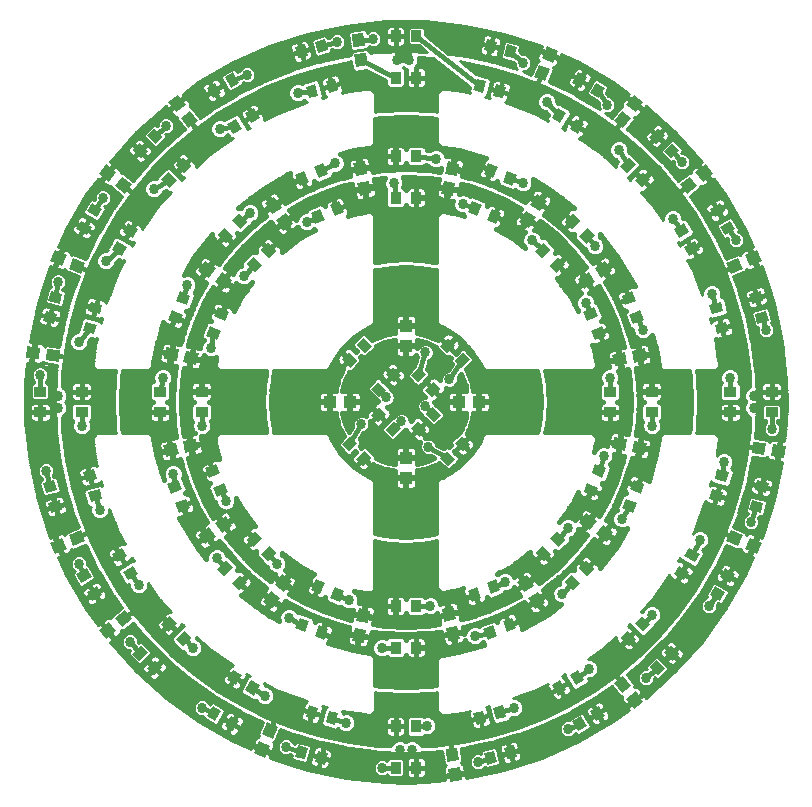
<source format=gtl>
G75*
%MOIN*%
%OFA0B0*%
%FSLAX25Y25*%
%IPPOS*%
%LPD*%
%AMOC8*
5,1,8,0,0,1.08239X$1,22.5*
%
%ADD10R,0.03346X0.03937*%
%ADD11R,0.03937X0.03346*%
%ADD12R,0.04331X0.03937*%
%ADD13R,0.03937X0.04331*%
%ADD14C,0.01600*%
%ADD15C,0.03369*%
%ADD16C,0.01000*%
D10*
G36*
X0048539Y0044301D02*
X0046173Y0046667D01*
X0048955Y0049449D01*
X0051321Y0047083D01*
X0048539Y0044301D01*
G37*
G36*
X0043667Y0049173D02*
X0041301Y0051539D01*
X0044083Y0054321D01*
X0046449Y0051955D01*
X0043667Y0049173D01*
G37*
G36*
X0053411Y0058917D02*
X0051045Y0061283D01*
X0053827Y0064065D01*
X0056193Y0061699D01*
X0053411Y0058917D01*
G37*
G36*
X0058283Y0054045D02*
X0055917Y0056411D01*
X0058699Y0059193D01*
X0061065Y0056827D01*
X0058283Y0054045D01*
G37*
G36*
X0075926Y0041056D02*
X0073030Y0042729D01*
X0074998Y0046136D01*
X0077894Y0044463D01*
X0075926Y0041056D01*
G37*
G36*
X0081892Y0037611D02*
X0078996Y0039284D01*
X0080964Y0042691D01*
X0083860Y0041018D01*
X0081892Y0037611D01*
G37*
G36*
X0075002Y0025678D02*
X0072106Y0027351D01*
X0074074Y0030758D01*
X0076970Y0029085D01*
X0075002Y0025678D01*
G37*
G36*
X0069036Y0029123D02*
X0066140Y0030796D01*
X0068108Y0034203D01*
X0071004Y0032530D01*
X0069036Y0029123D01*
G37*
G36*
X0098731Y0016323D02*
X0095500Y0017189D01*
X0096519Y0020989D01*
X0099750Y0020123D01*
X0098731Y0016323D01*
G37*
G36*
X0105386Y0014539D02*
X0102155Y0015405D01*
X0103174Y0019205D01*
X0106405Y0018339D01*
X0105386Y0014539D01*
G37*
G36*
X0108953Y0027849D02*
X0105722Y0028715D01*
X0106741Y0032515D01*
X0109972Y0031649D01*
X0108953Y0027849D01*
G37*
G36*
X0102298Y0029633D02*
X0099067Y0030499D01*
X0100086Y0034299D01*
X0103317Y0033433D01*
X0102298Y0029633D01*
G37*
X0129055Y0027390D03*
X0135945Y0027390D03*
X0135945Y0013610D03*
X0129055Y0013610D03*
G36*
X0159278Y0028715D02*
X0156047Y0027849D01*
X0155028Y0031649D01*
X0158259Y0032515D01*
X0159278Y0028715D01*
G37*
G36*
X0165933Y0030499D02*
X0162702Y0029633D01*
X0161683Y0033433D01*
X0164914Y0034299D01*
X0165933Y0030499D01*
G37*
G36*
X0169500Y0017189D02*
X0166269Y0016323D01*
X0165250Y0020123D01*
X0168481Y0020989D01*
X0169500Y0017189D01*
G37*
G36*
X0162845Y0015405D02*
X0159614Y0014539D01*
X0158595Y0018339D01*
X0161826Y0019205D01*
X0162845Y0015405D01*
G37*
G36*
X0186004Y0039284D02*
X0183108Y0037611D01*
X0181140Y0041018D01*
X0184036Y0042691D01*
X0186004Y0039284D01*
G37*
G36*
X0191970Y0042729D02*
X0189074Y0041056D01*
X0187106Y0044463D01*
X0190002Y0046136D01*
X0191970Y0042729D01*
G37*
G36*
X0198860Y0030796D02*
X0195964Y0029123D01*
X0193996Y0032530D01*
X0196892Y0034203D01*
X0198860Y0030796D01*
G37*
G36*
X0192894Y0027351D02*
X0189998Y0025678D01*
X0188030Y0029085D01*
X0190926Y0030758D01*
X0192894Y0027351D01*
G37*
G36*
X0218827Y0046667D02*
X0216461Y0044301D01*
X0213679Y0047083D01*
X0216045Y0049449D01*
X0218827Y0046667D01*
G37*
G36*
X0223699Y0051539D02*
X0221333Y0049173D01*
X0218551Y0051955D01*
X0220917Y0054321D01*
X0223699Y0051539D01*
G37*
G36*
X0213955Y0061283D02*
X0211589Y0058917D01*
X0208807Y0061699D01*
X0211173Y0064065D01*
X0213955Y0061283D01*
G37*
G36*
X0209083Y0056411D02*
X0206717Y0054045D01*
X0203935Y0056827D01*
X0206301Y0059193D01*
X0209083Y0056411D01*
G37*
G36*
X0190510Y0074984D02*
X0188144Y0072618D01*
X0185362Y0075400D01*
X0187728Y0077766D01*
X0190510Y0074984D01*
G37*
G36*
X0195382Y0079856D02*
X0193016Y0077490D01*
X0190234Y0080272D01*
X0192600Y0082638D01*
X0195382Y0079856D01*
G37*
G36*
X0185638Y0089600D02*
X0183272Y0087234D01*
X0180490Y0090016D01*
X0182856Y0092382D01*
X0185638Y0089600D01*
G37*
G36*
X0180766Y0084728D02*
X0178400Y0082362D01*
X0175618Y0085144D01*
X0177984Y0087510D01*
X0180766Y0084728D01*
G37*
G36*
X0164044Y0072707D02*
X0160954Y0071426D01*
X0159448Y0075061D01*
X0162538Y0076342D01*
X0164044Y0072707D01*
G37*
G36*
X0157679Y0070070D02*
X0154589Y0068789D01*
X0153083Y0072424D01*
X0156173Y0073705D01*
X0157679Y0070070D01*
G37*
G36*
X0169317Y0059976D02*
X0166227Y0058695D01*
X0164721Y0062330D01*
X0167811Y0063611D01*
X0169317Y0059976D01*
G37*
G36*
X0162952Y0057339D02*
X0159862Y0056058D01*
X0158356Y0059693D01*
X0161446Y0060974D01*
X0162952Y0057339D01*
G37*
X0135945Y0053610D03*
X0129055Y0053610D03*
X0129055Y0067390D03*
X0135945Y0067390D03*
G36*
X0110411Y0068789D02*
X0107321Y0070070D01*
X0108827Y0073705D01*
X0111917Y0072424D01*
X0110411Y0068789D01*
G37*
G36*
X0104046Y0071426D02*
X0100956Y0072707D01*
X0102462Y0076342D01*
X0105552Y0075061D01*
X0104046Y0071426D01*
G37*
G36*
X0098773Y0058695D02*
X0095683Y0059976D01*
X0097189Y0063611D01*
X0100279Y0062330D01*
X0098773Y0058695D01*
G37*
G36*
X0105138Y0056058D02*
X0102048Y0057339D01*
X0103554Y0060974D01*
X0106644Y0059693D01*
X0105138Y0056058D01*
G37*
G36*
X0076856Y0072618D02*
X0074490Y0074984D01*
X0077272Y0077766D01*
X0079638Y0075400D01*
X0076856Y0072618D01*
G37*
G36*
X0071984Y0077490D02*
X0069618Y0079856D01*
X0072400Y0082638D01*
X0074766Y0080272D01*
X0071984Y0077490D01*
G37*
G36*
X0081728Y0087234D02*
X0079362Y0089600D01*
X0082144Y0092382D01*
X0084510Y0090016D01*
X0081728Y0087234D01*
G37*
G36*
X0086600Y0082362D02*
X0084234Y0084728D01*
X0087016Y0087510D01*
X0089382Y0085144D01*
X0086600Y0082362D01*
G37*
G36*
X0069607Y0103856D02*
X0068326Y0106946D01*
X0071961Y0108452D01*
X0073242Y0105362D01*
X0069607Y0103856D01*
G37*
G36*
X0066970Y0110221D02*
X0065689Y0113311D01*
X0069324Y0114817D01*
X0070605Y0111727D01*
X0066970Y0110221D01*
G37*
G36*
X0056876Y0098583D02*
X0055595Y0101673D01*
X0059230Y0103179D01*
X0060511Y0100089D01*
X0056876Y0098583D01*
G37*
G36*
X0054239Y0104948D02*
X0052958Y0108038D01*
X0056593Y0109544D01*
X0057874Y0106454D01*
X0054239Y0104948D01*
G37*
G36*
X0036284Y0081996D02*
X0034611Y0084892D01*
X0038018Y0086860D01*
X0039691Y0083964D01*
X0036284Y0081996D01*
G37*
G36*
X0039729Y0076030D02*
X0038056Y0078926D01*
X0041463Y0080894D01*
X0043136Y0077998D01*
X0039729Y0076030D01*
G37*
G36*
X0027796Y0069140D02*
X0026123Y0072036D01*
X0029530Y0074004D01*
X0031203Y0071108D01*
X0027796Y0069140D01*
G37*
G36*
X0024351Y0075106D02*
X0022678Y0078002D01*
X0026085Y0079970D01*
X0027758Y0077074D01*
X0024351Y0075106D01*
G37*
G36*
X0014189Y0098500D02*
X0013323Y0101731D01*
X0017123Y0102750D01*
X0017989Y0099519D01*
X0014189Y0098500D01*
G37*
G36*
X0012405Y0105155D02*
X0011539Y0108386D01*
X0015339Y0109405D01*
X0016205Y0106174D01*
X0012405Y0105155D01*
G37*
G36*
X0025715Y0108722D02*
X0024849Y0111953D01*
X0028649Y0112972D01*
X0029515Y0109741D01*
X0025715Y0108722D01*
G37*
G36*
X0027499Y0102067D02*
X0026633Y0105298D01*
X0030433Y0106317D01*
X0031299Y0103086D01*
X0027499Y0102067D01*
G37*
G36*
X0065889Y0157589D02*
X0067170Y0160679D01*
X0070805Y0159173D01*
X0069524Y0156083D01*
X0065889Y0157589D01*
G37*
G36*
X0068526Y0163954D02*
X0069807Y0167044D01*
X0073442Y0165538D01*
X0072161Y0162448D01*
X0068526Y0163954D01*
G37*
G36*
X0055795Y0169227D02*
X0057076Y0172317D01*
X0060711Y0170811D01*
X0059430Y0167721D01*
X0055795Y0169227D01*
G37*
G36*
X0053158Y0162862D02*
X0054439Y0165952D01*
X0058074Y0164446D01*
X0056793Y0161356D01*
X0053158Y0162862D01*
G37*
G36*
X0026633Y0165702D02*
X0027499Y0168933D01*
X0031299Y0167914D01*
X0030433Y0164683D01*
X0026633Y0165702D01*
G37*
G36*
X0024849Y0159047D02*
X0025715Y0162278D01*
X0029515Y0161259D01*
X0028649Y0158028D01*
X0024849Y0159047D01*
G37*
G36*
X0011539Y0162614D02*
X0012405Y0165845D01*
X0016205Y0164826D01*
X0015339Y0161595D01*
X0011539Y0162614D01*
G37*
G36*
X0013323Y0169269D02*
X0014189Y0172500D01*
X0017989Y0171481D01*
X0017123Y0168250D01*
X0013323Y0169269D01*
G37*
G36*
X0022678Y0192998D02*
X0024351Y0195894D01*
X0027758Y0193926D01*
X0026085Y0191030D01*
X0022678Y0192998D01*
G37*
G36*
X0026123Y0198964D02*
X0027796Y0201860D01*
X0031203Y0199892D01*
X0029530Y0196996D01*
X0026123Y0198964D01*
G37*
G36*
X0034611Y0186108D02*
X0036284Y0189004D01*
X0039691Y0187036D01*
X0038018Y0184140D01*
X0034611Y0186108D01*
G37*
G36*
X0038056Y0192074D02*
X0039729Y0194970D01*
X0043136Y0193002D01*
X0041463Y0190106D01*
X0038056Y0192074D01*
G37*
G36*
X0051045Y0209717D02*
X0053411Y0212083D01*
X0056193Y0209301D01*
X0053827Y0206935D01*
X0051045Y0209717D01*
G37*
G36*
X0055917Y0214589D02*
X0058283Y0216955D01*
X0061065Y0214173D01*
X0058699Y0211807D01*
X0055917Y0214589D01*
G37*
G36*
X0046173Y0224333D02*
X0048539Y0226699D01*
X0051321Y0223917D01*
X0048955Y0221551D01*
X0046173Y0224333D01*
G37*
G36*
X0041301Y0219461D02*
X0043667Y0221827D01*
X0046449Y0219045D01*
X0044083Y0216679D01*
X0041301Y0219461D01*
G37*
G36*
X0066140Y0240204D02*
X0069036Y0241877D01*
X0071004Y0238470D01*
X0068108Y0236797D01*
X0066140Y0240204D01*
G37*
G36*
X0072106Y0243649D02*
X0075002Y0245322D01*
X0076970Y0241915D01*
X0074074Y0240242D01*
X0072106Y0243649D01*
G37*
G36*
X0078996Y0231716D02*
X0081892Y0233389D01*
X0083860Y0229982D01*
X0080964Y0228309D01*
X0078996Y0231716D01*
G37*
G36*
X0073030Y0228271D02*
X0075926Y0229944D01*
X0077894Y0226537D01*
X0074998Y0224864D01*
X0073030Y0228271D01*
G37*
G36*
X0095583Y0211124D02*
X0098673Y0212405D01*
X0100179Y0208770D01*
X0097089Y0207489D01*
X0095583Y0211124D01*
G37*
G36*
X0101948Y0213761D02*
X0105038Y0215042D01*
X0106544Y0211407D01*
X0103454Y0210126D01*
X0101948Y0213761D01*
G37*
G36*
X0107221Y0201030D02*
X0110311Y0202311D01*
X0111817Y0198676D01*
X0108727Y0197395D01*
X0107221Y0201030D01*
G37*
G36*
X0100856Y0198393D02*
X0103946Y0199674D01*
X0105452Y0196039D01*
X0102362Y0194758D01*
X0100856Y0198393D01*
G37*
G36*
X0084234Y0186272D02*
X0086600Y0188638D01*
X0089382Y0185856D01*
X0087016Y0183490D01*
X0084234Y0186272D01*
G37*
G36*
X0079362Y0181400D02*
X0081728Y0183766D01*
X0084510Y0180984D01*
X0082144Y0178618D01*
X0079362Y0181400D01*
G37*
G36*
X0069618Y0191144D02*
X0071984Y0193510D01*
X0074766Y0190728D01*
X0072400Y0188362D01*
X0069618Y0191144D01*
G37*
G36*
X0074490Y0196016D02*
X0076856Y0198382D01*
X0079638Y0195600D01*
X0077272Y0193234D01*
X0074490Y0196016D01*
G37*
G36*
X0099067Y0240501D02*
X0102298Y0241367D01*
X0103317Y0237567D01*
X0100086Y0236701D01*
X0099067Y0240501D01*
G37*
G36*
X0105722Y0242285D02*
X0108953Y0243151D01*
X0109972Y0239351D01*
X0106741Y0238485D01*
X0105722Y0242285D01*
G37*
G36*
X0095500Y0253811D02*
X0098731Y0254677D01*
X0099750Y0250877D01*
X0096519Y0250011D01*
X0095500Y0253811D01*
G37*
G36*
X0102155Y0255595D02*
X0105386Y0256461D01*
X0106405Y0252661D01*
X0103174Y0251795D01*
X0102155Y0255595D01*
G37*
X0129055Y0257390D03*
X0135945Y0257390D03*
X0135945Y0243610D03*
X0129055Y0243610D03*
X0129055Y0217390D03*
X0135945Y0217390D03*
X0135945Y0203610D03*
X0129055Y0203610D03*
G36*
X0154689Y0202411D02*
X0157779Y0201130D01*
X0156273Y0197495D01*
X0153183Y0198776D01*
X0154689Y0202411D01*
G37*
G36*
X0161054Y0199774D02*
X0164144Y0198493D01*
X0162638Y0194858D01*
X0159548Y0196139D01*
X0161054Y0199774D01*
G37*
G36*
X0166327Y0212505D02*
X0169417Y0211224D01*
X0167911Y0207589D01*
X0164821Y0208870D01*
X0166327Y0212505D01*
G37*
G36*
X0159962Y0215142D02*
X0163052Y0213861D01*
X0161546Y0210226D01*
X0158456Y0211507D01*
X0159962Y0215142D01*
G37*
G36*
X0162702Y0241367D02*
X0165933Y0240501D01*
X0164914Y0236701D01*
X0161683Y0237567D01*
X0162702Y0241367D01*
G37*
G36*
X0156047Y0243151D02*
X0159278Y0242285D01*
X0158259Y0238485D01*
X0155028Y0239351D01*
X0156047Y0243151D01*
G37*
G36*
X0159614Y0256461D02*
X0162845Y0255595D01*
X0161826Y0251795D01*
X0158595Y0252661D01*
X0159614Y0256461D01*
G37*
G36*
X0166269Y0254677D02*
X0169500Y0253811D01*
X0168481Y0250011D01*
X0165250Y0250877D01*
X0166269Y0254677D01*
G37*
G36*
X0189998Y0245322D02*
X0192894Y0243649D01*
X0190926Y0240242D01*
X0188030Y0241915D01*
X0189998Y0245322D01*
G37*
G36*
X0195964Y0241877D02*
X0198860Y0240204D01*
X0196892Y0236797D01*
X0193996Y0238470D01*
X0195964Y0241877D01*
G37*
G36*
X0183108Y0233389D02*
X0186004Y0231716D01*
X0184036Y0228309D01*
X0181140Y0229982D01*
X0183108Y0233389D01*
G37*
G36*
X0189074Y0229944D02*
X0191970Y0228271D01*
X0190002Y0224864D01*
X0187106Y0226537D01*
X0189074Y0229944D01*
G37*
G36*
X0206717Y0216955D02*
X0209083Y0214589D01*
X0206301Y0211807D01*
X0203935Y0214173D01*
X0206717Y0216955D01*
G37*
G36*
X0211589Y0212083D02*
X0213955Y0209717D01*
X0211173Y0206935D01*
X0208807Y0209301D01*
X0211589Y0212083D01*
G37*
G36*
X0221333Y0221827D02*
X0223699Y0219461D01*
X0220917Y0216679D01*
X0218551Y0219045D01*
X0221333Y0221827D01*
G37*
G36*
X0216461Y0226699D02*
X0218827Y0224333D01*
X0216045Y0221551D01*
X0213679Y0223917D01*
X0216461Y0226699D01*
G37*
G36*
X0237204Y0201860D02*
X0238877Y0198964D01*
X0235470Y0196996D01*
X0233797Y0199892D01*
X0237204Y0201860D01*
G37*
G36*
X0240649Y0195894D02*
X0242322Y0192998D01*
X0238915Y0191030D01*
X0237242Y0193926D01*
X0240649Y0195894D01*
G37*
G36*
X0228716Y0189004D02*
X0230389Y0186108D01*
X0226982Y0184140D01*
X0225309Y0187036D01*
X0228716Y0189004D01*
G37*
G36*
X0225271Y0194970D02*
X0226944Y0192074D01*
X0223537Y0190106D01*
X0221864Y0193002D01*
X0225271Y0194970D01*
G37*
G36*
X0208024Y0172317D02*
X0209305Y0169227D01*
X0205670Y0167721D01*
X0204389Y0170811D01*
X0208024Y0172317D01*
G37*
G36*
X0210661Y0165952D02*
X0211942Y0162862D01*
X0208307Y0161356D01*
X0207026Y0164446D01*
X0210661Y0165952D01*
G37*
G36*
X0197930Y0160679D02*
X0199211Y0157589D01*
X0195576Y0156083D01*
X0194295Y0159173D01*
X0197930Y0160679D01*
G37*
G36*
X0195293Y0167044D02*
X0196574Y0163954D01*
X0192939Y0162448D01*
X0191658Y0165538D01*
X0195293Y0167044D01*
G37*
G36*
X0183272Y0183666D02*
X0185638Y0181300D01*
X0182856Y0178518D01*
X0180490Y0180884D01*
X0183272Y0183666D01*
G37*
G36*
X0178400Y0188538D02*
X0180766Y0186172D01*
X0177984Y0183390D01*
X0175618Y0185756D01*
X0178400Y0188538D01*
G37*
G36*
X0188144Y0198282D02*
X0190510Y0195916D01*
X0187728Y0193134D01*
X0185362Y0195500D01*
X0188144Y0198282D01*
G37*
G36*
X0193016Y0193410D02*
X0195382Y0191044D01*
X0192600Y0188262D01*
X0190234Y0190628D01*
X0193016Y0193410D01*
G37*
G36*
X0237501Y0168933D02*
X0238367Y0165702D01*
X0234567Y0164683D01*
X0233701Y0167914D01*
X0237501Y0168933D01*
G37*
G36*
X0239285Y0162278D02*
X0240151Y0159047D01*
X0236351Y0158028D01*
X0235485Y0161259D01*
X0239285Y0162278D01*
G37*
G36*
X0250811Y0172500D02*
X0251677Y0169269D01*
X0247877Y0168250D01*
X0247011Y0171481D01*
X0250811Y0172500D01*
G37*
G36*
X0252595Y0165845D02*
X0253461Y0162614D01*
X0249661Y0161595D01*
X0248795Y0164826D01*
X0252595Y0165845D01*
G37*
G36*
X0240151Y0111953D02*
X0239285Y0108722D01*
X0235485Y0109741D01*
X0236351Y0112972D01*
X0240151Y0111953D01*
G37*
G36*
X0238367Y0105298D02*
X0237501Y0102067D01*
X0233701Y0103086D01*
X0234567Y0106317D01*
X0238367Y0105298D01*
G37*
G36*
X0251677Y0101731D02*
X0250811Y0098500D01*
X0247011Y0099519D01*
X0247877Y0102750D01*
X0251677Y0101731D01*
G37*
G36*
X0253461Y0108386D02*
X0252595Y0105155D01*
X0248795Y0106174D01*
X0249661Y0109405D01*
X0253461Y0108386D01*
G37*
G36*
X0230389Y0084892D02*
X0228716Y0081996D01*
X0225309Y0083964D01*
X0226982Y0086860D01*
X0230389Y0084892D01*
G37*
G36*
X0226944Y0078926D02*
X0225271Y0076030D01*
X0221864Y0077998D01*
X0223537Y0080894D01*
X0226944Y0078926D01*
G37*
G36*
X0238877Y0072036D02*
X0237204Y0069140D01*
X0233797Y0071108D01*
X0235470Y0074004D01*
X0238877Y0072036D01*
G37*
G36*
X0242322Y0078002D02*
X0240649Y0075106D01*
X0237242Y0077074D01*
X0238915Y0079970D01*
X0242322Y0078002D01*
G37*
G36*
X0212042Y0108038D02*
X0210761Y0104948D01*
X0207126Y0106454D01*
X0208407Y0109544D01*
X0212042Y0108038D01*
G37*
G36*
X0209405Y0101673D02*
X0208124Y0098583D01*
X0204489Y0100089D01*
X0205770Y0103179D01*
X0209405Y0101673D01*
G37*
G36*
X0199311Y0113311D02*
X0198030Y0110221D01*
X0194395Y0111727D01*
X0195676Y0114817D01*
X0199311Y0113311D01*
G37*
G36*
X0196674Y0106946D02*
X0195393Y0103856D01*
X0191758Y0105362D01*
X0193039Y0108452D01*
X0196674Y0106946D01*
G37*
G36*
X0153882Y0121356D02*
X0151516Y0118990D01*
X0148734Y0121772D01*
X0151100Y0124138D01*
X0153882Y0121356D01*
G37*
G36*
X0149010Y0116484D02*
X0146644Y0114118D01*
X0143862Y0116900D01*
X0146228Y0119266D01*
X0149010Y0116484D01*
G37*
G36*
X0139266Y0126228D02*
X0136900Y0123862D01*
X0134118Y0126644D01*
X0136484Y0129010D01*
X0139266Y0126228D01*
G37*
G36*
X0144138Y0131100D02*
X0141772Y0128734D01*
X0138990Y0131516D01*
X0141356Y0133882D01*
X0144138Y0131100D01*
G37*
G36*
X0141772Y0142266D02*
X0144138Y0139900D01*
X0141356Y0137118D01*
X0138990Y0139484D01*
X0141772Y0142266D01*
G37*
G36*
X0136900Y0147138D02*
X0139266Y0144772D01*
X0136484Y0141990D01*
X0134118Y0144356D01*
X0136900Y0147138D01*
G37*
G36*
X0125734Y0144772D02*
X0128100Y0147138D01*
X0130882Y0144356D01*
X0128516Y0141990D01*
X0125734Y0144772D01*
G37*
G36*
X0120862Y0139900D02*
X0123228Y0142266D01*
X0126010Y0139484D01*
X0123644Y0137118D01*
X0120862Y0139900D01*
G37*
G36*
X0111118Y0149644D02*
X0113484Y0152010D01*
X0116266Y0149228D01*
X0113900Y0146862D01*
X0111118Y0149644D01*
G37*
G36*
X0115990Y0154516D02*
X0118356Y0156882D01*
X0121138Y0154100D01*
X0118772Y0151734D01*
X0115990Y0154516D01*
G37*
G36*
X0123228Y0128734D02*
X0120862Y0131100D01*
X0123644Y0133882D01*
X0126010Y0131516D01*
X0123228Y0128734D01*
G37*
G36*
X0128100Y0123862D02*
X0125734Y0126228D01*
X0128516Y0129010D01*
X0130882Y0126644D01*
X0128100Y0123862D01*
G37*
G36*
X0118356Y0114118D02*
X0115990Y0116484D01*
X0118772Y0119266D01*
X0121138Y0116900D01*
X0118356Y0114118D01*
G37*
G36*
X0113484Y0118990D02*
X0111118Y0121356D01*
X0113900Y0124138D01*
X0116266Y0121772D01*
X0113484Y0118990D01*
G37*
G36*
X0146644Y0156882D02*
X0149010Y0154516D01*
X0146228Y0151734D01*
X0143862Y0154100D01*
X0146644Y0156882D01*
G37*
G36*
X0151516Y0152010D02*
X0153882Y0149644D01*
X0151100Y0146862D01*
X0148734Y0149228D01*
X0151516Y0152010D01*
G37*
D11*
X0200610Y0138945D03*
X0200610Y0132055D03*
X0214390Y0132055D03*
X0214390Y0138945D03*
X0240610Y0138945D03*
X0240610Y0132055D03*
X0254390Y0132055D03*
X0254390Y0138945D03*
X0064390Y0138945D03*
X0064390Y0132055D03*
X0050610Y0132055D03*
X0050610Y0138945D03*
X0024390Y0138945D03*
X0024390Y0132055D03*
X0010610Y0132055D03*
X0010610Y0138945D03*
D12*
G36*
X0012973Y0153220D02*
X0017265Y0152655D01*
X0016751Y0148754D01*
X0012459Y0149319D01*
X0012973Y0153220D01*
G37*
G36*
X0006337Y0154094D02*
X0010629Y0153529D01*
X0010115Y0149628D01*
X0005823Y0150193D01*
X0006337Y0154094D01*
G37*
G36*
X0021632Y0183552D02*
X0025632Y0181895D01*
X0024126Y0178260D01*
X0020126Y0179917D01*
X0021632Y0183552D01*
G37*
G36*
X0015448Y0186114D02*
X0019448Y0184457D01*
X0017942Y0180822D01*
X0013942Y0182479D01*
X0015448Y0186114D01*
G37*
G36*
X0032537Y0214685D02*
X0035971Y0212049D01*
X0033575Y0208927D01*
X0030141Y0211563D01*
X0032537Y0214685D01*
G37*
G36*
X0037847Y0210611D02*
X0041281Y0207975D01*
X0038885Y0204853D01*
X0035451Y0207489D01*
X0037847Y0210611D01*
G37*
G36*
X0060511Y0232549D02*
X0063147Y0229115D01*
X0060025Y0226719D01*
X0057389Y0230153D01*
X0060511Y0232549D01*
G37*
G36*
X0056437Y0237859D02*
X0059073Y0234425D01*
X0055951Y0232029D01*
X0053315Y0235463D01*
X0056437Y0237859D01*
G37*
G36*
X0088668Y0203874D02*
X0091077Y0200277D01*
X0087808Y0198088D01*
X0085399Y0201685D01*
X0088668Y0203874D01*
G37*
G36*
X0092392Y0198312D02*
X0094801Y0194715D01*
X0091532Y0192526D01*
X0089123Y0196123D01*
X0092392Y0198312D01*
G37*
G36*
X0071075Y0178681D02*
X0074677Y0176279D01*
X0072493Y0173005D01*
X0068891Y0175407D01*
X0071075Y0178681D01*
G37*
G36*
X0065507Y0182395D02*
X0069109Y0179993D01*
X0066925Y0176719D01*
X0063323Y0179121D01*
X0065507Y0182395D01*
G37*
G36*
X0052576Y0153801D02*
X0056823Y0152960D01*
X0056058Y0149099D01*
X0051811Y0149940D01*
X0052576Y0153801D01*
G37*
G36*
X0059142Y0152501D02*
X0063389Y0151660D01*
X0062624Y0147799D01*
X0058377Y0148640D01*
X0059142Y0152501D01*
G37*
G36*
X0058274Y0122361D02*
X0062519Y0123210D01*
X0063290Y0119351D01*
X0059045Y0118502D01*
X0058274Y0122361D01*
G37*
G36*
X0051710Y0121049D02*
X0055955Y0121898D01*
X0056726Y0118039D01*
X0052481Y0117190D01*
X0051710Y0121049D01*
G37*
G36*
X0068888Y0094992D02*
X0072485Y0097401D01*
X0074674Y0094132D01*
X0071077Y0091723D01*
X0068888Y0094992D01*
G37*
G36*
X0063326Y0091268D02*
X0066923Y0093677D01*
X0069112Y0090408D01*
X0065515Y0087999D01*
X0063326Y0091268D01*
G37*
G36*
X0085005Y0068807D02*
X0087407Y0072409D01*
X0090681Y0070225D01*
X0088279Y0066623D01*
X0085005Y0068807D01*
G37*
G36*
X0088719Y0074375D02*
X0091121Y0077977D01*
X0094395Y0075793D01*
X0091993Y0072191D01*
X0088719Y0074375D01*
G37*
G36*
X0115899Y0062442D02*
X0116740Y0066689D01*
X0120601Y0065924D01*
X0119760Y0061677D01*
X0115899Y0062442D01*
G37*
G36*
X0114599Y0055876D02*
X0115440Y0060123D01*
X0119301Y0059358D01*
X0118460Y0055111D01*
X0114599Y0055876D01*
G37*
G36*
X0084448Y0024632D02*
X0086105Y0028632D01*
X0089740Y0027126D01*
X0088083Y0023126D01*
X0084448Y0024632D01*
G37*
G36*
X0081886Y0018448D02*
X0083543Y0022448D01*
X0087178Y0020942D01*
X0085521Y0016942D01*
X0081886Y0018448D01*
G37*
G36*
X0035451Y0063511D02*
X0038885Y0066147D01*
X0041281Y0063025D01*
X0037847Y0060389D01*
X0035451Y0063511D01*
G37*
G36*
X0030141Y0059437D02*
X0033575Y0062073D01*
X0035971Y0058951D01*
X0032537Y0056315D01*
X0030141Y0059437D01*
G37*
G36*
X0013942Y0088521D02*
X0017942Y0090178D01*
X0019448Y0086543D01*
X0015448Y0084886D01*
X0013942Y0088521D01*
G37*
G36*
X0020126Y0091083D02*
X0024126Y0092740D01*
X0025632Y0089105D01*
X0021632Y0087448D01*
X0020126Y0091083D01*
G37*
X0107154Y0135500D03*
X0113846Y0135500D03*
X0150154Y0135500D03*
X0156846Y0135500D03*
G36*
X0195612Y0175508D02*
X0192015Y0173099D01*
X0189826Y0176368D01*
X0193423Y0178777D01*
X0195612Y0175508D01*
G37*
G36*
X0201174Y0179232D02*
X0197577Y0176823D01*
X0195388Y0180092D01*
X0198985Y0182501D01*
X0201174Y0179232D01*
G37*
G36*
X0179595Y0202593D02*
X0177193Y0198991D01*
X0173919Y0201175D01*
X0176321Y0204777D01*
X0179595Y0202593D01*
G37*
G36*
X0175881Y0197025D02*
X0173479Y0193423D01*
X0170205Y0195607D01*
X0172607Y0199209D01*
X0175881Y0197025D01*
G37*
G36*
X0150301Y0214924D02*
X0149460Y0210677D01*
X0145599Y0211442D01*
X0146440Y0215689D01*
X0150301Y0214924D01*
G37*
G36*
X0149001Y0208358D02*
X0148160Y0204111D01*
X0144299Y0204876D01*
X0145140Y0209123D01*
X0149001Y0208358D01*
G37*
G36*
X0120161Y0209226D02*
X0121010Y0204981D01*
X0117151Y0204210D01*
X0116302Y0208455D01*
X0120161Y0209226D01*
G37*
G36*
X0118849Y0215790D02*
X0119698Y0211545D01*
X0115839Y0210774D01*
X0114990Y0215019D01*
X0118849Y0215790D01*
G37*
G36*
X0115914Y0247102D02*
X0115349Y0251394D01*
X0119250Y0251908D01*
X0119815Y0247616D01*
X0115914Y0247102D01*
G37*
G36*
X0115041Y0253738D02*
X0114476Y0258030D01*
X0118377Y0258544D01*
X0118942Y0254252D01*
X0115041Y0253738D01*
G37*
G36*
X0180552Y0246368D02*
X0178895Y0242368D01*
X0175260Y0243874D01*
X0176917Y0247874D01*
X0180552Y0246368D01*
G37*
G36*
X0183114Y0252552D02*
X0181457Y0248552D01*
X0177822Y0250058D01*
X0179479Y0254058D01*
X0183114Y0252552D01*
G37*
G36*
X0207611Y0230153D02*
X0204975Y0226719D01*
X0201853Y0229115D01*
X0204489Y0232549D01*
X0207611Y0230153D01*
G37*
G36*
X0211685Y0235463D02*
X0209049Y0232029D01*
X0205927Y0234425D01*
X0208563Y0237859D01*
X0211685Y0235463D01*
G37*
G36*
X0234859Y0211563D02*
X0231425Y0208927D01*
X0229029Y0212049D01*
X0232463Y0214685D01*
X0234859Y0211563D01*
G37*
G36*
X0229549Y0207489D02*
X0226115Y0204853D01*
X0223719Y0207975D01*
X0227153Y0210611D01*
X0229549Y0207489D01*
G37*
G36*
X0251058Y0182479D02*
X0247058Y0180822D01*
X0245552Y0184457D01*
X0249552Y0186114D01*
X0251058Y0182479D01*
G37*
G36*
X0244874Y0179917D02*
X0240874Y0178260D01*
X0239368Y0181895D01*
X0243368Y0183552D01*
X0244874Y0179917D01*
G37*
G36*
X0212890Y0149451D02*
X0208645Y0148602D01*
X0207874Y0152461D01*
X0212119Y0153310D01*
X0212890Y0149451D01*
G37*
G36*
X0206326Y0148139D02*
X0202081Y0147290D01*
X0201310Y0151149D01*
X0205555Y0151998D01*
X0206326Y0148139D01*
G37*
G36*
X0205458Y0119199D02*
X0201211Y0120040D01*
X0201976Y0123901D01*
X0206223Y0123060D01*
X0205458Y0119199D01*
G37*
G36*
X0212024Y0117899D02*
X0207777Y0118740D01*
X0208542Y0122601D01*
X0212789Y0121760D01*
X0212024Y0117899D01*
G37*
G36*
X0193925Y0092619D02*
X0190323Y0095021D01*
X0192507Y0098295D01*
X0196109Y0095893D01*
X0193925Y0092619D01*
G37*
G36*
X0199493Y0088905D02*
X0195891Y0091307D01*
X0198075Y0094581D01*
X0201677Y0092179D01*
X0199493Y0088905D01*
G37*
G36*
X0175632Y0066426D02*
X0173223Y0070023D01*
X0176492Y0072212D01*
X0178901Y0068615D01*
X0175632Y0066426D01*
G37*
G36*
X0171908Y0071988D02*
X0169499Y0075585D01*
X0172768Y0077774D01*
X0175177Y0074177D01*
X0171908Y0071988D01*
G37*
G36*
X0146651Y0055710D02*
X0145802Y0059955D01*
X0149661Y0060726D01*
X0150510Y0056481D01*
X0146651Y0055710D01*
G37*
G36*
X0145339Y0062274D02*
X0144490Y0066519D01*
X0148349Y0067290D01*
X0149198Y0063045D01*
X0145339Y0062274D01*
G37*
G36*
X0146319Y0015459D02*
X0145754Y0019751D01*
X0149655Y0020265D01*
X0150220Y0015973D01*
X0146319Y0015459D01*
G37*
G36*
X0147193Y0008823D02*
X0146628Y0013115D01*
X0150529Y0013629D01*
X0151094Y0009337D01*
X0147193Y0008823D01*
G37*
G36*
X0204489Y0038451D02*
X0201853Y0041885D01*
X0204975Y0044281D01*
X0207611Y0040847D01*
X0204489Y0038451D01*
G37*
G36*
X0208563Y0033141D02*
X0205927Y0036575D01*
X0209049Y0038971D01*
X0211685Y0035537D01*
X0208563Y0033141D01*
G37*
G36*
X0249552Y0084886D02*
X0245552Y0086543D01*
X0247058Y0090178D01*
X0251058Y0088521D01*
X0249552Y0084886D01*
G37*
G36*
X0243368Y0087448D02*
X0239368Y0089105D01*
X0240874Y0092740D01*
X0244874Y0091083D01*
X0243368Y0087448D01*
G37*
G36*
X0252027Y0117780D02*
X0247735Y0118345D01*
X0248249Y0122246D01*
X0252541Y0121681D01*
X0252027Y0117780D01*
G37*
G36*
X0258663Y0116906D02*
X0254371Y0117471D01*
X0254885Y0121372D01*
X0259177Y0120807D01*
X0258663Y0116906D01*
G37*
D13*
X0132500Y0116846D03*
X0132500Y0110154D03*
X0132500Y0154154D03*
X0132500Y0160846D03*
D14*
X0132684Y0160662D02*
X0132684Y0161031D01*
X0132316Y0161031D01*
X0132316Y0164812D01*
X0130295Y0164812D01*
X0129837Y0164689D01*
X0129426Y0164452D01*
X0129091Y0164117D01*
X0128854Y0163707D01*
X0128731Y0163249D01*
X0128731Y0161031D01*
X0132316Y0161031D01*
X0132316Y0160662D01*
X0128731Y0160662D01*
X0128731Y0158506D01*
X0128426Y0158488D01*
X0128325Y0158374D01*
X0127325Y0158191D01*
X0127190Y0158261D01*
X0126447Y0158030D01*
X0125681Y0157889D01*
X0125595Y0157764D01*
X0124624Y0157462D01*
X0124481Y0157516D01*
X0123772Y0157196D01*
X0123029Y0156965D01*
X0122958Y0156830D01*
X0122030Y0156412D01*
X0121883Y0156449D01*
X0121217Y0156046D01*
X0121186Y0156032D01*
X0118935Y0158283D01*
X0117775Y0158283D01*
X0114589Y0155096D01*
X0114589Y0153937D01*
X0116077Y0152449D01*
X0116000Y0152389D01*
X0115982Y0152238D01*
X0115892Y0152148D01*
X0114589Y0153451D01*
X0114178Y0153688D01*
X0113720Y0153811D01*
X0113247Y0153811D01*
X0112789Y0153688D01*
X0112378Y0153451D01*
X0111053Y0152127D01*
X0113604Y0149576D01*
X0113559Y0149518D01*
X0111002Y0152075D01*
X0109677Y0150750D01*
X0109440Y0150339D01*
X0109317Y0149882D01*
X0109317Y0149408D01*
X0109440Y0148950D01*
X0109677Y0148539D01*
X0111210Y0147006D01*
X0112930Y0148726D01*
X0112903Y0148681D01*
X0112592Y0148284D01*
X0111262Y0146954D01*
X0111603Y0146614D01*
X0111454Y0146283D01*
X0111051Y0145617D01*
X0111088Y0145470D01*
X0110670Y0144542D01*
X0110535Y0144471D01*
X0110304Y0143728D01*
X0109984Y0143019D01*
X0110038Y0142876D01*
X0109736Y0141905D01*
X0109611Y0141819D01*
X0109470Y0141053D01*
X0109239Y0140310D01*
X0109309Y0140175D01*
X0109143Y0139268D01*
X0107338Y0139268D01*
X0107338Y0135684D01*
X0106969Y0135684D01*
X0106969Y0135316D01*
X0103188Y0135316D01*
X0103188Y0133295D01*
X0103311Y0132837D01*
X0103548Y0132426D01*
X0103883Y0132091D01*
X0104293Y0131854D01*
X0104751Y0131731D01*
X0106969Y0131731D01*
X0106969Y0135316D01*
X0107338Y0135316D01*
X0107338Y0131731D01*
X0109143Y0131731D01*
X0109309Y0130825D01*
X0109239Y0130690D01*
X0109470Y0129947D01*
X0109611Y0129181D01*
X0109736Y0129095D01*
X0110038Y0128124D01*
X0109984Y0127981D01*
X0110304Y0127272D01*
X0110535Y0126529D01*
X0110670Y0126458D01*
X0111088Y0125530D01*
X0111051Y0125383D01*
X0111454Y0124717D01*
X0111773Y0124007D01*
X0111785Y0124003D01*
X0109717Y0121935D01*
X0109717Y0120775D01*
X0112904Y0117589D01*
X0114063Y0117589D01*
X0115609Y0119135D01*
X0115852Y0118892D01*
X0114549Y0117589D01*
X0114312Y0117178D01*
X0114189Y0116720D01*
X0114189Y0116247D01*
X0114312Y0115789D01*
X0114549Y0115378D01*
X0115873Y0114053D01*
X0118448Y0116628D01*
X0118512Y0116589D01*
X0115925Y0114002D01*
X0117250Y0112677D01*
X0117661Y0112440D01*
X0118118Y0112317D01*
X0118592Y0112317D01*
X0119050Y0112440D01*
X0119461Y0112677D01*
X0120994Y0114210D01*
X0118774Y0116430D01*
X0118819Y0116403D01*
X0119216Y0116092D01*
X0121046Y0114262D01*
X0121541Y0114758D01*
X0121883Y0114551D01*
X0122030Y0114588D01*
X0122958Y0114170D01*
X0123029Y0114035D01*
X0123772Y0113804D01*
X0124481Y0113484D01*
X0124624Y0113538D01*
X0125595Y0113236D01*
X0125681Y0113111D01*
X0126447Y0112970D01*
X0127190Y0112739D01*
X0127325Y0112809D01*
X0128325Y0112626D01*
X0128426Y0112512D01*
X0128731Y0112494D01*
X0128731Y0110338D01*
X0132316Y0110338D01*
X0132316Y0109969D01*
X0132684Y0109969D01*
X0132684Y0106188D01*
X0134705Y0106188D01*
X0135163Y0106311D01*
X0135574Y0106548D01*
X0135909Y0106883D01*
X0136146Y0107293D01*
X0136268Y0107751D01*
X0136268Y0109969D01*
X0132684Y0109969D01*
X0132684Y0110338D01*
X0136268Y0110338D01*
X0136268Y0112556D01*
X0136244Y0112646D01*
X0137056Y0112795D01*
X0137190Y0112724D01*
X0137933Y0112956D01*
X0138699Y0113096D01*
X0138785Y0113221D01*
X0139699Y0113506D01*
X0139841Y0113452D01*
X0140551Y0113771D01*
X0141294Y0114003D01*
X0141365Y0114138D01*
X0142237Y0114530D01*
X0142385Y0114494D01*
X0143051Y0114897D01*
X0143626Y0115156D01*
X0146065Y0112717D01*
X0147225Y0112717D01*
X0150411Y0115904D01*
X0150411Y0117063D01*
X0148512Y0118962D01*
X0148755Y0119205D01*
X0148826Y0119134D01*
X0151256Y0121564D01*
X0151308Y0121512D01*
X0151360Y0121564D01*
X0151308Y0121616D01*
X0153738Y0124046D01*
X0152879Y0124905D01*
X0153006Y0125115D01*
X0152970Y0125263D01*
X0153362Y0126135D01*
X0153497Y0126206D01*
X0153729Y0126949D01*
X0154048Y0127659D01*
X0153994Y0127801D01*
X0154279Y0128715D01*
X0154404Y0128801D01*
X0154544Y0129567D01*
X0154776Y0130310D01*
X0154705Y0130444D01*
X0154878Y0131386D01*
X0154991Y0131487D01*
X0155006Y0131731D01*
X0156662Y0131731D01*
X0156662Y0135316D01*
X0157031Y0135316D01*
X0157031Y0135684D01*
X0160812Y0135684D01*
X0160812Y0137705D01*
X0160689Y0138163D01*
X0160452Y0138574D01*
X0160117Y0138909D01*
X0159707Y0139146D01*
X0159249Y0139268D01*
X0157031Y0139268D01*
X0157031Y0135684D01*
X0156662Y0135684D01*
X0156662Y0139268D01*
X0155006Y0139268D01*
X0154991Y0139513D01*
X0154878Y0139614D01*
X0154705Y0140556D01*
X0154776Y0140690D01*
X0154544Y0141433D01*
X0154404Y0142199D01*
X0154279Y0142285D01*
X0153994Y0143199D01*
X0154048Y0143341D01*
X0153729Y0144051D01*
X0153497Y0144794D01*
X0153362Y0144865D01*
X0152970Y0145737D01*
X0153006Y0145885D01*
X0152666Y0146448D01*
X0155283Y0149065D01*
X0155283Y0150225D01*
X0152096Y0153411D01*
X0150937Y0153411D01*
X0149093Y0151567D01*
X0149014Y0151668D01*
X0148863Y0151686D01*
X0148795Y0151755D01*
X0148866Y0151826D01*
X0146436Y0154256D01*
X0146488Y0154308D01*
X0146436Y0154360D01*
X0149075Y0156998D01*
X0147750Y0158323D01*
X0147339Y0158560D01*
X0146882Y0158683D01*
X0146408Y0158683D01*
X0145950Y0158560D01*
X0145539Y0158323D01*
X0144006Y0156790D01*
X0146436Y0154360D01*
X0146384Y0154308D01*
X0143954Y0156738D01*
X0143236Y0156020D01*
X0143051Y0156103D01*
X0142385Y0156506D01*
X0142237Y0156470D01*
X0141365Y0156862D01*
X0141294Y0156997D01*
X0140551Y0157229D01*
X0139841Y0157548D01*
X0139699Y0157494D01*
X0138785Y0157779D01*
X0138699Y0157904D01*
X0137933Y0158044D01*
X0137190Y0158276D01*
X0137056Y0158205D01*
X0136244Y0158354D01*
X0136268Y0158444D01*
X0136268Y0160662D01*
X0132684Y0160662D01*
X0132684Y0161031D02*
X0136268Y0161031D01*
X0136268Y0163249D01*
X0136146Y0163707D01*
X0135909Y0164117D01*
X0135574Y0164452D01*
X0135163Y0164689D01*
X0134705Y0164812D01*
X0132684Y0164812D01*
X0132684Y0161031D01*
X0132684Y0161745D02*
X0132316Y0161745D01*
X0132316Y0163344D02*
X0132684Y0163344D01*
X0136243Y0163344D02*
X0142650Y0163344D01*
X0142650Y0163263D02*
X0142458Y0162845D01*
X0142650Y0162328D01*
X0142650Y0161777D01*
X0142975Y0161451D01*
X0143135Y0161020D01*
X0143637Y0160790D01*
X0144027Y0160400D01*
X0144437Y0160400D01*
X0146203Y0159493D01*
X0150227Y0156694D01*
X0153694Y0153227D01*
X0156493Y0149203D01*
X0157400Y0147437D01*
X0157400Y0147027D01*
X0157790Y0146637D01*
X0158020Y0146135D01*
X0158451Y0145975D01*
X0158777Y0145650D01*
X0159328Y0145650D01*
X0159845Y0145458D01*
X0160263Y0145650D01*
X0176304Y0145650D01*
X0176517Y0144856D01*
X0177253Y0140204D01*
X0177500Y0135500D01*
X0177253Y0130796D01*
X0176517Y0126144D01*
X0176304Y0125350D01*
X0160511Y0125350D01*
X0160091Y0125542D01*
X0159576Y0125350D01*
X0159027Y0125350D01*
X0158700Y0125023D01*
X0158267Y0124862D01*
X0158039Y0124362D01*
X0157650Y0123973D01*
X0157650Y0123562D01*
X0156728Y0121762D01*
X0153885Y0117683D01*
X0150358Y0114179D01*
X0146260Y0111364D01*
X0144447Y0110450D01*
X0144027Y0110450D01*
X0143644Y0110067D01*
X0143150Y0109845D01*
X0142983Y0109406D01*
X0142650Y0109073D01*
X0142650Y0108532D01*
X0142457Y0108026D01*
X0142650Y0107597D01*
X0142650Y0091696D01*
X0141856Y0091483D01*
X0137204Y0090747D01*
X0132500Y0090500D01*
X0127796Y0090747D01*
X0123144Y0091483D01*
X0122350Y0091696D01*
X0122350Y0107689D01*
X0122542Y0108109D01*
X0122350Y0108624D01*
X0122350Y0109173D01*
X0122023Y0109500D01*
X0121862Y0109933D01*
X0121362Y0110161D01*
X0120973Y0110550D01*
X0120561Y0110550D01*
X0118784Y0111459D01*
X0114744Y0114265D01*
X0111265Y0117744D01*
X0108459Y0121784D01*
X0107550Y0123561D01*
X0107550Y0123973D01*
X0107161Y0124362D01*
X0106933Y0124862D01*
X0106500Y0125023D01*
X0106173Y0125350D01*
X0105624Y0125350D01*
X0105109Y0125542D01*
X0104689Y0125350D01*
X0088696Y0125350D01*
X0088483Y0126144D01*
X0087747Y0130796D01*
X0087500Y0135500D01*
X0087747Y0140204D01*
X0088483Y0144856D01*
X0088697Y0145655D01*
X0104845Y0145660D01*
X0105272Y0145468D01*
X0105781Y0145660D01*
X0106324Y0145660D01*
X0106655Y0145991D01*
X0107093Y0146157D01*
X0107316Y0146653D01*
X0107700Y0147037D01*
X0107700Y0147456D01*
X0108598Y0149234D01*
X0111370Y0153276D01*
X0114812Y0156763D01*
X0118818Y0159586D01*
X0120571Y0160500D01*
X0120973Y0160500D01*
X0121368Y0160895D01*
X0121875Y0161131D01*
X0122030Y0161556D01*
X0122350Y0161877D01*
X0122350Y0162435D01*
X0122541Y0162960D01*
X0122350Y0163371D01*
X0122350Y0179304D01*
X0123144Y0179517D01*
X0127796Y0180253D01*
X0132500Y0180500D01*
X0137204Y0180253D01*
X0141856Y0179517D01*
X0142650Y0179304D01*
X0142650Y0163263D01*
X0142681Y0161745D02*
X0136268Y0161745D01*
X0136268Y0160147D02*
X0144930Y0160147D01*
X0145929Y0158548D02*
X0136268Y0158548D01*
X0136268Y0156113D02*
X0137406Y0155904D01*
X0139769Y0155168D01*
X0142027Y0154152D01*
X0142461Y0153889D01*
X0142461Y0153519D01*
X0145647Y0150333D01*
X0146807Y0150333D01*
X0146956Y0150482D01*
X0147482Y0149956D01*
X0147333Y0149807D01*
X0147333Y0148647D01*
X0147812Y0148168D01*
X0146417Y0146084D01*
X0146386Y0146084D01*
X0145253Y0145615D01*
X0144385Y0144747D01*
X0143916Y0143613D01*
X0143916Y0142670D01*
X0142878Y0143708D01*
X0142468Y0143945D01*
X0142010Y0144067D01*
X0141536Y0144067D01*
X0141078Y0143945D01*
X0140668Y0143708D01*
X0139134Y0142174D01*
X0141564Y0139744D01*
X0141512Y0139692D01*
X0139082Y0142122D01*
X0137549Y0140589D01*
X0137312Y0140178D01*
X0137189Y0139720D01*
X0137189Y0139247D01*
X0137312Y0138789D01*
X0137549Y0138378D01*
X0138843Y0137084D01*
X0138386Y0137084D01*
X0137253Y0136615D01*
X0136385Y0135747D01*
X0135916Y0134613D01*
X0135916Y0133386D01*
X0136385Y0132253D01*
X0137253Y0131385D01*
X0137589Y0131246D01*
X0137589Y0130937D01*
X0141193Y0127333D01*
X0142353Y0127333D01*
X0145539Y0130519D01*
X0145539Y0131679D01*
X0141935Y0135283D01*
X0141807Y0135283D01*
X0141773Y0135366D01*
X0142050Y0135440D01*
X0142461Y0135677D01*
X0143994Y0137210D01*
X0141564Y0139640D01*
X0141616Y0139692D01*
X0144046Y0137262D01*
X0145580Y0138796D01*
X0145817Y0139206D01*
X0145939Y0139664D01*
X0145939Y0140101D01*
X0146386Y0139916D01*
X0147613Y0139916D01*
X0148747Y0140385D01*
X0149615Y0141253D01*
X0150084Y0142386D01*
X0150084Y0143613D01*
X0150074Y0143638D01*
X0150928Y0144913D01*
X0151668Y0143269D01*
X0152404Y0140906D01*
X0152712Y0139227D01*
X0152556Y0139268D01*
X0150338Y0139268D01*
X0150338Y0135684D01*
X0149969Y0135684D01*
X0149969Y0135316D01*
X0146188Y0135316D01*
X0146188Y0133295D01*
X0146311Y0132837D01*
X0146548Y0132426D01*
X0146883Y0132091D01*
X0147293Y0131854D01*
X0147751Y0131731D01*
X0149969Y0131731D01*
X0149969Y0135316D01*
X0150338Y0135316D01*
X0150338Y0131731D01*
X0152556Y0131731D01*
X0152712Y0131773D01*
X0152404Y0130094D01*
X0151668Y0127731D01*
X0150682Y0125539D01*
X0150519Y0125539D01*
X0147333Y0122353D01*
X0147333Y0121193D01*
X0147482Y0121044D01*
X0146956Y0120518D01*
X0146807Y0120667D01*
X0145647Y0120667D01*
X0145049Y0120069D01*
X0143020Y0121270D01*
X0142615Y0122247D01*
X0141747Y0123115D01*
X0140613Y0123584D01*
X0139386Y0123584D01*
X0139017Y0123431D01*
X0139331Y0123745D01*
X0136692Y0126384D01*
X0134262Y0123954D01*
X0135796Y0122420D01*
X0136206Y0122183D01*
X0136664Y0122061D01*
X0137138Y0122061D01*
X0137329Y0122112D01*
X0136916Y0121113D01*
X0136916Y0119886D01*
X0137385Y0118753D01*
X0138253Y0117885D01*
X0139386Y0117416D01*
X0140613Y0117416D01*
X0140778Y0117484D01*
X0141927Y0116803D01*
X0139769Y0115832D01*
X0137406Y0115096D01*
X0136268Y0114887D01*
X0136268Y0116662D01*
X0132684Y0116662D01*
X0132684Y0117031D01*
X0132316Y0117031D01*
X0132316Y0120812D01*
X0130295Y0120812D01*
X0129837Y0120689D01*
X0129426Y0120452D01*
X0129091Y0120117D01*
X0128854Y0119707D01*
X0128731Y0119249D01*
X0128731Y0117031D01*
X0132316Y0117031D01*
X0132316Y0116662D01*
X0128731Y0116662D01*
X0128731Y0114788D01*
X0126974Y0115110D01*
X0124553Y0115865D01*
X0122539Y0116771D01*
X0122539Y0117481D01*
X0119353Y0120667D01*
X0118193Y0120667D01*
X0117691Y0120165D01*
X0117165Y0120691D01*
X0117667Y0121193D01*
X0117667Y0122353D01*
X0117069Y0122951D01*
X0118270Y0124980D01*
X0119247Y0125385D01*
X0120115Y0126253D01*
X0120584Y0127386D01*
X0120584Y0128613D01*
X0120431Y0128983D01*
X0120745Y0128669D01*
X0123384Y0131308D01*
X0120954Y0133738D01*
X0119420Y0132204D01*
X0119183Y0131794D01*
X0119061Y0131336D01*
X0119061Y0130862D01*
X0119112Y0130671D01*
X0118113Y0131084D01*
X0116886Y0131084D01*
X0115753Y0130615D01*
X0114885Y0129747D01*
X0114416Y0128613D01*
X0114416Y0127386D01*
X0114484Y0127222D01*
X0113507Y0125572D01*
X0113405Y0125741D01*
X0112365Y0128053D01*
X0111610Y0130474D01*
X0111377Y0131750D01*
X0111444Y0131731D01*
X0113662Y0131731D01*
X0113662Y0135316D01*
X0114031Y0135316D01*
X0114031Y0135684D01*
X0117812Y0135684D01*
X0117812Y0137705D01*
X0117689Y0138163D01*
X0117452Y0138574D01*
X0117117Y0138909D01*
X0116707Y0139146D01*
X0116249Y0139268D01*
X0114031Y0139268D01*
X0114031Y0135684D01*
X0113662Y0135684D01*
X0113662Y0139268D01*
X0111444Y0139268D01*
X0111377Y0139250D01*
X0111610Y0140526D01*
X0112365Y0142947D01*
X0113405Y0145259D01*
X0113527Y0145461D01*
X0114481Y0145461D01*
X0117667Y0148647D01*
X0117667Y0149807D01*
X0117165Y0150309D01*
X0117691Y0150835D01*
X0118193Y0150333D01*
X0119353Y0150333D01*
X0122539Y0153519D01*
X0122539Y0154229D01*
X0124553Y0155135D01*
X0126974Y0155890D01*
X0128731Y0156212D01*
X0128731Y0154338D01*
X0132316Y0154338D01*
X0132316Y0153969D01*
X0132684Y0153969D01*
X0132684Y0150188D01*
X0134705Y0150188D01*
X0135163Y0150311D01*
X0135574Y0150548D01*
X0135909Y0150883D01*
X0136034Y0151100D01*
X0136253Y0150572D01*
X0135308Y0147526D01*
X0132717Y0144935D01*
X0132717Y0143775D01*
X0135904Y0140589D01*
X0137063Y0140589D01*
X0140667Y0144193D01*
X0140667Y0145353D01*
X0139578Y0146442D01*
X0140454Y0149264D01*
X0140747Y0149385D01*
X0141615Y0150253D01*
X0142084Y0151386D01*
X0142084Y0152613D01*
X0141615Y0153747D01*
X0140747Y0154615D01*
X0139613Y0155084D01*
X0138386Y0155084D01*
X0137253Y0154615D01*
X0136385Y0153747D01*
X0136268Y0153465D01*
X0136268Y0153969D01*
X0132684Y0153969D01*
X0132684Y0154338D01*
X0136268Y0154338D01*
X0136268Y0156113D01*
X0136268Y0155351D02*
X0139181Y0155351D01*
X0141319Y0156950D02*
X0144166Y0156950D01*
X0145341Y0155351D02*
X0145444Y0155351D01*
X0146488Y0154308D02*
X0149127Y0156946D01*
X0150451Y0155622D01*
X0150688Y0155211D01*
X0150811Y0154753D01*
X0150811Y0154279D01*
X0150688Y0153822D01*
X0150451Y0153411D01*
X0148918Y0151878D01*
X0146488Y0154308D01*
X0146939Y0153753D02*
X0147043Y0153753D01*
X0147428Y0155351D02*
X0147531Y0155351D01*
X0149026Y0156950D02*
X0149859Y0156950D01*
X0150608Y0155351D02*
X0151570Y0155351D01*
X0150648Y0153753D02*
X0153168Y0153753D01*
X0153353Y0152154D02*
X0154440Y0152154D01*
X0154952Y0150556D02*
X0155552Y0150556D01*
X0155175Y0148957D02*
X0156619Y0148957D01*
X0157400Y0147359D02*
X0153577Y0147359D01*
X0152975Y0145760D02*
X0158667Y0145760D01*
X0153694Y0144162D02*
X0176627Y0144162D01*
X0176880Y0142563D02*
X0154192Y0142563D01*
X0154690Y0140965D02*
X0177133Y0140965D01*
X0177297Y0139366D02*
X0155000Y0139366D01*
X0156662Y0137768D02*
X0157031Y0137768D01*
X0157031Y0136169D02*
X0156662Y0136169D01*
X0157031Y0135316D02*
X0160812Y0135316D01*
X0160812Y0133295D01*
X0160689Y0132837D01*
X0160452Y0132426D01*
X0160117Y0132091D01*
X0159707Y0131854D01*
X0159249Y0131731D01*
X0157031Y0131731D01*
X0157031Y0135316D01*
X0157031Y0134570D02*
X0156662Y0134570D01*
X0156662Y0132972D02*
X0157031Y0132972D01*
X0154875Y0131373D02*
X0177284Y0131373D01*
X0177368Y0132972D02*
X0160725Y0132972D01*
X0160812Y0134570D02*
X0177451Y0134570D01*
X0177465Y0136169D02*
X0160812Y0136169D01*
X0160795Y0137768D02*
X0177381Y0137768D01*
X0179985Y0137768D02*
X0196842Y0137768D01*
X0196842Y0136526D02*
X0197896Y0135472D01*
X0198193Y0135472D01*
X0197947Y0135406D01*
X0197537Y0135169D01*
X0197201Y0134834D01*
X0196964Y0134423D01*
X0196842Y0133965D01*
X0196842Y0132092D01*
X0200574Y0132092D01*
X0200574Y0132018D01*
X0200647Y0132018D01*
X0200647Y0128582D01*
X0202816Y0128582D01*
X0203274Y0128705D01*
X0203684Y0128942D01*
X0204019Y0129277D01*
X0204256Y0129687D01*
X0204379Y0130145D01*
X0204379Y0132018D01*
X0200647Y0132018D01*
X0200647Y0132092D01*
X0204379Y0132092D01*
X0204379Y0133965D01*
X0204256Y0134423D01*
X0204019Y0134834D01*
X0203684Y0135169D01*
X0203274Y0135406D01*
X0203027Y0135472D01*
X0203324Y0135472D01*
X0204379Y0136526D01*
X0204379Y0141364D01*
X0203677Y0142065D01*
X0203984Y0142807D01*
X0203984Y0144193D01*
X0203454Y0145474D01*
X0203241Y0145686D01*
X0204376Y0145913D01*
X0203674Y0149427D01*
X0204035Y0149500D01*
X0204737Y0145985D01*
X0206643Y0146366D01*
X0207180Y0142511D01*
X0207500Y0135600D01*
X0207500Y0135500D01*
X0207180Y0128589D01*
X0206653Y0124810D01*
X0204630Y0125211D01*
X0203934Y0121695D01*
X0203572Y0121767D01*
X0204268Y0125282D01*
X0202093Y0125713D01*
X0201620Y0125682D01*
X0201171Y0125529D01*
X0200777Y0125266D01*
X0200465Y0124909D01*
X0200256Y0124484D01*
X0199863Y0122501D01*
X0203572Y0121767D01*
X0203501Y0121405D01*
X0203862Y0121333D01*
X0203166Y0117817D01*
X0205208Y0117413D01*
X0204641Y0115003D01*
X0202442Y0108443D01*
X0199648Y0102114D01*
X0197041Y0097435D01*
X0195460Y0098490D01*
X0193471Y0095508D01*
X0193165Y0095712D01*
X0192960Y0095406D01*
X0189815Y0097504D01*
X0188858Y0096069D01*
X0188474Y0096454D01*
X0187193Y0096984D01*
X0185807Y0096984D01*
X0184526Y0096454D01*
X0183658Y0095586D01*
X0187386Y0100600D01*
X0189943Y0105357D01*
X0190004Y0104891D01*
X0190185Y0104454D01*
X0190474Y0104078D01*
X0190850Y0103789D01*
X0192853Y0102959D01*
X0194169Y0106134D01*
X0194236Y0106106D01*
X0192921Y0102931D01*
X0194925Y0102101D01*
X0195395Y0102039D01*
X0195865Y0102101D01*
X0196302Y0102282D01*
X0196678Y0102571D01*
X0196967Y0102947D01*
X0197684Y0104678D01*
X0194236Y0106106D01*
X0194264Y0106174D01*
X0197712Y0104746D01*
X0198429Y0106477D01*
X0198491Y0106946D01*
X0198429Y0107416D01*
X0198248Y0107854D01*
X0197959Y0108230D01*
X0197757Y0108385D01*
X0198031Y0108272D01*
X0199409Y0108842D01*
X0201260Y0113312D01*
X0200690Y0114689D01*
X0200638Y0114711D01*
X0201454Y0115526D01*
X0201984Y0116807D01*
X0201984Y0118051D01*
X0202805Y0117889D01*
X0203501Y0121405D01*
X0199792Y0122139D01*
X0199535Y0120843D01*
X0199193Y0120984D01*
X0197807Y0120984D01*
X0196526Y0120454D01*
X0195546Y0119474D01*
X0195318Y0118922D01*
X0195912Y0121838D01*
X0196100Y0122027D01*
X0196100Y0122763D01*
X0196247Y0123485D01*
X0196100Y0123707D01*
X0196100Y0123973D01*
X0195579Y0124494D01*
X0195173Y0125108D01*
X0194912Y0125162D01*
X0194723Y0125350D01*
X0193987Y0125350D01*
X0193265Y0125497D01*
X0193043Y0125350D01*
X0179023Y0125350D01*
X0179063Y0125603D01*
X0179162Y0125971D01*
X0179144Y0126110D01*
X0179762Y0130017D01*
X0179823Y0130144D01*
X0179843Y0130524D01*
X0179902Y0130900D01*
X0179870Y0131037D01*
X0180077Y0134987D01*
X0180123Y0135120D01*
X0180104Y0135500D01*
X0180123Y0135880D01*
X0180077Y0136013D01*
X0179870Y0139963D01*
X0179902Y0140100D01*
X0179843Y0140476D01*
X0179823Y0140856D01*
X0179762Y0140983D01*
X0179144Y0144890D01*
X0179162Y0145029D01*
X0179063Y0145397D01*
X0179023Y0145650D01*
X0193145Y0145650D01*
X0193369Y0145502D01*
X0194089Y0145650D01*
X0194823Y0145650D01*
X0195013Y0145840D01*
X0195276Y0145894D01*
X0195681Y0146507D01*
X0196200Y0147027D01*
X0196200Y0147295D01*
X0196348Y0147519D01*
X0196200Y0148239D01*
X0196200Y0148973D01*
X0196010Y0149163D01*
X0195197Y0153124D01*
X0195197Y0153124D01*
X0194698Y0154496D01*
X0195105Y0154328D01*
X0195575Y0154266D01*
X0196045Y0154328D01*
X0198048Y0155158D01*
X0196733Y0158333D01*
X0196801Y0158361D01*
X0196773Y0158429D01*
X0200221Y0159857D01*
X0199504Y0161588D01*
X0199215Y0161964D01*
X0198839Y0162252D01*
X0198401Y0162434D01*
X0197931Y0162495D01*
X0197678Y0162462D01*
X0197953Y0162576D01*
X0198524Y0163953D01*
X0196672Y0168423D01*
X0195984Y0168708D01*
X0195984Y0169193D01*
X0195454Y0170474D01*
X0194474Y0171454D01*
X0193436Y0171883D01*
X0194662Y0172704D01*
X0192669Y0175683D01*
X0192975Y0175888D01*
X0194969Y0172909D01*
X0196785Y0174125D01*
X0199648Y0168986D01*
X0202442Y0162657D01*
X0204641Y0156097D01*
X0205190Y0153761D01*
X0203261Y0153376D01*
X0203963Y0149861D01*
X0203602Y0149789D01*
X0202899Y0153304D01*
X0200724Y0152869D01*
X0200299Y0152659D01*
X0199943Y0152346D01*
X0199680Y0151952D01*
X0199528Y0151503D01*
X0199498Y0151030D01*
X0199894Y0149048D01*
X0203602Y0149789D01*
X0203674Y0149427D01*
X0199966Y0148687D01*
X0200306Y0146984D01*
X0199807Y0146984D01*
X0198526Y0146454D01*
X0197546Y0145474D01*
X0197016Y0144193D01*
X0197016Y0142807D01*
X0197387Y0141909D01*
X0196842Y0141364D01*
X0196842Y0136526D01*
X0197199Y0136169D02*
X0180068Y0136169D01*
X0180055Y0134570D02*
X0197049Y0134570D01*
X0196842Y0132972D02*
X0179971Y0132972D01*
X0179887Y0131373D02*
X0196842Y0131373D01*
X0196842Y0132018D02*
X0196842Y0130145D01*
X0196964Y0129687D01*
X0197201Y0129277D01*
X0197537Y0128942D01*
X0197947Y0128705D01*
X0198405Y0128582D01*
X0200574Y0128582D01*
X0200574Y0132018D01*
X0196842Y0132018D01*
X0196941Y0129775D02*
X0179724Y0129775D01*
X0179471Y0128176D02*
X0207123Y0128176D01*
X0207235Y0129775D02*
X0204280Y0129775D01*
X0204379Y0131373D02*
X0207309Y0131373D01*
X0207383Y0132972D02*
X0204379Y0132972D01*
X0204171Y0134570D02*
X0207457Y0134570D01*
X0207474Y0136169D02*
X0204022Y0136169D01*
X0204379Y0137768D02*
X0207400Y0137768D01*
X0207326Y0139366D02*
X0204379Y0139366D01*
X0204379Y0140965D02*
X0207252Y0140965D01*
X0207173Y0142563D02*
X0203883Y0142563D01*
X0203984Y0144162D02*
X0206950Y0144162D01*
X0206727Y0145760D02*
X0203612Y0145760D01*
X0204087Y0147359D02*
X0204463Y0147359D01*
X0204144Y0148957D02*
X0203768Y0148957D01*
X0203824Y0150556D02*
X0203448Y0150556D01*
X0203505Y0152154D02*
X0203129Y0152154D01*
X0205147Y0153753D02*
X0194968Y0153753D01*
X0195396Y0152154D02*
X0199815Y0152154D01*
X0199593Y0150556D02*
X0195724Y0150556D01*
X0196200Y0148957D02*
X0201320Y0148957D01*
X0200231Y0147359D02*
X0196242Y0147359D01*
X0194933Y0145760D02*
X0197833Y0145760D01*
X0197016Y0144162D02*
X0179259Y0144162D01*
X0179512Y0142563D02*
X0197117Y0142563D01*
X0196842Y0140965D02*
X0179771Y0140965D01*
X0179901Y0139366D02*
X0196842Y0139366D01*
X0200610Y0138945D02*
X0200500Y0143500D01*
X0209575Y0144162D02*
X0227188Y0144162D01*
X0209575Y0144162D01*
X0209701Y0143260D02*
X0209197Y0146876D01*
X0210939Y0147224D01*
X0210237Y0150739D01*
X0210598Y0150811D01*
X0211301Y0147296D01*
X0213476Y0147731D01*
X0213901Y0147941D01*
X0214257Y0148254D01*
X0214520Y0148648D01*
X0214672Y0149097D01*
X0214702Y0149570D01*
X0214306Y0151552D01*
X0210598Y0150811D01*
X0211301Y0147296D01*
X0213476Y0147731D01*
X0213901Y0147941D01*
X0214257Y0148254D01*
X0214520Y0148648D01*
X0214672Y0149097D01*
X0214702Y0149570D01*
X0214306Y0151552D01*
X0210598Y0150811D01*
X0210237Y0150739D01*
X0210939Y0147224D01*
X0209197Y0146876D01*
X0209701Y0143260D01*
X0209754Y0143148D01*
X0209772Y0142751D01*
X0209827Y0142358D01*
X0209796Y0142238D01*
X0210076Y0136175D01*
X0210100Y0136117D01*
X0210100Y0135955D01*
X0210121Y0135897D01*
X0210105Y0135550D01*
X0210121Y0135203D01*
X0210100Y0135145D01*
X0210100Y0134983D01*
X0210076Y0134925D01*
X0209796Y0128862D01*
X0209827Y0128742D01*
X0209772Y0128349D01*
X0209754Y0127952D01*
X0209701Y0127840D01*
X0209208Y0124304D01*
X0210834Y0123983D01*
X0210138Y0120467D01*
X0210499Y0120395D01*
X0211195Y0123911D01*
X0213371Y0123480D01*
X0213797Y0123271D01*
X0214153Y0122959D01*
X0214417Y0122565D01*
X0214570Y0122116D01*
X0214601Y0121643D01*
X0214208Y0119661D01*
X0210499Y0120395D01*
X0210138Y0120467D01*
X0210834Y0123983D01*
X0209208Y0124304D01*
X0209701Y0127840D01*
X0209754Y0127952D01*
X0209772Y0128349D01*
X0209827Y0128742D01*
X0209796Y0128862D01*
X0210076Y0134925D01*
X0210100Y0134983D01*
X0210100Y0135145D01*
X0210121Y0135203D01*
X0210105Y0135550D01*
X0210121Y0135897D01*
X0210100Y0135955D01*
X0210100Y0136117D01*
X0210076Y0136175D01*
X0209796Y0142238D01*
X0209827Y0142358D01*
X0209772Y0142751D01*
X0209754Y0143148D01*
X0209701Y0143260D01*
X0209798Y0142563D02*
X0227292Y0142563D01*
X0209798Y0142563D01*
X0210981Y0141723D02*
X0210744Y0141313D01*
X0210621Y0140855D01*
X0210621Y0138981D01*
X0214353Y0138981D01*
X0214353Y0138908D01*
X0210621Y0138908D01*
X0210621Y0137035D01*
X0210744Y0136577D01*
X0210981Y0136166D01*
X0211316Y0135831D01*
X0211726Y0135594D01*
X0211973Y0135528D01*
X0211676Y0135528D01*
X0210621Y0134474D01*
X0210621Y0129636D01*
X0211323Y0128935D01*
X0211016Y0128193D01*
X0211016Y0126807D01*
X0211546Y0125526D01*
X0212526Y0124546D01*
X0213807Y0124016D01*
X0215193Y0124016D01*
X0216474Y0124546D01*
X0217454Y0125526D01*
X0217984Y0126807D01*
X0217984Y0128193D01*
X0217612Y0129091D01*
X0218158Y0129636D01*
X0218158Y0134474D01*
X0217104Y0135528D01*
X0216807Y0135528D01*
X0217053Y0135594D01*
X0217463Y0135831D01*
X0217799Y0136166D01*
X0218036Y0136577D01*
X0218158Y0137035D01*
X0218158Y0138908D01*
X0214426Y0138908D01*
X0214426Y0138981D01*
X0218158Y0138981D01*
X0218158Y0140855D01*
X0218036Y0141313D01*
X0217799Y0141723D01*
X0217463Y0142058D01*
X0217053Y0142295D01*
X0216595Y0142418D01*
X0214426Y0142418D01*
X0214426Y0138982D01*
X0214353Y0138982D01*
X0214353Y0142418D01*
X0212184Y0142418D01*
X0211726Y0142295D01*
X0211316Y0142058D01*
X0210981Y0141723D01*
X0210744Y0141313D01*
X0210621Y0140855D01*
X0210621Y0138981D01*
X0214353Y0138981D01*
X0214353Y0138908D01*
X0210621Y0138908D01*
X0210621Y0137035D01*
X0210744Y0136577D01*
X0210981Y0136166D01*
X0211316Y0135831D01*
X0211726Y0135594D01*
X0211973Y0135528D01*
X0211676Y0135528D01*
X0210621Y0134474D01*
X0210621Y0129636D01*
X0211323Y0128935D01*
X0211016Y0128193D01*
X0211016Y0126807D01*
X0211546Y0125526D01*
X0212526Y0124546D01*
X0213807Y0124016D01*
X0215193Y0124016D01*
X0216474Y0124546D01*
X0217454Y0125526D01*
X0217984Y0126807D01*
X0217984Y0128193D01*
X0217612Y0129091D01*
X0218158Y0129636D01*
X0218158Y0134474D01*
X0217104Y0135528D01*
X0216807Y0135528D01*
X0217053Y0135594D01*
X0217463Y0135831D01*
X0217799Y0136166D01*
X0218036Y0136577D01*
X0218158Y0137035D01*
X0218158Y0138908D01*
X0214426Y0138908D01*
X0214426Y0138981D01*
X0218158Y0138981D01*
X0218158Y0140855D01*
X0218036Y0141313D01*
X0217799Y0141723D01*
X0217463Y0142058D01*
X0217053Y0142295D01*
X0216595Y0142418D01*
X0214426Y0142418D01*
X0214426Y0138982D01*
X0214353Y0138982D01*
X0214353Y0142418D01*
X0212184Y0142418D01*
X0211726Y0142295D01*
X0211316Y0142058D01*
X0210981Y0141723D01*
X0210651Y0140965D02*
X0209855Y0140965D01*
X0210651Y0140965D01*
X0210621Y0139366D02*
X0209929Y0139366D01*
X0210621Y0139366D01*
X0210621Y0137768D02*
X0210003Y0137768D01*
X0210621Y0137768D01*
X0210979Y0136169D02*
X0210079Y0136169D01*
X0210979Y0136169D01*
X0210718Y0134570D02*
X0210060Y0134570D01*
X0210718Y0134570D01*
X0210621Y0132972D02*
X0209986Y0132972D01*
X0210621Y0132972D01*
X0210621Y0131373D02*
X0209912Y0131373D01*
X0210621Y0131373D01*
X0210621Y0129775D02*
X0209838Y0129775D01*
X0210621Y0129775D01*
X0211016Y0128176D02*
X0209764Y0128176D01*
X0211016Y0128176D01*
X0211111Y0126578D02*
X0209525Y0126578D01*
X0211111Y0126578D01*
X0212093Y0124979D02*
X0209302Y0124979D01*
X0212093Y0124979D01*
X0211195Y0123911D02*
X0210499Y0120395D01*
X0210428Y0120033D01*
X0214137Y0119299D01*
X0213744Y0117316D01*
X0213535Y0116891D01*
X0213223Y0116534D01*
X0212829Y0116271D01*
X0212380Y0116118D01*
X0211907Y0116087D01*
X0209731Y0116517D01*
X0210428Y0120033D01*
X0210499Y0120395D01*
X0214208Y0119661D01*
X0214601Y0121643D01*
X0214570Y0122116D01*
X0214417Y0122565D01*
X0214153Y0122959D01*
X0213797Y0123271D01*
X0213371Y0123480D01*
X0211195Y0123911D01*
X0211090Y0123381D02*
X0210715Y0123381D01*
X0211090Y0123381D01*
X0210774Y0121782D02*
X0210398Y0121782D01*
X0210774Y0121782D01*
X0210458Y0120184D02*
X0211565Y0120184D01*
X0210458Y0120184D01*
X0210428Y0120033D02*
X0214137Y0119299D01*
X0213744Y0117316D01*
X0213535Y0116891D01*
X0213223Y0116534D01*
X0212829Y0116271D01*
X0212380Y0116118D01*
X0211907Y0116087D01*
X0209731Y0116517D01*
X0210428Y0120033D01*
X0210066Y0120105D01*
X0209370Y0116589D01*
X0207760Y0116908D01*
X0207262Y0114790D01*
X0207270Y0114667D01*
X0207144Y0114290D01*
X0207053Y0113904D01*
X0206981Y0113803D01*
X0205032Y0107990D01*
X0205030Y0107866D01*
X0204869Y0107503D01*
X0204743Y0107126D01*
X0204662Y0107033D01*
X0202185Y0101424D01*
X0202171Y0101301D01*
X0201978Y0100954D01*
X0201817Y0100591D01*
X0201728Y0100505D01*
X0199211Y0095988D01*
X0200722Y0094981D01*
X0198733Y0091999D01*
X0199040Y0091794D01*
X0202185Y0089696D01*
X0203307Y0091378D01*
X0203459Y0091827D01*
X0203489Y0092300D01*
X0203396Y0092765D01*
X0203186Y0093189D01*
X0203071Y0093320D01*
X0203807Y0093016D01*
X0205193Y0093016D01*
X0206368Y0093502D01*
X0203115Y0087934D01*
X0197153Y0080204D01*
X0197060Y0080550D01*
X0196823Y0080961D01*
X0195290Y0082494D01*
X0192860Y0080064D01*
X0192808Y0080116D01*
X0195238Y0082546D01*
X0193704Y0084080D01*
X0193294Y0084317D01*
X0192836Y0084439D01*
X0192362Y0084439D01*
X0191904Y0084317D01*
X0191494Y0084080D01*
X0190169Y0082755D01*
X0192808Y0080116D01*
X0195238Y0082546D01*
X0193704Y0084080D01*
X0193294Y0084317D01*
X0192836Y0084439D01*
X0192362Y0084439D01*
X0191904Y0084317D01*
X0191494Y0084080D01*
X0190169Y0082755D01*
X0192808Y0080116D01*
X0192860Y0080064D01*
X0195290Y0082494D01*
X0196823Y0080961D01*
X0197060Y0080550D01*
X0197153Y0080204D01*
X0203115Y0087934D01*
X0206368Y0093502D01*
X0205193Y0093016D01*
X0203807Y0093016D01*
X0203071Y0093320D01*
X0203186Y0093189D01*
X0203396Y0092765D01*
X0203489Y0092300D01*
X0203459Y0091827D01*
X0203307Y0091378D01*
X0202185Y0089696D01*
X0199040Y0091794D01*
X0198835Y0091488D01*
X0196846Y0088506D01*
X0198692Y0087275D01*
X0199141Y0087123D01*
X0199614Y0087093D01*
X0200078Y0087185D01*
X0200503Y0087395D01*
X0200859Y0087708D01*
X0201981Y0089390D01*
X0198835Y0091488D01*
X0198529Y0091692D01*
X0196540Y0088710D01*
X0195065Y0089694D01*
X0194739Y0089218D01*
X0194702Y0089100D01*
X0194449Y0088794D01*
X0194224Y0088467D01*
X0194120Y0088399D01*
X0190203Y0083682D01*
X0190156Y0083567D01*
X0189875Y0083287D01*
X0189622Y0082981D01*
X0189512Y0082924D01*
X0185176Y0078588D01*
X0185119Y0078478D01*
X0184813Y0078225D01*
X0184533Y0077944D01*
X0184418Y0077897D01*
X0179701Y0073980D01*
X0179633Y0073876D01*
X0179306Y0073651D01*
X0179000Y0073398D01*
X0178882Y0073361D01*
X0178202Y0072896D01*
X0179091Y0071569D01*
X0176112Y0069575D01*
X0176317Y0069269D01*
X0179296Y0071262D01*
X0180530Y0069419D01*
X0180682Y0068971D01*
X0180714Y0068498D01*
X0180622Y0068033D01*
X0180412Y0067608D01*
X0180100Y0067251D01*
X0178421Y0066127D01*
X0176317Y0069268D01*
X0176011Y0069063D01*
X0178114Y0065921D01*
X0176435Y0064797D01*
X0175986Y0064644D01*
X0175513Y0064613D01*
X0175048Y0064705D01*
X0174623Y0064914D01*
X0174266Y0065226D01*
X0173033Y0067070D01*
X0176011Y0069063D01*
X0176317Y0069268D01*
X0178421Y0066127D01*
X0180100Y0067251D01*
X0180412Y0067608D01*
X0180622Y0068033D01*
X0180714Y0068498D01*
X0180682Y0068971D01*
X0180530Y0069419D01*
X0179296Y0071262D01*
X0176317Y0069269D01*
X0176112Y0069575D01*
X0179091Y0071569D01*
X0178202Y0072896D01*
X0178882Y0073361D01*
X0179000Y0073398D01*
X0179306Y0073651D01*
X0179633Y0073876D01*
X0179701Y0073980D01*
X0184418Y0077897D01*
X0184533Y0077944D01*
X0184813Y0078225D01*
X0185119Y0078478D01*
X0185176Y0078588D01*
X0189512Y0082924D01*
X0189622Y0082981D01*
X0189875Y0083287D01*
X0190156Y0083567D01*
X0190203Y0083682D01*
X0194120Y0088399D01*
X0194224Y0088467D01*
X0194449Y0088794D01*
X0194702Y0089100D01*
X0194739Y0089218D01*
X0195065Y0089694D01*
X0196540Y0088710D01*
X0198529Y0091692D01*
X0198835Y0091488D01*
X0196846Y0088506D01*
X0198692Y0087275D01*
X0199141Y0087123D01*
X0199614Y0087093D01*
X0200078Y0087185D01*
X0200503Y0087395D01*
X0200859Y0087708D01*
X0201981Y0089390D01*
X0198835Y0091488D01*
X0199040Y0091794D01*
X0201028Y0094776D01*
X0201833Y0094240D01*
X0201546Y0094526D01*
X0201016Y0095807D01*
X0201016Y0097193D01*
X0201546Y0098474D01*
X0202526Y0099454D01*
X0202762Y0099551D01*
X0202540Y0100088D01*
X0204391Y0104558D01*
X0205769Y0105128D01*
X0206043Y0105014D01*
X0205841Y0105170D01*
X0205552Y0105546D01*
X0205371Y0105984D01*
X0205309Y0106454D01*
X0205371Y0106923D01*
X0206088Y0108654D01*
X0209536Y0107226D01*
X0209564Y0107294D01*
X0210879Y0110469D01*
X0208875Y0111299D01*
X0208405Y0111361D01*
X0207935Y0111299D01*
X0207497Y0111117D01*
X0207121Y0110829D01*
X0206833Y0110453D01*
X0206116Y0108722D01*
X0209564Y0107294D01*
X0209631Y0107266D01*
X0210947Y0110441D01*
X0212950Y0109611D01*
X0213326Y0109322D01*
X0213389Y0109241D01*
X0215819Y0117955D01*
X0215819Y0117955D01*
X0216750Y0123200D01*
X0216750Y0123973D01*
X0216886Y0124109D01*
X0216913Y0124300D01*
X0217558Y0124781D01*
X0218127Y0125350D01*
X0218319Y0125350D01*
X0218473Y0125465D01*
X0219269Y0125350D01*
X0226993Y0125350D01*
X0227238Y0127211D01*
X0227600Y0135500D01*
X0227238Y0143780D01*
X0226992Y0145650D01*
X0219361Y0145650D01*
X0218557Y0145539D01*
X0218411Y0145650D01*
X0218227Y0145650D01*
X0217652Y0146224D01*
X0217005Y0146714D01*
X0216980Y0146897D01*
X0216850Y0147027D01*
X0216850Y0147808D01*
X0215946Y0153092D01*
X0214624Y0157938D01*
X0214454Y0157526D01*
X0213474Y0156546D01*
X0212193Y0156016D01*
X0210807Y0156016D01*
X0209526Y0156546D01*
X0208546Y0157526D01*
X0208016Y0158807D01*
X0208016Y0159526D01*
X0206928Y0159977D01*
X0205076Y0164446D01*
X0205647Y0165824D01*
X0205922Y0165938D01*
X0205669Y0165905D01*
X0205199Y0165966D01*
X0204761Y0166148D01*
X0204385Y0166436D01*
X0204096Y0166812D01*
X0203379Y0168543D01*
X0206827Y0169971D01*
X0206799Y0170039D01*
X0203351Y0168611D01*
X0202634Y0170342D01*
X0202573Y0170812D01*
X0202634Y0171282D01*
X0202816Y0171720D01*
X0203104Y0172096D01*
X0203480Y0172384D01*
X0205484Y0173214D01*
X0206799Y0170039D01*
X0206827Y0169971D01*
X0203379Y0168543D01*
X0204096Y0166812D01*
X0204385Y0166436D01*
X0204761Y0166148D01*
X0205199Y0165966D01*
X0205669Y0165905D01*
X0205922Y0165938D01*
X0205647Y0165824D01*
X0205076Y0164446D01*
X0206928Y0159977D01*
X0208016Y0159526D01*
X0208016Y0158807D01*
X0208546Y0157526D01*
X0209526Y0156546D01*
X0210807Y0156016D01*
X0212193Y0156016D01*
X0213474Y0156546D01*
X0214454Y0157526D01*
X0214624Y0157938D01*
X0215946Y0153092D01*
X0216850Y0147808D01*
X0216850Y0147027D01*
X0216980Y0146897D01*
X0217005Y0146714D01*
X0217652Y0146224D01*
X0218227Y0145650D01*
X0218411Y0145650D01*
X0218557Y0145539D01*
X0219361Y0145650D01*
X0226992Y0145650D01*
X0227238Y0143780D01*
X0227600Y0135500D01*
X0227238Y0127211D01*
X0226993Y0125350D01*
X0219269Y0125350D01*
X0218473Y0125465D01*
X0218319Y0125350D01*
X0218127Y0125350D01*
X0217558Y0124781D01*
X0216913Y0124300D01*
X0216886Y0124109D01*
X0216750Y0123973D01*
X0216750Y0123200D01*
X0215819Y0117955D01*
X0213389Y0109241D01*
X0213326Y0109322D01*
X0212950Y0109611D01*
X0210947Y0110441D01*
X0209631Y0107266D01*
X0209564Y0107294D01*
X0210879Y0110469D01*
X0208875Y0111299D01*
X0208405Y0111361D01*
X0207935Y0111299D01*
X0207497Y0111117D01*
X0207121Y0110829D01*
X0206833Y0110453D01*
X0206116Y0108722D01*
X0209564Y0107294D01*
X0209536Y0107226D01*
X0206088Y0108654D01*
X0205371Y0106923D01*
X0205309Y0106454D01*
X0205371Y0105984D01*
X0205552Y0105546D01*
X0205841Y0105170D01*
X0206043Y0105014D01*
X0205769Y0105128D01*
X0204391Y0104558D01*
X0202540Y0100088D01*
X0202762Y0099551D01*
X0202526Y0099454D01*
X0201546Y0098474D01*
X0201016Y0097193D01*
X0201016Y0095807D01*
X0201546Y0094526D01*
X0201833Y0094240D01*
X0201028Y0094776D01*
X0199040Y0091794D01*
X0198733Y0091999D01*
X0200722Y0094981D01*
X0199211Y0095988D01*
X0201728Y0100505D01*
X0201817Y0100591D01*
X0201978Y0100954D01*
X0202171Y0101301D01*
X0202185Y0101424D01*
X0204662Y0107033D01*
X0204743Y0107126D01*
X0204869Y0107503D01*
X0205030Y0107866D01*
X0205032Y0107990D01*
X0206981Y0113803D01*
X0207053Y0113904D01*
X0207144Y0114290D01*
X0207270Y0114667D01*
X0207262Y0114790D01*
X0207760Y0116908D01*
X0209370Y0116589D01*
X0210066Y0120105D01*
X0210428Y0120033D01*
X0210141Y0118585D02*
X0209765Y0118585D01*
X0210141Y0118585D01*
X0209824Y0116987D02*
X0209449Y0116987D01*
X0209824Y0116987D01*
X0207402Y0115388D02*
X0215103Y0115388D01*
X0207402Y0115388D01*
X0206976Y0113790D02*
X0214657Y0113790D01*
X0206976Y0113790D01*
X0206441Y0112191D02*
X0214212Y0112191D01*
X0206441Y0112191D01*
X0206940Y0110593D02*
X0205905Y0110593D01*
X0206940Y0110593D01*
X0206229Y0108994D02*
X0205369Y0108994D01*
X0206229Y0108994D01*
X0205567Y0107396D02*
X0204833Y0107396D01*
X0205567Y0107396D01*
X0205448Y0105797D02*
X0204116Y0105797D01*
X0205448Y0105797D01*
X0204242Y0104199D02*
X0203410Y0104199D01*
X0204242Y0104199D01*
X0203580Y0102600D02*
X0202705Y0102600D01*
X0203580Y0102600D01*
X0202918Y0101002D02*
X0202004Y0101002D01*
X0202918Y0101002D01*
X0202476Y0099403D02*
X0201114Y0099403D01*
X0202476Y0099403D01*
X0201269Y0097805D02*
X0200223Y0097805D01*
X0201269Y0097805D01*
X0201016Y0096206D02*
X0199333Y0096206D01*
X0201016Y0096206D01*
X0200916Y0094608D02*
X0200473Y0094608D01*
X0200916Y0094608D01*
X0201281Y0094608D02*
X0201512Y0094608D01*
X0201281Y0094608D01*
X0199850Y0093009D02*
X0199407Y0093009D01*
X0199850Y0093009D01*
X0199615Y0091411D02*
X0198951Y0091411D01*
X0199615Y0091411D01*
X0198784Y0091411D02*
X0198341Y0091411D01*
X0198784Y0091411D01*
X0197718Y0089812D02*
X0197275Y0089812D01*
X0197718Y0089812D01*
X0197284Y0088214D02*
X0193966Y0088214D01*
X0197284Y0088214D01*
X0201196Y0088214D02*
X0203278Y0088214D01*
X0201196Y0088214D01*
X0201348Y0089812D02*
X0202012Y0089812D01*
X0201348Y0089812D01*
X0202263Y0089812D02*
X0204212Y0089812D01*
X0202263Y0089812D01*
X0203318Y0091411D02*
X0205146Y0091411D01*
X0203318Y0091411D01*
X0203276Y0093009D02*
X0206080Y0093009D01*
X0203276Y0093009D01*
X0204500Y0096500D02*
X0206947Y0100881D01*
X0209126Y0107396D02*
X0209318Y0107396D01*
X0209126Y0107396D01*
X0209606Y0107396D02*
X0209685Y0107396D01*
X0209606Y0107396D01*
X0210268Y0108994D02*
X0210347Y0108994D01*
X0210268Y0108994D01*
X0210580Y0110593D02*
X0213766Y0110593D01*
X0210580Y0110593D01*
X0213582Y0116987D02*
X0215549Y0116987D01*
X0213582Y0116987D01*
X0213995Y0118585D02*
X0215931Y0118585D01*
X0213995Y0118585D01*
X0214312Y0120184D02*
X0216215Y0120184D01*
X0214312Y0120184D01*
X0214592Y0121782D02*
X0216498Y0121782D01*
X0214592Y0121782D01*
X0213573Y0123381D02*
X0216750Y0123381D01*
X0213573Y0123381D01*
X0216907Y0124979D02*
X0217756Y0124979D01*
X0216907Y0124979D01*
X0217889Y0126578D02*
X0227155Y0126578D01*
X0217889Y0126578D01*
X0217984Y0128176D02*
X0227280Y0128176D01*
X0217984Y0128176D01*
X0218158Y0129775D02*
X0227350Y0129775D01*
X0218158Y0129775D01*
X0218158Y0131373D02*
X0227420Y0131373D01*
X0218158Y0131373D01*
X0218158Y0132972D02*
X0227490Y0132972D01*
X0218158Y0132972D01*
X0218062Y0134570D02*
X0227559Y0134570D01*
X0218062Y0134570D01*
X0217800Y0136169D02*
X0227571Y0136169D01*
X0217800Y0136169D01*
X0218158Y0137768D02*
X0227501Y0137768D01*
X0218158Y0137768D01*
X0218158Y0139366D02*
X0227431Y0139366D01*
X0218158Y0139366D01*
X0218129Y0140965D02*
X0227361Y0140965D01*
X0218129Y0140965D01*
X0214426Y0140965D02*
X0214353Y0140965D01*
X0214426Y0140965D01*
X0214426Y0139366D02*
X0214353Y0139366D01*
X0214426Y0139366D01*
X0214390Y0132055D02*
X0214500Y0127500D01*
X0206900Y0126578D02*
X0179218Y0126578D01*
X0176585Y0126578D02*
X0153613Y0126578D01*
X0154111Y0128176D02*
X0176839Y0128176D01*
X0177092Y0129775D02*
X0154609Y0129775D01*
X0152305Y0129775D02*
X0144795Y0129775D01*
X0145539Y0131373D02*
X0152639Y0131373D01*
X0150338Y0132972D02*
X0149969Y0132972D01*
X0149969Y0134570D02*
X0150338Y0134570D01*
X0149969Y0135684D02*
X0146188Y0135684D01*
X0146188Y0137705D01*
X0146311Y0138163D01*
X0146548Y0138574D01*
X0146883Y0138909D01*
X0147293Y0139146D01*
X0147751Y0139268D01*
X0149969Y0139268D01*
X0149969Y0135684D01*
X0149969Y0136169D02*
X0150338Y0136169D01*
X0150338Y0137768D02*
X0149969Y0137768D01*
X0152686Y0139366D02*
X0145859Y0139366D01*
X0146205Y0137768D02*
X0144551Y0137768D01*
X0143541Y0137768D02*
X0143437Y0137768D01*
X0142953Y0136169D02*
X0146188Y0136169D01*
X0146188Y0134570D02*
X0142647Y0134570D01*
X0144246Y0132972D02*
X0146275Y0132972D01*
X0141564Y0131308D02*
X0139000Y0134000D01*
X0136807Y0136169D02*
X0128994Y0136169D01*
X0129084Y0136386D02*
X0129084Y0137613D01*
X0128615Y0138747D01*
X0127747Y0139615D01*
X0127411Y0139754D01*
X0127411Y0140063D01*
X0123807Y0143667D01*
X0122647Y0143667D01*
X0119461Y0140481D01*
X0119461Y0139321D01*
X0123065Y0135717D01*
X0123193Y0135717D01*
X0123227Y0135634D01*
X0122950Y0135560D01*
X0122539Y0135323D01*
X0121006Y0133790D01*
X0123436Y0131360D01*
X0123384Y0131308D01*
X0123436Y0131256D01*
X0123488Y0131308D01*
X0125918Y0128878D01*
X0127451Y0130411D01*
X0127688Y0130822D01*
X0127811Y0131279D01*
X0127811Y0131753D01*
X0127688Y0132211D01*
X0127451Y0132622D01*
X0126157Y0133916D01*
X0126613Y0133916D01*
X0127747Y0134385D01*
X0128615Y0135253D01*
X0129084Y0136386D01*
X0129020Y0137768D02*
X0138159Y0137768D01*
X0137189Y0139366D02*
X0127996Y0139366D01*
X0128279Y0140189D02*
X0128753Y0140189D01*
X0129211Y0140312D01*
X0129622Y0140549D01*
X0130946Y0141873D01*
X0128308Y0144512D01*
X0128360Y0144564D01*
X0128308Y0144616D01*
X0130738Y0147046D01*
X0129204Y0148580D01*
X0128794Y0148817D01*
X0128336Y0148939D01*
X0127862Y0148939D01*
X0127404Y0148817D01*
X0126994Y0148580D01*
X0125669Y0147255D01*
X0128308Y0144616D01*
X0128256Y0144564D01*
X0128308Y0144512D01*
X0125878Y0142082D01*
X0127411Y0140549D01*
X0127822Y0140312D01*
X0128279Y0140189D01*
X0126995Y0140965D02*
X0126510Y0140965D01*
X0125826Y0142134D02*
X0124292Y0143668D01*
X0124055Y0144078D01*
X0123933Y0144536D01*
X0123933Y0145010D01*
X0124055Y0145468D01*
X0124292Y0145878D01*
X0125617Y0147203D01*
X0128256Y0144564D01*
X0125826Y0142134D01*
X0126255Y0142563D02*
X0126358Y0142563D01*
X0125397Y0142563D02*
X0124911Y0142563D01*
X0124033Y0144162D02*
X0112911Y0144162D01*
X0112245Y0142563D02*
X0121543Y0142563D01*
X0119944Y0140965D02*
X0111747Y0140965D01*
X0111398Y0139366D02*
X0119461Y0139366D01*
X0121014Y0137768D02*
X0117795Y0137768D01*
X0117812Y0136169D02*
X0122613Y0136169D01*
X0121787Y0134570D02*
X0117812Y0134570D01*
X0117812Y0135316D02*
X0114031Y0135316D01*
X0114031Y0131731D01*
X0116249Y0131731D01*
X0116707Y0131854D01*
X0117117Y0132091D01*
X0117452Y0132426D01*
X0117689Y0132837D01*
X0117812Y0133295D01*
X0117812Y0135316D01*
X0117725Y0132972D02*
X0120188Y0132972D01*
X0121720Y0132972D02*
X0121823Y0132972D01*
X0123318Y0131373D02*
X0123422Y0131373D01*
X0123436Y0131256D02*
X0120797Y0128617D01*
X0122122Y0127292D01*
X0122532Y0127055D01*
X0122990Y0126933D01*
X0123464Y0126933D01*
X0123922Y0127055D01*
X0124332Y0127292D01*
X0125866Y0128826D01*
X0123436Y0131256D01*
X0124917Y0129775D02*
X0125020Y0129775D01*
X0125217Y0128176D02*
X0125702Y0128176D01*
X0124333Y0126807D02*
X0124333Y0125647D01*
X0127519Y0122461D01*
X0128679Y0122461D01*
X0132283Y0126065D01*
X0132283Y0126193D01*
X0132366Y0126227D01*
X0132440Y0125950D01*
X0132677Y0125539D01*
X0134210Y0124006D01*
X0136640Y0126436D01*
X0136692Y0126384D01*
X0136744Y0126436D01*
X0136692Y0126488D01*
X0139122Y0128918D01*
X0137589Y0130451D01*
X0137178Y0130688D01*
X0136720Y0130811D01*
X0136247Y0130811D01*
X0135789Y0130688D01*
X0135378Y0130451D01*
X0134084Y0129157D01*
X0134084Y0129613D01*
X0133615Y0130747D01*
X0132747Y0131615D01*
X0131613Y0132084D01*
X0130386Y0132084D01*
X0129253Y0131615D01*
X0128385Y0130747D01*
X0128246Y0130411D01*
X0127937Y0130411D01*
X0124333Y0126807D01*
X0124333Y0126578D02*
X0120249Y0126578D01*
X0120584Y0128176D02*
X0121238Y0128176D01*
X0121851Y0129775D02*
X0121955Y0129775D01*
X0119071Y0131373D02*
X0111445Y0131373D01*
X0111828Y0129775D02*
X0114913Y0129775D01*
X0114416Y0128176D02*
X0112326Y0128176D01*
X0113029Y0126578D02*
X0114102Y0126578D01*
X0111295Y0124979D02*
X0106618Y0124979D01*
X0107642Y0123381D02*
X0111163Y0123381D01*
X0109717Y0121782D02*
X0108461Y0121782D01*
X0109571Y0120184D02*
X0110309Y0120184D01*
X0110681Y0118585D02*
X0111907Y0118585D01*
X0112022Y0116987D02*
X0114260Y0116987D01*
X0114543Y0115388D02*
X0113620Y0115388D01*
X0115428Y0113790D02*
X0116137Y0113790D01*
X0117208Y0115388D02*
X0117312Y0115388D01*
X0119816Y0115388D02*
X0119920Y0115388D01*
X0120574Y0113790D02*
X0123803Y0113790D01*
X0126082Y0115388D02*
X0128731Y0115388D01*
X0128731Y0112191D02*
X0117730Y0112191D01*
X0120478Y0110593D02*
X0128731Y0110593D01*
X0128731Y0109969D02*
X0128731Y0107751D01*
X0128854Y0107293D01*
X0129091Y0106883D01*
X0129426Y0106548D01*
X0129837Y0106311D01*
X0130295Y0106188D01*
X0132316Y0106188D01*
X0132316Y0109969D01*
X0128731Y0109969D01*
X0128731Y0108994D02*
X0122350Y0108994D01*
X0122350Y0107396D02*
X0128827Y0107396D01*
X0132316Y0107396D02*
X0132684Y0107396D01*
X0132684Y0108994D02*
X0132316Y0108994D01*
X0136268Y0108994D02*
X0142650Y0108994D01*
X0142650Y0107396D02*
X0136173Y0107396D01*
X0136268Y0110593D02*
X0144730Y0110593D01*
X0147464Y0112191D02*
X0136268Y0112191D01*
X0136268Y0115388D02*
X0138345Y0115388D01*
X0136268Y0117031D02*
X0136268Y0119249D01*
X0136146Y0119707D01*
X0135909Y0120117D01*
X0135574Y0120452D01*
X0135163Y0120689D01*
X0134705Y0120812D01*
X0132684Y0120812D01*
X0132684Y0117031D01*
X0136268Y0117031D01*
X0136268Y0118585D02*
X0137553Y0118585D01*
X0136916Y0120184D02*
X0135842Y0120184D01*
X0137193Y0121782D02*
X0117667Y0121782D01*
X0117672Y0120184D02*
X0117709Y0120184D01*
X0119836Y0120184D02*
X0129158Y0120184D01*
X0128731Y0118585D02*
X0121435Y0118585D01*
X0122539Y0116987D02*
X0132316Y0116987D01*
X0132684Y0116987D02*
X0141617Y0116987D01*
X0140610Y0113790D02*
X0144992Y0113790D01*
X0146436Y0116692D02*
X0140000Y0120500D01*
X0141104Y0123381D02*
X0148361Y0123381D01*
X0147333Y0121782D02*
X0142807Y0121782D01*
X0144855Y0120184D02*
X0145164Y0120184D01*
X0148878Y0119082D02*
X0150411Y0117549D01*
X0150822Y0117312D01*
X0151279Y0117189D01*
X0151753Y0117189D01*
X0152211Y0117312D01*
X0152622Y0117549D01*
X0153946Y0118873D01*
X0151308Y0121512D01*
X0148878Y0119082D01*
X0148889Y0118585D02*
X0149375Y0118585D01*
X0149876Y0120184D02*
X0149979Y0120184D01*
X0151360Y0121564D02*
X0153998Y0118925D01*
X0155323Y0120250D01*
X0155560Y0120661D01*
X0155683Y0121118D01*
X0155683Y0121592D01*
X0155560Y0122050D01*
X0155323Y0122461D01*
X0153790Y0123994D01*
X0151360Y0121564D01*
X0151474Y0121782D02*
X0151578Y0121782D01*
X0152636Y0120184D02*
X0152740Y0120184D01*
X0153658Y0118585D02*
X0154514Y0118585D01*
X0155257Y0120184D02*
X0155628Y0120184D01*
X0155632Y0121782D02*
X0156738Y0121782D01*
X0157557Y0123381D02*
X0154403Y0123381D01*
X0153176Y0123381D02*
X0153073Y0123381D01*
X0152924Y0124979D02*
X0158582Y0124979D01*
X0151807Y0128176D02*
X0143197Y0128176D01*
X0140945Y0126922D02*
X0140708Y0127332D01*
X0139174Y0128866D01*
X0136744Y0126436D01*
X0139383Y0123797D01*
X0140708Y0125122D01*
X0140945Y0125532D01*
X0141067Y0125990D01*
X0141067Y0126464D01*
X0140945Y0126922D01*
X0141037Y0126578D02*
X0151149Y0126578D01*
X0149959Y0124979D02*
X0140565Y0124979D01*
X0138201Y0124979D02*
X0138097Y0124979D01*
X0136886Y0126578D02*
X0136783Y0126578D01*
X0135288Y0124979D02*
X0135184Y0124979D01*
X0134835Y0123381D02*
X0129599Y0123381D01*
X0131197Y0124979D02*
X0133237Y0124979D01*
X0131000Y0129000D02*
X0128308Y0126436D01*
X0127301Y0129775D02*
X0126815Y0129775D01*
X0127811Y0131373D02*
X0129012Y0131373D01*
X0127101Y0132972D02*
X0136087Y0132972D01*
X0135916Y0134570D02*
X0127932Y0134570D01*
X0126000Y0137000D02*
X0123436Y0139692D01*
X0127853Y0144162D02*
X0127957Y0144162D01*
X0128360Y0144564D02*
X0130998Y0141925D01*
X0132323Y0143250D01*
X0132560Y0143661D01*
X0132683Y0144118D01*
X0132683Y0144592D01*
X0132560Y0145050D01*
X0132323Y0145461D01*
X0130790Y0146994D01*
X0128360Y0144564D01*
X0128658Y0144162D02*
X0128762Y0144162D01*
X0129452Y0145760D02*
X0129555Y0145760D01*
X0130425Y0147359D02*
X0135141Y0147359D01*
X0135752Y0148957D02*
X0117667Y0148957D01*
X0117411Y0150556D02*
X0117970Y0150556D01*
X0119576Y0150556D02*
X0129418Y0150556D01*
X0129426Y0150548D02*
X0129837Y0150311D01*
X0130295Y0150188D01*
X0132316Y0150188D01*
X0132316Y0153969D01*
X0128731Y0153969D01*
X0128731Y0151751D01*
X0128854Y0151293D01*
X0129091Y0150883D01*
X0129426Y0150548D01*
X0128731Y0152154D02*
X0121174Y0152154D01*
X0122539Y0153753D02*
X0128731Y0153753D01*
X0128731Y0155351D02*
X0125246Y0155351D01*
X0123021Y0156950D02*
X0120268Y0156950D01*
X0119893Y0160147D02*
X0128731Y0160147D01*
X0128731Y0161745D02*
X0122219Y0161745D01*
X0122363Y0163344D02*
X0128757Y0163344D01*
X0128731Y0158548D02*
X0117345Y0158548D01*
X0116442Y0156950D02*
X0115077Y0156950D01*
X0114844Y0155351D02*
X0113419Y0155351D01*
X0113029Y0153753D02*
X0111841Y0153753D01*
X0111081Y0152154D02*
X0110601Y0152154D01*
X0109565Y0150556D02*
X0109505Y0150556D01*
X0109438Y0148957D02*
X0108458Y0148957D01*
X0107700Y0147359D02*
X0110858Y0147359D01*
X0111563Y0147359D02*
X0111667Y0147359D01*
X0111137Y0145760D02*
X0106424Y0145760D01*
X0110439Y0144162D02*
X0088373Y0144162D01*
X0088120Y0142563D02*
X0109941Y0142563D01*
X0109443Y0140965D02*
X0087867Y0140965D01*
X0087703Y0139366D02*
X0109161Y0139366D01*
X0106969Y0139268D02*
X0106969Y0135684D01*
X0103188Y0135684D01*
X0103188Y0137705D01*
X0103311Y0138163D01*
X0103548Y0138574D01*
X0103883Y0138909D01*
X0104293Y0139146D01*
X0104751Y0139268D01*
X0106969Y0139268D01*
X0106969Y0137768D02*
X0107338Y0137768D01*
X0107338Y0136169D02*
X0106969Y0136169D01*
X0106969Y0134570D02*
X0107338Y0134570D01*
X0107338Y0132972D02*
X0106969Y0132972D01*
X0109209Y0131373D02*
X0087716Y0131373D01*
X0087632Y0132972D02*
X0103275Y0132972D01*
X0103188Y0134570D02*
X0087549Y0134570D01*
X0087535Y0136169D02*
X0103188Y0136169D01*
X0103205Y0137768D02*
X0087619Y0137768D01*
X0085015Y0137768D02*
X0068158Y0137768D01*
X0068158Y0137035D02*
X0068158Y0138908D01*
X0064426Y0138908D01*
X0064426Y0138981D01*
X0068158Y0138981D01*
X0068158Y0140855D01*
X0068036Y0141313D01*
X0067799Y0141723D01*
X0067463Y0142058D01*
X0067053Y0142295D01*
X0066595Y0142418D01*
X0064426Y0142418D01*
X0064426Y0138982D01*
X0064353Y0138982D01*
X0064353Y0142418D01*
X0062184Y0142418D01*
X0061726Y0142295D01*
X0061316Y0142058D01*
X0060981Y0141723D01*
X0060744Y0141313D01*
X0060621Y0140855D01*
X0060621Y0138981D01*
X0064353Y0138981D01*
X0064353Y0138908D01*
X0060621Y0138908D01*
X0060621Y0137035D01*
X0060744Y0136577D01*
X0060981Y0136166D01*
X0061316Y0135831D01*
X0061726Y0135594D01*
X0061973Y0135528D01*
X0061676Y0135528D01*
X0060621Y0134474D01*
X0060621Y0129636D01*
X0061323Y0128935D01*
X0061016Y0128193D01*
X0061016Y0126807D01*
X0061546Y0125526D01*
X0062109Y0124964D01*
X0060224Y0124587D01*
X0060926Y0121073D01*
X0060565Y0121000D01*
X0059862Y0124515D01*
X0058428Y0124228D01*
X0057820Y0128589D01*
X0057500Y0135500D01*
X0057820Y0142420D01*
X0058430Y0146794D01*
X0059970Y0146489D01*
X0060666Y0150005D01*
X0061028Y0149933D01*
X0061099Y0150295D01*
X0060738Y0150367D01*
X0061434Y0153883D01*
X0059929Y0154180D01*
X0060363Y0156025D01*
X0062565Y0162593D01*
X0065363Y0168930D01*
X0068070Y0173791D01*
X0069540Y0172810D01*
X0071529Y0175792D01*
X0071835Y0175588D01*
X0069846Y0172606D01*
X0071692Y0171375D01*
X0072141Y0171223D01*
X0072614Y0171193D01*
X0073078Y0171285D01*
X0073503Y0171495D01*
X0073859Y0171808D01*
X0074981Y0173490D01*
X0071835Y0175588D01*
X0072040Y0175894D01*
X0075185Y0173796D01*
X0076022Y0175051D01*
X0076526Y0174546D01*
X0077807Y0174016D01*
X0079193Y0174016D01*
X0080474Y0174546D01*
X0081362Y0175435D01*
X0077617Y0170398D01*
X0077617Y0170398D01*
X0075208Y0165917D01*
X0075196Y0166008D01*
X0075015Y0166446D01*
X0074726Y0166822D01*
X0074350Y0167111D01*
X0072347Y0167941D01*
X0071031Y0164766D01*
X0070964Y0164794D01*
X0072279Y0167969D01*
X0070275Y0168799D01*
X0069805Y0168861D01*
X0069335Y0168799D01*
X0068897Y0168617D01*
X0068521Y0168329D01*
X0068233Y0167953D01*
X0067516Y0166222D01*
X0070964Y0164794D01*
X0070936Y0164726D01*
X0067488Y0166154D01*
X0066771Y0164423D01*
X0066709Y0163954D01*
X0066771Y0163484D01*
X0066952Y0163046D01*
X0067241Y0162670D01*
X0067443Y0162515D01*
X0067169Y0162628D01*
X0065791Y0162058D01*
X0063940Y0157588D01*
X0064510Y0156211D01*
X0065057Y0155984D01*
X0064546Y0155474D01*
X0064016Y0154193D01*
X0064016Y0153358D01*
X0063971Y0153380D01*
X0061795Y0153811D01*
X0061099Y0150295D01*
X0064808Y0149561D01*
X0065090Y0150983D01*
X0065526Y0150546D01*
X0066807Y0150016D01*
X0068193Y0150016D01*
X0069361Y0150500D01*
X0069089Y0149162D01*
X0068900Y0148973D01*
X0068900Y0148237D01*
X0068753Y0147516D01*
X0068900Y0147293D01*
X0068900Y0147026D01*
X0069421Y0146506D01*
X0069827Y0145892D01*
X0070088Y0145839D01*
X0070277Y0145650D01*
X0071013Y0145650D01*
X0071734Y0145503D01*
X0071957Y0145650D01*
X0085977Y0145654D01*
X0085937Y0145397D01*
X0085838Y0145029D01*
X0085856Y0144890D01*
X0085238Y0140983D01*
X0085177Y0140856D01*
X0085157Y0140476D01*
X0085098Y0140100D01*
X0085130Y0139963D01*
X0084923Y0136013D01*
X0084877Y0135880D01*
X0084896Y0135500D01*
X0084877Y0135120D01*
X0084923Y0134987D01*
X0085130Y0131037D01*
X0085098Y0130900D01*
X0085157Y0130524D01*
X0085177Y0130144D01*
X0085238Y0130017D01*
X0085856Y0126110D01*
X0085838Y0125971D01*
X0085937Y0125603D01*
X0085977Y0125350D01*
X0071810Y0125350D01*
X0071591Y0125496D01*
X0070866Y0125350D01*
X0070127Y0125350D01*
X0069940Y0125164D01*
X0069682Y0125112D01*
X0069273Y0124496D01*
X0068750Y0123973D01*
X0068750Y0123710D01*
X0068604Y0123491D01*
X0068750Y0122766D01*
X0068750Y0122027D01*
X0068936Y0121840D01*
X0069736Y0117865D01*
X0070278Y0116356D01*
X0070233Y0116391D01*
X0069795Y0116572D01*
X0069325Y0116634D01*
X0068855Y0116572D01*
X0066852Y0115742D01*
X0068167Y0112567D01*
X0068099Y0112539D01*
X0068127Y0112471D01*
X0064679Y0111043D01*
X0065396Y0109312D01*
X0065685Y0108936D01*
X0066061Y0108648D01*
X0066499Y0108466D01*
X0066969Y0108405D01*
X0067222Y0108438D01*
X0066947Y0108324D01*
X0066376Y0106946D01*
X0068228Y0102477D01*
X0069016Y0102151D01*
X0069016Y0101807D01*
X0069546Y0100526D01*
X0070526Y0099546D01*
X0071732Y0099047D01*
X0071681Y0099030D01*
X0069838Y0097796D01*
X0071831Y0094817D01*
X0071525Y0094612D01*
X0069531Y0097591D01*
X0068323Y0096781D01*
X0065352Y0102114D01*
X0062558Y0108443D01*
X0060359Y0115003D01*
X0059927Y0116842D01*
X0061339Y0117124D01*
X0060637Y0120639D01*
X0060998Y0120711D01*
X0061701Y0117196D01*
X0063876Y0117631D01*
X0064301Y0117841D01*
X0064657Y0118154D01*
X0064920Y0118548D01*
X0065072Y0118997D01*
X0065102Y0119470D01*
X0064706Y0121452D01*
X0060998Y0120711D01*
X0060926Y0121073D01*
X0064634Y0121813D01*
X0064238Y0123795D01*
X0064129Y0124016D01*
X0065193Y0124016D01*
X0066474Y0124546D01*
X0067454Y0125526D01*
X0067984Y0126807D01*
X0067984Y0128193D01*
X0067612Y0129091D01*
X0068158Y0129636D01*
X0068158Y0134474D01*
X0067104Y0135528D01*
X0066807Y0135528D01*
X0067053Y0135594D01*
X0067463Y0135831D01*
X0067799Y0136166D01*
X0068036Y0136577D01*
X0068158Y0137035D01*
X0067800Y0136169D02*
X0084932Y0136169D01*
X0084945Y0134570D02*
X0068062Y0134570D01*
X0068158Y0132972D02*
X0085029Y0132972D01*
X0085113Y0131373D02*
X0068158Y0131373D01*
X0068158Y0129775D02*
X0085276Y0129775D01*
X0085529Y0128176D02*
X0067984Y0128176D01*
X0067889Y0126578D02*
X0085782Y0126578D01*
X0088415Y0126578D02*
X0110520Y0126578D01*
X0110022Y0128176D02*
X0088161Y0128176D01*
X0087908Y0129775D02*
X0109502Y0129775D01*
X0113662Y0132972D02*
X0114031Y0132972D01*
X0114031Y0134570D02*
X0113662Y0134570D01*
X0113662Y0136169D02*
X0114031Y0136169D01*
X0114031Y0137768D02*
X0113662Y0137768D01*
X0114780Y0145760D02*
X0124224Y0145760D01*
X0125773Y0147359D02*
X0116379Y0147359D01*
X0115899Y0152154D02*
X0115886Y0152154D01*
X0114773Y0153753D02*
X0113938Y0153753D01*
X0112624Y0150556D02*
X0112521Y0150556D01*
X0127060Y0145760D02*
X0127164Y0145760D01*
X0130257Y0142563D02*
X0130361Y0142563D01*
X0131636Y0142563D02*
X0133930Y0142563D01*
X0132717Y0144162D02*
X0132683Y0144162D01*
X0132024Y0145760D02*
X0133542Y0145760D01*
X0136692Y0144564D02*
X0139000Y0152000D01*
X0142084Y0152154D02*
X0143826Y0152154D01*
X0142461Y0153753D02*
X0141609Y0153753D01*
X0141740Y0150556D02*
X0145424Y0150556D01*
X0147333Y0148957D02*
X0140359Y0148957D01*
X0139863Y0147359D02*
X0147270Y0147359D01*
X0145604Y0145760D02*
X0140260Y0145760D01*
X0140636Y0144162D02*
X0144143Y0144162D01*
X0147000Y0143000D02*
X0151308Y0149436D01*
X0149680Y0152154D02*
X0149194Y0152154D01*
X0148641Y0152154D02*
X0148538Y0152154D01*
X0147561Y0158548D02*
X0147360Y0158548D01*
X0142650Y0164942D02*
X0122350Y0164942D01*
X0122350Y0166541D02*
X0142650Y0166541D01*
X0142650Y0168139D02*
X0122350Y0168139D01*
X0122350Y0169738D02*
X0142650Y0169738D01*
X0142650Y0171336D02*
X0122350Y0171336D01*
X0122350Y0172935D02*
X0142650Y0172935D01*
X0142650Y0174533D02*
X0122350Y0174533D01*
X0122350Y0176132D02*
X0142650Y0176132D01*
X0142650Y0177730D02*
X0122350Y0177730D01*
X0122443Y0179329D02*
X0142557Y0179329D01*
X0142650Y0182023D02*
X0142397Y0182063D01*
X0142029Y0182162D01*
X0141890Y0182144D01*
X0137983Y0182762D01*
X0137856Y0182823D01*
X0137476Y0182843D01*
X0137100Y0182902D01*
X0136963Y0182870D01*
X0133013Y0183077D01*
X0132880Y0183123D01*
X0132500Y0183104D01*
X0132120Y0183123D01*
X0131987Y0183077D01*
X0128037Y0182870D01*
X0127900Y0182902D01*
X0127524Y0182843D01*
X0127144Y0182823D01*
X0127017Y0182762D01*
X0123110Y0182144D01*
X0122971Y0182162D01*
X0122603Y0182063D01*
X0122350Y0182023D01*
X0122350Y0196043D01*
X0122497Y0196266D01*
X0122350Y0196987D01*
X0122350Y0197723D01*
X0122161Y0197912D01*
X0122108Y0198173D01*
X0121494Y0198579D01*
X0120973Y0199100D01*
X0120707Y0199100D01*
X0120484Y0199247D01*
X0119763Y0199100D01*
X0119027Y0199100D01*
X0118838Y0198911D01*
X0114882Y0198105D01*
X0114882Y0198105D01*
X0113176Y0197487D01*
X0113391Y0197767D01*
X0113572Y0198205D01*
X0113634Y0198675D01*
X0113572Y0199145D01*
X0112742Y0201148D01*
X0109567Y0199833D01*
X0109539Y0199901D01*
X0109471Y0199873D01*
X0108043Y0203321D01*
X0106312Y0202604D01*
X0105936Y0202315D01*
X0105648Y0201939D01*
X0105466Y0201501D01*
X0105405Y0201031D01*
X0105438Y0200778D01*
X0105324Y0201053D01*
X0103946Y0201624D01*
X0099477Y0199772D01*
X0099151Y0198984D01*
X0098807Y0198984D01*
X0097526Y0198454D01*
X0096546Y0197474D01*
X0096016Y0196193D01*
X0096016Y0196137D01*
X0095196Y0197362D01*
X0092217Y0195369D01*
X0092012Y0195675D01*
X0094991Y0197669D01*
X0093757Y0199512D01*
X0093641Y0199613D01*
X0099070Y0202637D01*
X0105407Y0205435D01*
X0111975Y0207637D01*
X0114510Y0208233D01*
X0114924Y0206161D01*
X0118439Y0206863D01*
X0118511Y0206502D01*
X0114996Y0205799D01*
X0115431Y0203624D01*
X0115641Y0203199D01*
X0115954Y0202843D01*
X0116348Y0202580D01*
X0116797Y0202428D01*
X0117270Y0202398D01*
X0119252Y0202794D01*
X0118511Y0206502D01*
X0118873Y0206574D01*
X0118800Y0206935D01*
X0122315Y0207637D01*
X0121909Y0209668D01*
X0125415Y0210157D01*
X0125016Y0209193D01*
X0125016Y0207807D01*
X0125546Y0206526D01*
X0125665Y0206407D01*
X0125582Y0206324D01*
X0125582Y0200896D01*
X0126636Y0199842D01*
X0131474Y0199842D01*
X0132528Y0200896D01*
X0132528Y0201193D01*
X0132594Y0200947D01*
X0132831Y0200537D01*
X0133166Y0200201D01*
X0133577Y0199964D01*
X0134035Y0199842D01*
X0135908Y0199842D01*
X0135908Y0203574D01*
X0135981Y0203574D01*
X0135981Y0199842D01*
X0137855Y0199842D01*
X0138313Y0199964D01*
X0138723Y0200201D01*
X0139058Y0200537D01*
X0139295Y0200947D01*
X0139418Y0201405D01*
X0139418Y0203574D01*
X0135982Y0203574D01*
X0135982Y0203647D01*
X0139418Y0203647D01*
X0139418Y0205816D01*
X0139295Y0206274D01*
X0139058Y0206684D01*
X0138723Y0207019D01*
X0138313Y0207256D01*
X0137855Y0207379D01*
X0135981Y0207379D01*
X0135981Y0203647D01*
X0135908Y0203647D01*
X0135908Y0207379D01*
X0134035Y0207379D01*
X0133577Y0207256D01*
X0133166Y0207019D01*
X0132831Y0206684D01*
X0132594Y0206274D01*
X0132528Y0206027D01*
X0132528Y0206324D01*
X0131709Y0207143D01*
X0131984Y0207807D01*
X0131984Y0209193D01*
X0131463Y0210452D01*
X0132500Y0210500D01*
X0132600Y0210500D01*
X0139511Y0210180D01*
X0143406Y0209637D01*
X0142989Y0207530D01*
X0146505Y0206834D01*
X0146433Y0206472D01*
X0146795Y0206401D01*
X0146867Y0206762D01*
X0150383Y0206066D01*
X0150801Y0208181D01*
X0153097Y0207641D01*
X0159657Y0205442D01*
X0165986Y0202648D01*
X0170908Y0199906D01*
X0170010Y0198560D01*
X0172992Y0196571D01*
X0172788Y0196265D01*
X0169806Y0198254D01*
X0168575Y0196408D01*
X0168423Y0195959D01*
X0168393Y0195486D01*
X0168485Y0195022D01*
X0168695Y0194597D01*
X0169008Y0194241D01*
X0170690Y0193119D01*
X0172788Y0196265D01*
X0173094Y0196060D01*
X0170996Y0192915D01*
X0172191Y0192118D01*
X0171546Y0191474D01*
X0171016Y0190193D01*
X0171016Y0188807D01*
X0171546Y0187526D01*
X0172300Y0186772D01*
X0167422Y0190392D01*
X0162433Y0193069D01*
X0162639Y0193042D01*
X0163108Y0193104D01*
X0163546Y0193285D01*
X0163922Y0193574D01*
X0164211Y0193950D01*
X0165041Y0195953D01*
X0161866Y0197269D01*
X0161894Y0197336D01*
X0165069Y0196021D01*
X0165899Y0198025D01*
X0165961Y0198495D01*
X0165899Y0198965D01*
X0165717Y0199402D01*
X0165429Y0199778D01*
X0165053Y0200067D01*
X0163322Y0200784D01*
X0161894Y0197336D01*
X0161826Y0197364D01*
X0163254Y0200812D01*
X0161523Y0201529D01*
X0161054Y0201591D01*
X0160584Y0201529D01*
X0160146Y0201348D01*
X0159770Y0201059D01*
X0159614Y0200857D01*
X0159728Y0201131D01*
X0159158Y0202509D01*
X0154688Y0204360D01*
X0153896Y0204032D01*
X0153474Y0204454D01*
X0152193Y0204984D01*
X0150807Y0204984D01*
X0150111Y0204696D01*
X0150311Y0205705D01*
X0146795Y0206401D01*
X0146061Y0202692D01*
X0148043Y0202299D01*
X0148060Y0202300D01*
X0148016Y0202193D01*
X0148016Y0200807D01*
X0148546Y0199526D01*
X0149526Y0198546D01*
X0150807Y0198016D01*
X0151548Y0198016D01*
X0151754Y0197518D01*
X0150121Y0198107D01*
X0146161Y0198912D01*
X0145973Y0199100D01*
X0145236Y0199100D01*
X0144514Y0199247D01*
X0144292Y0199100D01*
X0144027Y0199100D01*
X0143505Y0198579D01*
X0142891Y0198172D01*
X0142838Y0197911D01*
X0142650Y0197723D01*
X0142650Y0196986D01*
X0142503Y0196264D01*
X0142650Y0196042D01*
X0142650Y0182023D01*
X0142650Y0182526D02*
X0139477Y0182526D01*
X0142650Y0184124D02*
X0122350Y0184124D01*
X0122350Y0182526D02*
X0125523Y0182526D01*
X0122350Y0185723D02*
X0142650Y0185723D01*
X0142650Y0187321D02*
X0122350Y0187321D01*
X0122350Y0188920D02*
X0142650Y0188920D01*
X0142650Y0190518D02*
X0122350Y0190518D01*
X0122350Y0192117D02*
X0142650Y0192117D01*
X0142650Y0193715D02*
X0122350Y0193715D01*
X0122350Y0195314D02*
X0142650Y0195314D01*
X0142635Y0196912D02*
X0122365Y0196912D01*
X0121598Y0198511D02*
X0143403Y0198511D01*
X0143716Y0203156D02*
X0145699Y0202763D01*
X0146433Y0206472D01*
X0142917Y0207168D01*
X0142487Y0204993D01*
X0142518Y0204520D01*
X0142671Y0204071D01*
X0142934Y0203677D01*
X0143291Y0203365D01*
X0143716Y0203156D01*
X0143410Y0203306D02*
X0139418Y0203306D01*
X0139418Y0201708D02*
X0148016Y0201708D01*
X0148305Y0200109D02*
X0138564Y0200109D01*
X0135981Y0200109D02*
X0135908Y0200109D01*
X0135908Y0201708D02*
X0135981Y0201708D01*
X0135981Y0203306D02*
X0135908Y0203306D01*
X0135908Y0204905D02*
X0135981Y0204905D01*
X0135981Y0206503D02*
X0135908Y0206503D01*
X0132727Y0206503D02*
X0132349Y0206503D01*
X0131984Y0208102D02*
X0143102Y0208102D01*
X0142952Y0209701D02*
X0131774Y0209701D01*
X0128500Y0208500D02*
X0129055Y0203610D01*
X0125582Y0203306D02*
X0121685Y0203306D01*
X0121595Y0203262D02*
X0122020Y0203472D01*
X0122376Y0203785D01*
X0122639Y0204179D01*
X0122791Y0204628D01*
X0122822Y0205101D01*
X0122387Y0207276D01*
X0118873Y0206574D01*
X0119613Y0202866D01*
X0121595Y0203262D01*
X0122809Y0204905D02*
X0125582Y0204905D01*
X0125569Y0206503D02*
X0122542Y0206503D01*
X0122222Y0208102D02*
X0125016Y0208102D01*
X0125226Y0209701D02*
X0122142Y0209701D01*
X0121399Y0212222D02*
X0121076Y0213839D01*
X0117561Y0213137D01*
X0117489Y0213498D01*
X0121004Y0214201D01*
X0120569Y0216376D01*
X0120359Y0216801D01*
X0120046Y0217157D01*
X0119652Y0217420D01*
X0119203Y0217572D01*
X0118730Y0217602D01*
X0116748Y0217206D01*
X0117489Y0213498D01*
X0121004Y0214201D01*
X0120569Y0216376D01*
X0120359Y0216801D01*
X0120046Y0217157D01*
X0119652Y0217420D01*
X0119203Y0217572D01*
X0118730Y0217602D01*
X0116748Y0217206D01*
X0117489Y0213498D01*
X0117561Y0213137D01*
X0121076Y0213839D01*
X0121399Y0212222D01*
X0124831Y0212701D01*
X0124943Y0212753D01*
X0125340Y0212772D01*
X0125733Y0212827D01*
X0125853Y0212795D01*
X0131925Y0213076D01*
X0131983Y0213100D01*
X0132145Y0213100D01*
X0132203Y0213121D01*
X0132550Y0213105D01*
X0132897Y0213121D01*
X0132955Y0213100D01*
X0133117Y0213100D01*
X0133175Y0213076D01*
X0139238Y0212796D01*
X0139358Y0212827D01*
X0139751Y0212772D01*
X0140148Y0212754D01*
X0140260Y0212701D01*
X0143912Y0212192D01*
X0144154Y0213414D01*
X0143193Y0213016D01*
X0141807Y0213016D01*
X0140526Y0213546D01*
X0139835Y0214238D01*
X0139082Y0214340D01*
X0138364Y0213621D01*
X0133526Y0213621D01*
X0132472Y0214676D01*
X0132472Y0214973D01*
X0132406Y0214726D01*
X0132169Y0214316D01*
X0131834Y0213981D01*
X0131423Y0213744D01*
X0130965Y0213621D01*
X0129092Y0213621D01*
X0129092Y0217353D01*
X0129018Y0217353D01*
X0125582Y0217353D01*
X0125582Y0215184D01*
X0125705Y0214726D01*
X0125942Y0214316D01*
X0126277Y0213981D01*
X0126687Y0213744D01*
X0127145Y0213621D01*
X0129018Y0213621D01*
X0129018Y0217353D01*
X0129018Y0217426D01*
X0125582Y0217426D01*
X0125582Y0219595D01*
X0125705Y0220053D01*
X0125942Y0220463D01*
X0126277Y0220799D01*
X0126687Y0221036D01*
X0127145Y0221158D01*
X0129018Y0221158D01*
X0129018Y0217426D01*
X0129018Y0217353D01*
X0125582Y0217353D01*
X0125582Y0215184D01*
X0125705Y0214726D01*
X0125942Y0214316D01*
X0126277Y0213981D01*
X0126687Y0213744D01*
X0127145Y0213621D01*
X0129018Y0213621D01*
X0129018Y0217353D01*
X0129092Y0217353D01*
X0129092Y0213621D01*
X0130965Y0213621D01*
X0131423Y0213744D01*
X0131834Y0213981D01*
X0132169Y0214316D01*
X0132406Y0214726D01*
X0132472Y0214973D01*
X0132472Y0214676D01*
X0133526Y0213621D01*
X0138364Y0213621D01*
X0139082Y0214340D01*
X0139835Y0214238D01*
X0140526Y0213546D01*
X0141807Y0213016D01*
X0143193Y0213016D01*
X0144154Y0213414D01*
X0143912Y0212192D01*
X0140260Y0212701D01*
X0140148Y0212754D01*
X0139751Y0212772D01*
X0139358Y0212827D01*
X0139238Y0212796D01*
X0133175Y0213076D01*
X0133117Y0213100D01*
X0132955Y0213100D01*
X0132897Y0213121D01*
X0132550Y0213105D01*
X0132203Y0213121D01*
X0132145Y0213100D01*
X0131983Y0213100D01*
X0131925Y0213076D01*
X0125853Y0212795D01*
X0125733Y0212827D01*
X0125340Y0212772D01*
X0124943Y0212753D01*
X0124831Y0212701D01*
X0121399Y0212222D01*
X0121264Y0212898D02*
X0128061Y0212898D01*
X0121264Y0212898D01*
X0120945Y0214496D02*
X0125838Y0214496D01*
X0120945Y0214496D01*
X0120625Y0216095D02*
X0125582Y0216095D01*
X0120625Y0216095D01*
X0116970Y0216095D02*
X0116594Y0216095D01*
X0116970Y0216095D01*
X0116387Y0217134D02*
X0114405Y0216738D01*
X0113980Y0216528D01*
X0113624Y0216215D01*
X0113361Y0215821D01*
X0113209Y0215372D01*
X0113178Y0214899D01*
X0113613Y0212724D01*
X0117127Y0213426D01*
X0117200Y0213065D01*
X0113685Y0212362D01*
X0114000Y0210784D01*
X0111763Y0210258D01*
X0111639Y0210266D01*
X0111263Y0210140D01*
X0110877Y0210049D01*
X0110776Y0209977D01*
X0104954Y0208026D01*
X0104830Y0208023D01*
X0104467Y0207862D01*
X0104090Y0207736D01*
X0103997Y0207655D01*
X0098379Y0205175D01*
X0098256Y0205160D01*
X0097909Y0204967D01*
X0097546Y0204807D01*
X0097461Y0204717D01*
X0092225Y0201801D01*
X0091472Y0202924D01*
X0088494Y0200930D01*
X0088289Y0201236D01*
X0091267Y0203230D01*
X0090034Y0205074D01*
X0089677Y0205386D01*
X0089252Y0205595D01*
X0088787Y0205687D01*
X0088314Y0205656D01*
X0087865Y0205503D01*
X0086186Y0204378D01*
X0088289Y0201237D01*
X0087983Y0201031D01*
X0088188Y0200725D01*
X0085209Y0198731D01*
X0085957Y0197614D01*
X0085734Y0197428D01*
X0085406Y0197204D01*
X0085339Y0197100D01*
X0080614Y0193177D01*
X0080500Y0193130D01*
X0080219Y0192849D01*
X0079914Y0192596D01*
X0079856Y0192486D01*
X0075514Y0188144D01*
X0075404Y0188086D01*
X0075151Y0187781D01*
X0074870Y0187500D01*
X0074823Y0187386D01*
X0070900Y0182661D01*
X0070796Y0182594D01*
X0070572Y0182266D01*
X0070318Y0181961D01*
X0070281Y0181842D01*
X0070062Y0181522D01*
X0068460Y0182590D01*
X0066471Y0179608D01*
X0066165Y0179812D01*
X0068154Y0182794D01*
X0066308Y0184025D01*
X0065859Y0184177D01*
X0065386Y0184207D01*
X0064922Y0184115D01*
X0064497Y0183905D01*
X0064141Y0183592D01*
X0063019Y0181910D01*
X0066165Y0179812D01*
X0068154Y0182794D01*
X0066308Y0184025D01*
X0065859Y0184177D01*
X0065386Y0184207D01*
X0064922Y0184115D01*
X0064497Y0183905D01*
X0064141Y0183592D01*
X0063019Y0181910D01*
X0066165Y0179812D01*
X0066471Y0179608D01*
X0068460Y0182590D01*
X0070062Y0181522D01*
X0070281Y0181842D01*
X0070318Y0181961D01*
X0070572Y0182266D01*
X0070796Y0182594D01*
X0070900Y0182661D01*
X0074823Y0187386D01*
X0074870Y0187500D01*
X0075151Y0187781D01*
X0075404Y0188086D01*
X0075514Y0188144D01*
X0079856Y0192486D01*
X0079914Y0192596D01*
X0080219Y0192849D01*
X0080500Y0193130D01*
X0080614Y0193177D01*
X0085339Y0197100D01*
X0085406Y0197204D01*
X0085734Y0197428D01*
X0085957Y0197614D01*
X0085209Y0198731D01*
X0088188Y0200725D01*
X0087983Y0201031D01*
X0085004Y0199038D01*
X0083770Y0200881D01*
X0083618Y0201329D01*
X0083586Y0201802D01*
X0083678Y0202267D01*
X0083888Y0202692D01*
X0084200Y0203049D01*
X0085879Y0204173D01*
X0087983Y0201031D01*
X0085004Y0199038D01*
X0083770Y0200881D01*
X0083618Y0201329D01*
X0083586Y0201802D01*
X0083678Y0202267D01*
X0083888Y0202692D01*
X0084200Y0203049D01*
X0085879Y0204173D01*
X0087983Y0201031D01*
X0088289Y0201237D01*
X0086186Y0204378D01*
X0087865Y0205503D01*
X0088314Y0205656D01*
X0088787Y0205687D01*
X0089252Y0205595D01*
X0089677Y0205386D01*
X0090034Y0205074D01*
X0091267Y0203230D01*
X0088289Y0201236D01*
X0088494Y0200930D01*
X0091472Y0202924D01*
X0092225Y0201801D01*
X0097461Y0204717D01*
X0097546Y0204807D01*
X0097909Y0204967D01*
X0098256Y0205160D01*
X0098379Y0205175D01*
X0103997Y0207655D01*
X0104090Y0207736D01*
X0104467Y0207862D01*
X0104830Y0208023D01*
X0104954Y0208026D01*
X0110776Y0209977D01*
X0110877Y0210049D01*
X0111263Y0210140D01*
X0111639Y0210266D01*
X0111763Y0210258D01*
X0114000Y0210784D01*
X0113685Y0212362D01*
X0117200Y0213065D01*
X0117127Y0213426D01*
X0113613Y0212724D01*
X0113178Y0214899D01*
X0113209Y0215372D01*
X0113361Y0215821D01*
X0113624Y0216215D01*
X0113980Y0216528D01*
X0114405Y0216738D01*
X0116387Y0217134D01*
X0117127Y0213426D01*
X0117489Y0213498D01*
X0117127Y0213426D01*
X0116387Y0217134D01*
X0114929Y0219315D02*
X0120200Y0220250D01*
X0120973Y0220250D01*
X0121109Y0220386D01*
X0121299Y0220413D01*
X0121781Y0221058D01*
X0122350Y0221627D01*
X0122350Y0221819D01*
X0122465Y0221972D01*
X0122350Y0222769D01*
X0122350Y0229892D01*
X0124220Y0230138D01*
X0132500Y0230500D01*
X0132600Y0230500D01*
X0140880Y0230138D01*
X0142650Y0229905D01*
X0142650Y0222768D01*
X0142536Y0221970D01*
X0142650Y0221818D01*
X0142650Y0221627D01*
X0143220Y0221057D01*
X0143703Y0220412D01*
X0143892Y0220385D01*
X0144027Y0220250D01*
X0144801Y0220250D01*
X0150075Y0219318D01*
X0159202Y0216776D01*
X0159054Y0216715D01*
X0158678Y0216426D01*
X0158389Y0216050D01*
X0157559Y0214047D01*
X0160734Y0212731D01*
X0160706Y0212664D01*
X0157531Y0213979D01*
X0156701Y0211975D01*
X0156639Y0211505D01*
X0156701Y0211035D01*
X0156882Y0210597D01*
X0157171Y0210221D01*
X0157547Y0209933D01*
X0159278Y0209216D01*
X0160706Y0212664D01*
X0157531Y0213979D01*
X0156701Y0211975D01*
X0156639Y0211505D01*
X0156701Y0211035D01*
X0156882Y0210597D01*
X0157171Y0210221D01*
X0157547Y0209933D01*
X0159278Y0209216D01*
X0160706Y0212664D01*
X0160734Y0212731D01*
X0157559Y0214047D01*
X0158389Y0216050D01*
X0158678Y0216426D01*
X0159054Y0216715D01*
X0159202Y0216776D01*
X0150075Y0219318D01*
X0144801Y0220250D01*
X0144027Y0220250D01*
X0143892Y0220385D01*
X0143703Y0220412D01*
X0143220Y0221057D01*
X0142650Y0221627D01*
X0142650Y0221818D01*
X0142536Y0221970D01*
X0142650Y0222768D01*
X0142650Y0229905D01*
X0140880Y0230138D01*
X0132600Y0230500D01*
X0132500Y0230500D01*
X0124220Y0230138D01*
X0122350Y0229892D01*
X0122350Y0222769D01*
X0122465Y0221972D01*
X0122350Y0221819D01*
X0122350Y0221627D01*
X0121781Y0221058D01*
X0121299Y0220413D01*
X0121109Y0220386D01*
X0120973Y0220250D01*
X0120200Y0220250D01*
X0114929Y0219315D01*
X0110604Y0218107D01*
X0110974Y0217954D01*
X0111954Y0216974D01*
X0112484Y0215693D01*
X0112484Y0214307D01*
X0111954Y0213026D01*
X0110974Y0212046D01*
X0109693Y0211516D01*
X0108448Y0211516D01*
X0108494Y0211405D01*
X0107923Y0210028D01*
X0103453Y0208176D01*
X0102076Y0208747D01*
X0101962Y0209022D01*
X0101995Y0208769D01*
X0101934Y0208299D01*
X0101752Y0207861D01*
X0101464Y0207485D01*
X0101088Y0207196D01*
X0099357Y0206479D01*
X0097929Y0209927D01*
X0097861Y0209899D01*
X0099289Y0206451D01*
X0097558Y0205734D01*
X0097088Y0205673D01*
X0096618Y0205734D01*
X0096180Y0205916D01*
X0095804Y0206204D01*
X0095516Y0206580D01*
X0094686Y0208584D01*
X0097861Y0209899D01*
X0097929Y0209927D01*
X0099357Y0206479D01*
X0101088Y0207196D01*
X0101464Y0207485D01*
X0101752Y0207861D01*
X0101934Y0208299D01*
X0101995Y0208769D01*
X0101962Y0209022D01*
X0102076Y0208747D01*
X0103453Y0208176D01*
X0107923Y0210028D01*
X0108494Y0211405D01*
X0108448Y0211516D01*
X0109693Y0211516D01*
X0110974Y0212046D01*
X0111954Y0213026D01*
X0112484Y0214307D01*
X0112484Y0215693D01*
X0111954Y0216974D01*
X0110974Y0217954D01*
X0110604Y0218107D01*
X0114929Y0219315D01*
X0114846Y0219292D02*
X0125582Y0219292D01*
X0114846Y0219292D01*
X0113543Y0216095D02*
X0112318Y0216095D01*
X0113543Y0216095D01*
X0113259Y0214496D02*
X0112484Y0214496D01*
X0113259Y0214496D01*
X0113578Y0212898D02*
X0111825Y0212898D01*
X0113578Y0212898D01*
X0114482Y0212898D02*
X0116363Y0212898D01*
X0114482Y0212898D01*
X0113897Y0211299D02*
X0108449Y0211299D01*
X0113897Y0211299D01*
X0113953Y0208102D02*
X0114536Y0208102D01*
X0114856Y0206503D02*
X0108594Y0206503D01*
X0109842Y0204066D02*
X0108111Y0203349D01*
X0109539Y0199901D01*
X0112714Y0201216D01*
X0111884Y0203220D01*
X0111596Y0203596D01*
X0111220Y0203884D01*
X0110782Y0204066D01*
X0110312Y0204127D01*
X0109842Y0204066D01*
X0108128Y0203306D02*
X0108049Y0203306D01*
X0108009Y0203306D02*
X0100585Y0203306D01*
X0100291Y0200109D02*
X0094531Y0200109D01*
X0094427Y0198511D02*
X0097664Y0198511D01*
X0096314Y0196912D02*
X0095497Y0196912D01*
X0094523Y0196912D02*
X0093861Y0196912D01*
X0092217Y0195368D02*
X0094321Y0192227D01*
X0096000Y0193351D01*
X0096312Y0193708D01*
X0096399Y0193883D01*
X0096546Y0193526D01*
X0097526Y0192546D01*
X0098807Y0192016D01*
X0100193Y0192016D01*
X0101474Y0192546D01*
X0101920Y0192992D01*
X0102222Y0192867D01*
X0097602Y0190383D01*
X0091180Y0185608D01*
X0091183Y0185618D01*
X0091183Y0186092D01*
X0091060Y0186550D01*
X0090823Y0186961D01*
X0089290Y0188494D01*
X0086860Y0186064D01*
X0086808Y0186116D01*
X0089238Y0188546D01*
X0087704Y0190080D01*
X0087294Y0190317D01*
X0086836Y0190439D01*
X0086362Y0190439D01*
X0085904Y0190317D01*
X0085494Y0190080D01*
X0084169Y0188755D01*
X0086808Y0186116D01*
X0086756Y0186064D01*
X0084117Y0188703D01*
X0082792Y0187378D01*
X0082555Y0186968D01*
X0082433Y0186510D01*
X0082433Y0186036D01*
X0082555Y0185578D01*
X0082683Y0185357D01*
X0082473Y0185567D01*
X0080982Y0185567D01*
X0077561Y0182147D01*
X0077561Y0180882D01*
X0076526Y0180454D01*
X0075546Y0179474D01*
X0075024Y0178212D01*
X0074028Y0178876D01*
X0072040Y0175894D01*
X0071733Y0176099D01*
X0073722Y0179081D01*
X0072225Y0180079D01*
X0072649Y0180698D01*
X0077074Y0186027D01*
X0081973Y0190926D01*
X0087302Y0195351D01*
X0087449Y0195451D01*
X0087494Y0195319D01*
X0088728Y0193476D01*
X0091706Y0195470D01*
X0091911Y0195163D01*
X0092217Y0195368D01*
X0092254Y0195314D02*
X0092136Y0195314D01*
X0091911Y0195163D02*
X0094014Y0192021D01*
X0092335Y0190897D01*
X0091886Y0190744D01*
X0091413Y0190713D01*
X0090948Y0190805D01*
X0090523Y0191014D01*
X0090166Y0191326D01*
X0088933Y0193170D01*
X0091911Y0195163D01*
X0091810Y0195314D02*
X0091473Y0195314D01*
X0092880Y0193715D02*
X0093324Y0193715D01*
X0093951Y0192117D02*
X0098563Y0192117D01*
X0097854Y0190518D02*
X0081566Y0190518D01*
X0079967Y0188920D02*
X0084334Y0188920D01*
X0085499Y0187321D02*
X0085602Y0187321D01*
X0088013Y0187321D02*
X0088117Y0187321D01*
X0088864Y0188920D02*
X0095635Y0188920D01*
X0097602Y0190383D02*
X0097602Y0190383D01*
X0100437Y0192117D02*
X0100828Y0192117D01*
X0099500Y0195500D02*
X0103154Y0197216D01*
X0105552Y0201708D02*
X0097401Y0201708D01*
X0094928Y0203306D02*
X0091216Y0203306D01*
X0094928Y0203306D01*
X0096180Y0205916D02*
X0096618Y0205734D01*
X0097088Y0205673D01*
X0097558Y0205734D01*
X0099289Y0206451D01*
X0097861Y0209899D01*
X0097833Y0209967D01*
X0094658Y0208652D01*
X0093828Y0210655D01*
X0093766Y0211125D01*
X0093828Y0211595D01*
X0093955Y0211901D01*
X0084781Y0206524D01*
X0076596Y0200183D01*
X0077426Y0200183D01*
X0077546Y0200474D01*
X0078526Y0201454D01*
X0079807Y0201984D01*
X0081193Y0201984D01*
X0082474Y0201454D01*
X0083454Y0200474D01*
X0083984Y0199193D01*
X0083984Y0197807D01*
X0083454Y0196526D01*
X0082474Y0195546D01*
X0081439Y0195118D01*
X0081439Y0194853D01*
X0078018Y0191433D01*
X0076527Y0191433D01*
X0076317Y0191643D01*
X0076445Y0191422D01*
X0076567Y0190964D01*
X0076567Y0190490D01*
X0076445Y0190032D01*
X0076208Y0189622D01*
X0074883Y0188297D01*
X0072244Y0190936D01*
X0072192Y0190884D01*
X0069762Y0188454D01*
X0071296Y0186920D01*
X0071706Y0186683D01*
X0072164Y0186561D01*
X0072638Y0186561D01*
X0073096Y0186683D01*
X0073506Y0186920D01*
X0074831Y0188245D01*
X0072192Y0190884D01*
X0072140Y0190936D01*
X0069710Y0188506D01*
X0068177Y0190039D01*
X0067940Y0190450D01*
X0067817Y0190908D01*
X0067817Y0191306D01*
X0061687Y0183305D01*
X0058543Y0177875D01*
X0058807Y0177984D01*
X0060193Y0177984D01*
X0061474Y0177454D01*
X0062454Y0176474D01*
X0062984Y0175193D01*
X0062984Y0173807D01*
X0062454Y0172526D01*
X0062098Y0172170D01*
X0062660Y0170812D01*
X0060809Y0166342D01*
X0059431Y0165772D01*
X0059157Y0165885D01*
X0059359Y0165730D01*
X0059648Y0165354D01*
X0059829Y0164916D01*
X0059891Y0164446D01*
X0059829Y0163977D01*
X0059112Y0162246D01*
X0055664Y0163674D01*
X0055636Y0163606D01*
X0054321Y0160431D01*
X0056325Y0159601D01*
X0056795Y0159539D01*
X0057265Y0159601D01*
X0057702Y0159782D01*
X0058078Y0160071D01*
X0058367Y0160447D01*
X0059084Y0162178D01*
X0055636Y0163606D01*
X0055569Y0163634D01*
X0054253Y0160459D01*
X0052250Y0161289D01*
X0051874Y0161578D01*
X0051585Y0161954D01*
X0051523Y0162103D01*
X0049058Y0153089D01*
X0048150Y0147807D01*
X0048150Y0147027D01*
X0048019Y0146896D01*
X0047994Y0146713D01*
X0047347Y0146223D01*
X0046773Y0145650D01*
X0046588Y0145650D01*
X0046441Y0145538D01*
X0045638Y0145650D01*
X0038108Y0145650D01*
X0037862Y0143780D01*
X0037500Y0135500D01*
X0037853Y0127214D01*
X0038097Y0125350D01*
X0045824Y0125350D01*
X0046613Y0125469D01*
X0046774Y0125350D01*
X0046973Y0125350D01*
X0047537Y0124786D01*
X0048179Y0124312D01*
X0048209Y0124115D01*
X0048350Y0123973D01*
X0048350Y0123207D01*
X0049304Y0117998D01*
X0051727Y0109477D01*
X0052017Y0109597D01*
X0051516Y0110807D01*
X0051516Y0112193D01*
X0052046Y0113474D01*
X0053026Y0114454D01*
X0054307Y0114984D01*
X0055693Y0114984D01*
X0056974Y0114454D01*
X0057954Y0113474D01*
X0058484Y0112193D01*
X0058484Y0110807D01*
X0058252Y0110247D01*
X0059824Y0106453D01*
X0059253Y0105076D01*
X0058978Y0104962D01*
X0059231Y0104995D01*
X0059701Y0104934D01*
X0060139Y0104752D01*
X0060515Y0104464D01*
X0060804Y0104088D01*
X0061521Y0102357D01*
X0058073Y0100929D01*
X0058101Y0100861D01*
X0061549Y0102289D01*
X0062266Y0100558D01*
X0062327Y0100088D01*
X0062266Y0099618D01*
X0062084Y0099180D01*
X0061796Y0098804D01*
X0061420Y0098516D01*
X0059416Y0097686D01*
X0058101Y0100861D01*
X0058073Y0100929D01*
X0061521Y0102357D01*
X0060804Y0104088D01*
X0060515Y0104464D01*
X0060139Y0104752D01*
X0059701Y0104934D01*
X0059231Y0104995D01*
X0058978Y0104962D01*
X0059253Y0105076D01*
X0059824Y0106453D01*
X0058252Y0110247D01*
X0058484Y0110807D01*
X0058484Y0112193D01*
X0057954Y0113474D01*
X0056974Y0114454D01*
X0055693Y0114984D01*
X0054307Y0114984D01*
X0053026Y0114454D01*
X0052046Y0113474D01*
X0051516Y0112193D01*
X0051516Y0110807D01*
X0052017Y0109597D01*
X0051727Y0109477D01*
X0049304Y0117998D01*
X0048350Y0123207D01*
X0048350Y0123973D01*
X0048209Y0124115D01*
X0048179Y0124312D01*
X0047537Y0124786D01*
X0046973Y0125350D01*
X0046774Y0125350D01*
X0046613Y0125469D01*
X0045824Y0125350D01*
X0038097Y0125350D01*
X0037853Y0127214D01*
X0037500Y0135500D01*
X0037862Y0143780D01*
X0038108Y0145650D01*
X0045638Y0145650D01*
X0046441Y0145538D01*
X0046588Y0145650D01*
X0046773Y0145650D01*
X0047347Y0146223D01*
X0047994Y0146713D01*
X0048019Y0146896D01*
X0048150Y0147027D01*
X0048150Y0147807D01*
X0049058Y0153089D01*
X0051523Y0162103D01*
X0051585Y0161954D01*
X0051874Y0161578D01*
X0052250Y0161289D01*
X0054253Y0160459D01*
X0055569Y0163634D01*
X0055636Y0163606D01*
X0054321Y0160431D01*
X0056325Y0159601D01*
X0056795Y0159539D01*
X0057265Y0159601D01*
X0057702Y0159782D01*
X0058078Y0160071D01*
X0058367Y0160447D01*
X0059084Y0162178D01*
X0055636Y0163606D01*
X0055664Y0163674D01*
X0059112Y0162246D01*
X0059829Y0163977D01*
X0059891Y0164446D01*
X0059829Y0164916D01*
X0059648Y0165354D01*
X0059359Y0165730D01*
X0059157Y0165885D01*
X0059431Y0165772D01*
X0060809Y0166342D01*
X0062660Y0170812D01*
X0062098Y0172170D01*
X0062454Y0172526D01*
X0062984Y0173807D01*
X0062984Y0175193D01*
X0062454Y0176474D01*
X0061474Y0177454D01*
X0060193Y0177984D01*
X0058807Y0177984D01*
X0058543Y0177875D01*
X0061687Y0183305D01*
X0067817Y0191306D01*
X0067817Y0190908D01*
X0067940Y0190450D01*
X0068177Y0190039D01*
X0069710Y0188506D01*
X0072140Y0190936D01*
X0072192Y0190884D01*
X0069762Y0188454D01*
X0071296Y0186920D01*
X0071706Y0186683D01*
X0072164Y0186561D01*
X0072638Y0186561D01*
X0073096Y0186683D01*
X0073506Y0186920D01*
X0074831Y0188245D01*
X0072192Y0190884D01*
X0072244Y0190936D01*
X0074883Y0188297D01*
X0076208Y0189622D01*
X0076445Y0190032D01*
X0076567Y0190490D01*
X0076567Y0190964D01*
X0076445Y0191422D01*
X0076317Y0191643D01*
X0076527Y0191433D01*
X0078018Y0191433D01*
X0081439Y0194853D01*
X0081439Y0195118D01*
X0082474Y0195546D01*
X0083454Y0196526D01*
X0083984Y0197807D01*
X0083984Y0199193D01*
X0083454Y0200474D01*
X0082474Y0201454D01*
X0081193Y0201984D01*
X0079807Y0201984D01*
X0078526Y0201454D01*
X0077546Y0200474D01*
X0077426Y0200183D01*
X0076596Y0200183D01*
X0084781Y0206524D01*
X0093955Y0211901D01*
X0093828Y0211595D01*
X0093766Y0211125D01*
X0093828Y0210655D01*
X0094658Y0208652D01*
X0097833Y0209967D01*
X0097861Y0209899D01*
X0094686Y0208584D01*
X0095516Y0206580D01*
X0095804Y0206204D01*
X0096180Y0205916D01*
X0095575Y0206503D02*
X0084755Y0206503D01*
X0095575Y0206503D01*
X0094886Y0208102D02*
X0087473Y0208102D01*
X0094886Y0208102D01*
X0094223Y0209701D02*
X0090200Y0209701D01*
X0094223Y0209701D01*
X0093789Y0211299D02*
X0092927Y0211299D01*
X0093789Y0211299D01*
X0097190Y0209701D02*
X0097381Y0209701D01*
X0097190Y0209701D01*
X0097943Y0209701D02*
X0098022Y0209701D01*
X0097943Y0209701D01*
X0098605Y0208102D02*
X0098685Y0208102D01*
X0098605Y0208102D01*
X0099267Y0206503D02*
X0099347Y0206503D01*
X0099267Y0206503D01*
X0099415Y0206503D02*
X0101389Y0206503D01*
X0099415Y0206503D01*
X0097769Y0204905D02*
X0090146Y0204905D01*
X0097769Y0204905D01*
X0101852Y0208102D02*
X0105181Y0208102D01*
X0101852Y0208102D01*
X0104206Y0204905D02*
X0115175Y0204905D01*
X0115588Y0203306D02*
X0111818Y0203306D01*
X0112510Y0201708D02*
X0125582Y0201708D01*
X0126369Y0200109D02*
X0113172Y0200109D01*
X0113612Y0198511D02*
X0116874Y0198511D01*
X0119150Y0203306D02*
X0119525Y0203306D01*
X0119206Y0204905D02*
X0118830Y0204905D01*
X0118887Y0206503D02*
X0118521Y0206503D01*
X0118511Y0206503D02*
X0116640Y0206503D01*
X0109951Y0209701D02*
X0107133Y0209701D01*
X0109951Y0209701D01*
X0109000Y0215000D02*
X0104246Y0212584D01*
X0111234Y0217693D02*
X0125582Y0217693D01*
X0111234Y0217693D01*
X0116914Y0214496D02*
X0117289Y0214496D01*
X0116914Y0214496D01*
X0121656Y0220890D02*
X0126435Y0220890D01*
X0121656Y0220890D01*
X0122390Y0222489D02*
X0142610Y0222489D01*
X0122390Y0222489D01*
X0122350Y0224087D02*
X0142650Y0224087D01*
X0122350Y0224087D01*
X0122350Y0225686D02*
X0142650Y0225686D01*
X0122350Y0225686D01*
X0122350Y0227284D02*
X0142650Y0227284D01*
X0122350Y0227284D01*
X0122350Y0228883D02*
X0142650Y0228883D01*
X0122350Y0228883D01*
X0126687Y0221036D02*
X0126277Y0220799D01*
X0125942Y0220463D01*
X0125705Y0220053D01*
X0125582Y0219595D01*
X0125582Y0217426D01*
X0129018Y0217426D01*
X0129092Y0217426D01*
X0129092Y0221158D01*
X0130965Y0221158D01*
X0131423Y0221036D01*
X0131834Y0220799D01*
X0132169Y0220463D01*
X0132406Y0220053D01*
X0132472Y0219807D01*
X0132472Y0220104D01*
X0133526Y0221158D01*
X0138364Y0221158D01*
X0139418Y0220104D01*
X0139418Y0219542D01*
X0140472Y0219399D01*
X0140526Y0219454D01*
X0141807Y0219984D01*
X0143193Y0219984D01*
X0144474Y0219454D01*
X0145454Y0218474D01*
X0145896Y0217406D01*
X0146084Y0217470D01*
X0146557Y0217501D01*
X0148539Y0217108D01*
X0147805Y0213399D01*
X0148167Y0213328D01*
X0148901Y0217037D01*
X0150884Y0216644D01*
X0151309Y0216435D01*
X0151666Y0216123D01*
X0151929Y0215729D01*
X0152082Y0215280D01*
X0152113Y0214807D01*
X0151682Y0212631D01*
X0148167Y0213328D01*
X0147805Y0213399D01*
X0148539Y0217108D01*
X0146557Y0217501D01*
X0146084Y0217470D01*
X0145896Y0217406D01*
X0145454Y0218474D01*
X0144474Y0219454D01*
X0143193Y0219984D01*
X0141807Y0219984D01*
X0140526Y0219454D01*
X0140472Y0219399D01*
X0139418Y0219542D01*
X0139418Y0220104D01*
X0138364Y0221158D01*
X0133526Y0221158D01*
X0132472Y0220104D01*
X0132472Y0219807D01*
X0132406Y0220053D01*
X0132169Y0220463D01*
X0131834Y0220799D01*
X0131423Y0221036D01*
X0130965Y0221158D01*
X0129092Y0221158D01*
X0129092Y0217426D01*
X0129018Y0217426D01*
X0129018Y0221158D01*
X0127145Y0221158D01*
X0126687Y0221036D01*
X0129018Y0220890D02*
X0129092Y0220890D01*
X0129018Y0220890D01*
X0129018Y0219292D02*
X0129092Y0219292D01*
X0129018Y0219292D01*
X0129018Y0217693D02*
X0129092Y0217693D01*
X0129018Y0217693D01*
X0129018Y0216095D02*
X0129092Y0216095D01*
X0129018Y0216095D01*
X0129018Y0214496D02*
X0129092Y0214496D01*
X0129018Y0214496D01*
X0132273Y0214496D02*
X0132651Y0214496D01*
X0132273Y0214496D01*
X0135945Y0217390D02*
X0142500Y0216500D01*
X0144636Y0219292D02*
X0150171Y0219292D01*
X0144636Y0219292D01*
X0145777Y0217693D02*
X0155910Y0217693D01*
X0145777Y0217693D01*
X0148339Y0216095D02*
X0148714Y0216095D01*
X0148339Y0216095D01*
X0148901Y0217037D02*
X0148167Y0213328D01*
X0148095Y0212966D01*
X0151611Y0212270D01*
X0151307Y0210733D01*
X0153310Y0210262D01*
X0153433Y0210270D01*
X0153810Y0210144D01*
X0154196Y0210053D01*
X0154297Y0209981D01*
X0160110Y0208032D01*
X0160234Y0208030D01*
X0160597Y0207869D01*
X0160974Y0207743D01*
X0161067Y0207662D01*
X0166676Y0205185D01*
X0166799Y0205171D01*
X0167146Y0204978D01*
X0167509Y0204817D01*
X0167595Y0204728D01*
X0172355Y0202076D01*
X0173519Y0203822D01*
X0176501Y0201833D01*
X0176706Y0202140D01*
X0178804Y0205285D01*
X0177122Y0206407D01*
X0176673Y0206559D01*
X0176200Y0206589D01*
X0175735Y0206496D01*
X0175311Y0206286D01*
X0174954Y0205974D01*
X0173724Y0204128D01*
X0176706Y0202140D01*
X0177012Y0201935D01*
X0179110Y0205081D01*
X0180792Y0203959D01*
X0181105Y0203603D01*
X0181315Y0203178D01*
X0181407Y0202714D01*
X0181377Y0202241D01*
X0181225Y0201792D01*
X0179994Y0199946D01*
X0177012Y0201935D01*
X0176808Y0201629D01*
X0179790Y0199640D01*
X0178635Y0197908D01*
X0178882Y0197739D01*
X0179000Y0197702D01*
X0179306Y0197449D01*
X0179633Y0197224D01*
X0179701Y0197120D01*
X0184418Y0193203D01*
X0184533Y0193156D01*
X0184813Y0192875D01*
X0185119Y0192622D01*
X0185176Y0192512D01*
X0189512Y0188176D01*
X0189622Y0188119D01*
X0189875Y0187813D01*
X0190156Y0187533D01*
X0190203Y0187418D01*
X0194120Y0182701D01*
X0194224Y0182633D01*
X0194449Y0182306D01*
X0194702Y0182000D01*
X0194739Y0181882D01*
X0194765Y0181843D01*
X0196031Y0182691D01*
X0198025Y0179712D01*
X0198331Y0179917D01*
X0196338Y0182896D01*
X0198181Y0184130D01*
X0198629Y0184282D01*
X0199102Y0184314D01*
X0199567Y0184222D01*
X0199992Y0184012D01*
X0200349Y0183700D01*
X0201473Y0182021D01*
X0198331Y0179917D01*
X0198025Y0179712D01*
X0196031Y0182691D01*
X0194765Y0181843D01*
X0194739Y0181882D01*
X0194702Y0182000D01*
X0194449Y0182306D01*
X0194224Y0182633D01*
X0194120Y0182701D01*
X0190203Y0187418D01*
X0190156Y0187533D01*
X0189875Y0187813D01*
X0189622Y0188119D01*
X0189512Y0188176D01*
X0185176Y0192512D01*
X0185119Y0192622D01*
X0184813Y0192875D01*
X0184533Y0193156D01*
X0184418Y0193203D01*
X0179701Y0197120D01*
X0179633Y0197224D01*
X0179306Y0197449D01*
X0179000Y0197702D01*
X0178882Y0197739D01*
X0178635Y0197908D01*
X0179790Y0199640D01*
X0176808Y0201629D01*
X0177012Y0201935D01*
X0176706Y0202140D01*
X0178804Y0205285D01*
X0177122Y0206407D01*
X0176673Y0206559D01*
X0176200Y0206589D01*
X0175735Y0206496D01*
X0175311Y0206286D01*
X0174954Y0205974D01*
X0173724Y0204128D01*
X0176706Y0202140D01*
X0176501Y0201833D01*
X0173519Y0203822D01*
X0172355Y0202076D01*
X0167595Y0204728D01*
X0167509Y0204817D01*
X0167146Y0204978D01*
X0166799Y0205171D01*
X0166676Y0205185D01*
X0161067Y0207662D01*
X0160974Y0207743D01*
X0160597Y0207869D01*
X0160234Y0208030D01*
X0160110Y0208032D01*
X0154297Y0209981D01*
X0154196Y0210053D01*
X0153810Y0210144D01*
X0153433Y0210270D01*
X0153310Y0210262D01*
X0151307Y0210733D01*
X0151611Y0212270D01*
X0148095Y0212966D01*
X0148167Y0213328D01*
X0151682Y0212631D01*
X0152113Y0214807D01*
X0152082Y0215280D01*
X0151929Y0215729D01*
X0151666Y0216123D01*
X0151309Y0216435D01*
X0150884Y0216644D01*
X0148901Y0217037D01*
X0148398Y0214496D02*
X0148022Y0214496D01*
X0148398Y0214496D01*
X0148441Y0212898D02*
X0150339Y0212898D01*
X0148441Y0212898D01*
X0151735Y0212898D02*
X0157083Y0212898D01*
X0151735Y0212898D01*
X0152052Y0214496D02*
X0157745Y0214496D01*
X0152052Y0214496D01*
X0151684Y0216095D02*
X0158423Y0216095D01*
X0151684Y0216095D01*
X0151419Y0211299D02*
X0156666Y0211299D01*
X0151419Y0211299D01*
X0151136Y0208102D02*
X0150786Y0208102D01*
X0150469Y0206503D02*
X0156490Y0206503D01*
X0157232Y0203306D02*
X0164494Y0203306D01*
X0164951Y0200109D02*
X0170543Y0200109D01*
X0170084Y0198511D02*
X0165959Y0198511D01*
X0165438Y0196912D02*
X0168911Y0196912D01*
X0168427Y0195314D02*
X0164776Y0195314D01*
X0164031Y0193715D02*
X0169796Y0193715D01*
X0171087Y0193715D02*
X0171530Y0193715D01*
X0172154Y0195314D02*
X0172596Y0195314D01*
X0173094Y0196060D02*
X0173299Y0196367D01*
X0176281Y0194378D01*
X0177192Y0195745D01*
X0177737Y0195371D01*
X0183060Y0190952D01*
X0187952Y0186060D01*
X0192371Y0180737D01*
X0192605Y0180397D01*
X0190776Y0179172D01*
X0192770Y0176194D01*
X0192463Y0175989D01*
X0192668Y0175683D01*
X0189527Y0173579D01*
X0190651Y0171900D01*
X0190957Y0171632D01*
X0190526Y0171454D01*
X0189546Y0170474D01*
X0189016Y0169193D01*
X0189016Y0167807D01*
X0189546Y0166526D01*
X0189951Y0166122D01*
X0189867Y0165920D01*
X0187446Y0170409D01*
X0187446Y0170409D01*
X0182745Y0176717D01*
X0183092Y0176717D01*
X0183550Y0176840D01*
X0183961Y0177077D01*
X0185494Y0178610D01*
X0183064Y0181040D01*
X0183116Y0181092D01*
X0185546Y0178662D01*
X0187080Y0180196D01*
X0187317Y0180606D01*
X0187439Y0181064D01*
X0187439Y0181538D01*
X0187317Y0181996D01*
X0187080Y0182406D01*
X0185755Y0183731D01*
X0183116Y0181092D01*
X0183064Y0181144D01*
X0185703Y0183783D01*
X0184378Y0185108D01*
X0183968Y0185345D01*
X0183510Y0185467D01*
X0183036Y0185467D01*
X0182578Y0185345D01*
X0182357Y0185217D01*
X0182567Y0185427D01*
X0182567Y0186918D01*
X0179147Y0190339D01*
X0177924Y0190339D01*
X0177454Y0191474D01*
X0176474Y0192454D01*
X0175317Y0192933D01*
X0176076Y0194072D01*
X0173094Y0196060D01*
X0172481Y0196912D02*
X0171817Y0196912D01*
X0174214Y0195314D02*
X0174878Y0195314D01*
X0175839Y0193715D02*
X0179732Y0193715D01*
X0181657Y0192117D02*
X0176811Y0192117D01*
X0177849Y0190518D02*
X0183493Y0190518D01*
X0185092Y0188920D02*
X0180566Y0188920D01*
X0182164Y0187321D02*
X0186690Y0187321D01*
X0188232Y0185723D02*
X0182567Y0185723D01*
X0185361Y0184124D02*
X0189559Y0184124D01*
X0190886Y0182526D02*
X0186960Y0182526D01*
X0187403Y0180927D02*
X0192214Y0180927D01*
X0191009Y0179329D02*
X0186212Y0179329D01*
X0184879Y0179329D02*
X0184776Y0179329D01*
X0184614Y0177730D02*
X0188624Y0177730D01*
X0188626Y0177734D02*
X0188314Y0177377D01*
X0188105Y0176952D01*
X0188013Y0176487D01*
X0188044Y0176014D01*
X0188197Y0175565D01*
X0189321Y0173886D01*
X0192463Y0175989D01*
X0190470Y0178967D01*
X0188626Y0177734D01*
X0188037Y0176132D02*
X0183181Y0176132D01*
X0184373Y0174533D02*
X0188888Y0174533D01*
X0190289Y0174533D02*
X0190951Y0174533D01*
X0189958Y0172935D02*
X0185564Y0172935D01*
X0186755Y0171336D02*
X0190409Y0171336D01*
X0189241Y0169738D02*
X0187808Y0169738D01*
X0188670Y0168139D02*
X0189016Y0168139D01*
X0189532Y0166541D02*
X0189540Y0166541D01*
X0192500Y0168500D02*
X0194116Y0164746D01*
X0197452Y0166541D02*
X0200727Y0166541D01*
X0200022Y0168139D02*
X0196790Y0168139D01*
X0195759Y0169738D02*
X0199229Y0169738D01*
X0198339Y0171336D02*
X0194591Y0171336D01*
X0194508Y0172935D02*
X0194952Y0172935D01*
X0195007Y0172935D02*
X0197448Y0172935D01*
X0199534Y0174533D02*
X0208413Y0174533D01*
X0199534Y0174533D01*
X0198953Y0175577D02*
X0200224Y0176428D01*
X0198230Y0179406D01*
X0198536Y0179611D01*
X0200530Y0176633D01*
X0202374Y0177866D01*
X0202686Y0178223D01*
X0202895Y0178648D01*
X0202987Y0179113D01*
X0202956Y0179586D01*
X0202803Y0180035D01*
X0201678Y0181714D01*
X0198537Y0179611D01*
X0198331Y0179917D01*
X0196338Y0182896D01*
X0198181Y0184130D01*
X0198629Y0184282D01*
X0199102Y0184314D01*
X0199567Y0184222D01*
X0199992Y0184012D01*
X0200349Y0183700D01*
X0201473Y0182021D01*
X0198331Y0179917D01*
X0198537Y0179611D01*
X0201678Y0181714D01*
X0202803Y0180035D01*
X0202956Y0179586D01*
X0202987Y0179113D01*
X0202895Y0178648D01*
X0202686Y0178223D01*
X0202374Y0177866D01*
X0200530Y0176633D01*
X0198536Y0179611D01*
X0198230Y0179406D01*
X0200224Y0176428D01*
X0198953Y0175577D01*
X0201728Y0170595D01*
X0201817Y0170509D01*
X0201978Y0170146D01*
X0202171Y0169799D01*
X0202185Y0169676D01*
X0204662Y0164067D01*
X0204743Y0163974D01*
X0204869Y0163597D01*
X0205030Y0163234D01*
X0205032Y0163110D01*
X0206981Y0157297D01*
X0207053Y0157196D01*
X0207144Y0156810D01*
X0207270Y0156433D01*
X0207262Y0156310D01*
X0207741Y0154271D01*
X0209462Y0154615D01*
X0210165Y0151100D01*
X0210526Y0151173D01*
X0209824Y0154687D01*
X0211999Y0155122D01*
X0212472Y0155091D01*
X0212921Y0154939D01*
X0213315Y0154676D01*
X0213628Y0154320D01*
X0213838Y0153895D01*
X0214234Y0151913D01*
X0210526Y0151173D01*
X0210165Y0151100D01*
X0209462Y0154615D01*
X0207741Y0154271D01*
X0207262Y0156310D01*
X0207270Y0156433D01*
X0207144Y0156810D01*
X0207053Y0157196D01*
X0206981Y0157297D01*
X0205032Y0163110D01*
X0205030Y0163234D01*
X0204869Y0163597D01*
X0204743Y0163974D01*
X0204662Y0164067D01*
X0202185Y0169676D01*
X0202171Y0169799D01*
X0201978Y0170146D01*
X0201817Y0170509D01*
X0201728Y0170595D01*
X0198953Y0175577D01*
X0199782Y0176132D02*
X0207488Y0176132D01*
X0199782Y0176132D01*
X0199795Y0177730D02*
X0199352Y0177730D01*
X0199795Y0177730D01*
X0198725Y0179329D02*
X0198282Y0179329D01*
X0198725Y0179329D01*
X0197655Y0180927D02*
X0197212Y0180927D01*
X0197655Y0180927D01*
X0196585Y0182526D02*
X0196142Y0182526D01*
X0196585Y0182526D01*
X0195785Y0182526D02*
X0194298Y0182526D01*
X0195785Y0182526D01*
X0196193Y0184016D02*
X0197474Y0184546D01*
X0198454Y0185526D01*
X0198984Y0186807D01*
X0198984Y0188193D01*
X0198454Y0189474D01*
X0197474Y0190454D01*
X0197183Y0190574D01*
X0197183Y0191344D01*
X0203330Y0183318D01*
X0208738Y0173972D01*
X0208495Y0174072D01*
X0208025Y0174134D01*
X0207555Y0174072D01*
X0205552Y0173242D01*
X0206867Y0170067D01*
X0206799Y0170039D01*
X0203351Y0168611D01*
X0202634Y0170342D01*
X0202573Y0170812D01*
X0202634Y0171282D01*
X0202816Y0171720D01*
X0203104Y0172096D01*
X0203480Y0172384D01*
X0205484Y0173214D01*
X0206799Y0170039D01*
X0206867Y0170067D01*
X0205552Y0173242D01*
X0207555Y0174072D01*
X0208025Y0174134D01*
X0208495Y0174072D01*
X0208738Y0173972D01*
X0203330Y0183318D01*
X0197183Y0191344D01*
X0197183Y0190574D01*
X0197474Y0190454D01*
X0198454Y0189474D01*
X0198984Y0188193D01*
X0198984Y0186807D01*
X0198454Y0185526D01*
X0197474Y0184546D01*
X0196193Y0184016D01*
X0194807Y0184016D01*
X0193526Y0184546D01*
X0192546Y0185526D01*
X0192159Y0186461D01*
X0191853Y0186461D01*
X0188433Y0189882D01*
X0188433Y0191373D01*
X0188643Y0191583D01*
X0188422Y0191455D01*
X0187964Y0191333D01*
X0187490Y0191333D01*
X0187032Y0191455D01*
X0186622Y0191692D01*
X0185297Y0193017D01*
X0187936Y0195656D01*
X0187884Y0195708D01*
X0185454Y0198138D01*
X0183920Y0196604D01*
X0183683Y0196194D01*
X0183561Y0195736D01*
X0183561Y0195262D01*
X0183683Y0194804D01*
X0183920Y0194394D01*
X0185245Y0193069D01*
X0187884Y0195708D01*
X0187936Y0195760D01*
X0185506Y0198190D01*
X0187039Y0199723D01*
X0187450Y0199960D01*
X0187908Y0200083D01*
X0188382Y0200083D01*
X0188670Y0200005D01*
X0180232Y0206540D01*
X0174754Y0209750D01*
X0174984Y0209193D01*
X0174984Y0207807D01*
X0174454Y0206526D01*
X0173474Y0205546D01*
X0172193Y0205016D01*
X0170807Y0205016D01*
X0169526Y0205546D01*
X0168987Y0206085D01*
X0167912Y0205640D01*
X0163442Y0207491D01*
X0162872Y0208869D01*
X0162985Y0209143D01*
X0162830Y0208941D01*
X0162454Y0208652D01*
X0162016Y0208471D01*
X0161546Y0208409D01*
X0161077Y0208471D01*
X0159346Y0209188D01*
X0160774Y0212636D01*
X0160706Y0212664D01*
X0160774Y0212636D01*
X0159346Y0209188D01*
X0161077Y0208471D01*
X0161546Y0208409D01*
X0162016Y0208471D01*
X0162454Y0208652D01*
X0162830Y0208941D01*
X0162985Y0209143D01*
X0162872Y0208869D01*
X0163442Y0207491D01*
X0167912Y0205640D01*
X0168987Y0206085D01*
X0169526Y0205546D01*
X0170807Y0205016D01*
X0172193Y0205016D01*
X0173474Y0205546D01*
X0174454Y0206526D01*
X0174984Y0207807D01*
X0174984Y0209193D01*
X0174754Y0209750D01*
X0180232Y0206540D01*
X0188670Y0200005D01*
X0188382Y0200083D01*
X0187908Y0200083D01*
X0187450Y0199960D01*
X0187039Y0199723D01*
X0185506Y0198190D01*
X0187936Y0195760D01*
X0187884Y0195708D01*
X0185454Y0198138D01*
X0183920Y0196604D01*
X0183683Y0196194D01*
X0183561Y0195736D01*
X0183561Y0195262D01*
X0183683Y0194804D01*
X0183920Y0194394D01*
X0185245Y0193069D01*
X0187884Y0195708D01*
X0187936Y0195656D01*
X0185297Y0193017D01*
X0186622Y0191692D01*
X0187032Y0191455D01*
X0187490Y0191333D01*
X0187964Y0191333D01*
X0188422Y0191455D01*
X0188643Y0191583D01*
X0188433Y0191373D01*
X0188433Y0189882D01*
X0191853Y0186461D01*
X0192159Y0186461D01*
X0192546Y0185526D01*
X0193526Y0184546D01*
X0194807Y0184016D01*
X0196193Y0184016D01*
X0196455Y0184124D02*
X0198173Y0184124D01*
X0196455Y0184124D01*
X0194545Y0184124D02*
X0192938Y0184124D01*
X0194545Y0184124D01*
X0192465Y0185723D02*
X0191611Y0185723D01*
X0192465Y0185723D01*
X0190993Y0187321D02*
X0190284Y0187321D01*
X0190993Y0187321D01*
X0189394Y0188920D02*
X0188769Y0188920D01*
X0189394Y0188920D01*
X0188433Y0190518D02*
X0187170Y0190518D01*
X0188433Y0190518D01*
X0186197Y0192117D02*
X0185572Y0192117D01*
X0186197Y0192117D01*
X0185995Y0193715D02*
X0185892Y0193715D01*
X0185995Y0193715D01*
X0184599Y0193715D02*
X0183802Y0193715D01*
X0184599Y0193715D01*
X0183561Y0195314D02*
X0181876Y0195314D01*
X0183561Y0195314D01*
X0184229Y0196912D02*
X0179951Y0196912D01*
X0184229Y0196912D01*
X0185827Y0198511D02*
X0179037Y0198511D01*
X0185827Y0198511D01*
X0186679Y0196912D02*
X0186783Y0196912D01*
X0186679Y0196912D01*
X0187490Y0195314D02*
X0187594Y0195314D01*
X0187490Y0195314D01*
X0188536Y0200109D02*
X0180103Y0200109D01*
X0188536Y0200109D01*
X0186472Y0201708D02*
X0181169Y0201708D01*
X0186472Y0201708D01*
X0184408Y0203306D02*
X0181251Y0203306D01*
X0184408Y0203306D01*
X0182344Y0204905D02*
X0179374Y0204905D01*
X0182344Y0204905D01*
X0181105Y0203603D02*
X0180792Y0203959D01*
X0179110Y0205081D01*
X0177012Y0201935D01*
X0179994Y0199946D01*
X0181225Y0201792D01*
X0181377Y0202241D01*
X0181407Y0202714D01*
X0181315Y0203178D01*
X0181105Y0203603D01*
X0178993Y0204905D02*
X0178550Y0204905D01*
X0178993Y0204905D01*
X0177927Y0203306D02*
X0177484Y0203306D01*
X0177927Y0203306D01*
X0177353Y0201708D02*
X0176861Y0201708D01*
X0177353Y0201708D01*
X0179086Y0200109D02*
X0179750Y0200109D01*
X0179086Y0200109D01*
X0174956Y0203306D02*
X0174292Y0203306D01*
X0174956Y0203306D01*
X0174242Y0204905D02*
X0167311Y0204905D01*
X0174242Y0204905D01*
X0174431Y0206503D02*
X0175771Y0206503D01*
X0174431Y0206503D01*
X0174984Y0208102D02*
X0177566Y0208102D01*
X0174984Y0208102D01*
X0174837Y0209701D02*
X0174774Y0209701D01*
X0174837Y0209701D01*
X0171500Y0208500D02*
X0167119Y0210047D01*
X0165827Y0206503D02*
X0163690Y0206503D01*
X0165827Y0206503D01*
X0163189Y0208102D02*
X0159903Y0208102D01*
X0163189Y0208102D01*
X0160874Y0204905D02*
X0152384Y0204905D01*
X0150616Y0204905D02*
X0150153Y0204905D01*
X0148173Y0206503D02*
X0146815Y0206503D01*
X0146440Y0206503D02*
X0146276Y0206503D01*
X0146123Y0204905D02*
X0146499Y0204905D01*
X0146182Y0203306D02*
X0145807Y0203306D01*
X0142786Y0206503D02*
X0139163Y0206503D01*
X0139418Y0204905D02*
X0142492Y0204905D01*
X0144052Y0212898D02*
X0137039Y0212898D01*
X0144052Y0212898D01*
X0143345Y0220890D02*
X0138632Y0220890D01*
X0143345Y0220890D01*
X0133258Y0220890D02*
X0131675Y0220890D01*
X0133258Y0220890D01*
X0133031Y0230481D02*
X0132069Y0230481D01*
X0133031Y0230481D01*
X0129055Y0243610D02*
X0117582Y0249505D01*
X0116709Y0256141D02*
X0121500Y0256141D01*
X0121500Y0256500D01*
X0129500Y0252500D02*
X0129500Y0249500D01*
X0130500Y0249500D01*
X0130500Y0251500D01*
X0132500Y0251500D01*
X0132500Y0250500D01*
X0131500Y0250500D01*
X0133500Y0249500D02*
X0129500Y0249500D01*
X0133500Y0249500D02*
X0133500Y0253500D01*
X0135945Y0257390D02*
X0157153Y0240818D01*
X0167375Y0252344D02*
X0171500Y0248500D01*
X0177906Y0245121D02*
X0173627Y0234882D01*
X0179500Y0235500D02*
X0183572Y0230849D01*
X0196428Y0239337D02*
X0199500Y0234500D01*
X0204732Y0229634D02*
X0198245Y0220916D01*
X0203500Y0219500D02*
X0206509Y0214381D01*
X0217700Y0200673D02*
X0226634Y0207732D01*
X0224500Y0215500D02*
X0221125Y0219253D01*
X0221500Y0196500D02*
X0224404Y0192538D01*
X0239782Y0193462D02*
X0242500Y0189500D01*
X0242121Y0180906D02*
X0232805Y0176671D01*
X0234500Y0171500D02*
X0236034Y0166808D01*
X0251128Y0163720D02*
X0252500Y0159500D01*
X0240500Y0143500D02*
X0240610Y0138945D01*
X0254390Y0132055D02*
X0254500Y0126500D01*
X0250138Y0120013D02*
X0239416Y0121611D01*
X0238500Y0115500D02*
X0237818Y0110847D01*
X0249344Y0100625D02*
X0247500Y0095500D01*
X0242121Y0090094D02*
X0232882Y0094373D01*
X0230500Y0089500D02*
X0227849Y0084428D01*
X0236337Y0071572D02*
X0233500Y0067500D01*
X0214500Y0064500D02*
X0211381Y0061491D01*
X0216253Y0046875D02*
X0212500Y0043500D01*
X0204732Y0041366D02*
X0197673Y0050300D01*
X0193500Y0046500D02*
X0189538Y0043596D01*
X0190462Y0028218D02*
X0186500Y0026500D01*
X0168500Y0033500D02*
X0163808Y0031966D01*
X0160720Y0016872D02*
X0156500Y0015500D01*
X0147987Y0017862D02*
X0146681Y0028199D01*
X0139500Y0027500D02*
X0135945Y0027390D01*
X0132500Y0040400D02*
X0124215Y0040762D01*
X0122350Y0041008D01*
X0122350Y0049231D01*
X0122465Y0050027D01*
X0122350Y0050181D01*
X0122350Y0050373D01*
X0121781Y0050942D01*
X0121300Y0051586D01*
X0121110Y0051614D01*
X0120973Y0051750D01*
X0120200Y0051750D01*
X0114980Y0052677D01*
X0106603Y0055009D01*
X0106711Y0055150D01*
X0107541Y0057153D01*
X0104366Y0058469D01*
X0104394Y0058536D01*
X0107569Y0057221D01*
X0108399Y0059225D01*
X0108461Y0059695D01*
X0108399Y0060165D01*
X0108217Y0060602D01*
X0107929Y0060978D01*
X0107553Y0061267D01*
X0105822Y0061984D01*
X0104394Y0058536D01*
X0107569Y0057221D01*
X0108399Y0059225D01*
X0108461Y0059695D01*
X0108399Y0060165D01*
X0108217Y0060602D01*
X0107929Y0060978D01*
X0107553Y0061267D01*
X0105822Y0061984D01*
X0104394Y0058536D01*
X0104366Y0058469D01*
X0107541Y0057153D01*
X0106711Y0055150D01*
X0106603Y0055009D01*
X0114980Y0052677D01*
X0120200Y0051750D01*
X0120973Y0051750D01*
X0121110Y0051614D01*
X0121300Y0051586D01*
X0121781Y0050942D01*
X0122350Y0050373D01*
X0122350Y0050181D01*
X0122465Y0050027D01*
X0122350Y0049231D01*
X0122350Y0041008D01*
X0124215Y0040762D01*
X0132500Y0040400D01*
X0140789Y0040762D01*
X0142650Y0041007D01*
X0142650Y0048731D01*
X0142535Y0049527D01*
X0142650Y0049681D01*
X0142650Y0049873D01*
X0143219Y0050442D01*
X0143700Y0051087D01*
X0143891Y0051114D01*
X0144027Y0051250D01*
X0144800Y0051250D01*
X0150045Y0052181D01*
X0158694Y0054593D01*
X0158484Y0054680D01*
X0158227Y0055300D01*
X0157474Y0054546D01*
X0156193Y0054016D01*
X0154807Y0054016D01*
X0153526Y0054546D01*
X0152546Y0055526D01*
X0152292Y0056140D01*
X0152291Y0056128D01*
X0152139Y0055679D01*
X0151876Y0055285D01*
X0151520Y0054972D01*
X0151095Y0054762D01*
X0149113Y0054366D01*
X0148373Y0058074D01*
X0148300Y0058435D01*
X0151815Y0059137D01*
X0151558Y0060426D01*
X0153310Y0060838D01*
X0153433Y0060830D01*
X0153810Y0060956D01*
X0154196Y0061047D01*
X0154297Y0061119D01*
X0160110Y0063068D01*
X0160234Y0063070D01*
X0160597Y0063231D01*
X0160974Y0063357D01*
X0161067Y0063438D01*
X0166676Y0065915D01*
X0166799Y0065929D01*
X0167146Y0066122D01*
X0167509Y0066283D01*
X0167595Y0066372D01*
X0171896Y0068768D01*
X0172828Y0067376D01*
X0175806Y0069370D01*
X0176011Y0069063D01*
X0178114Y0065921D01*
X0176435Y0064797D01*
X0175986Y0064644D01*
X0175513Y0064613D01*
X0175048Y0064705D01*
X0174623Y0064914D01*
X0174266Y0065226D01*
X0173033Y0067070D01*
X0176011Y0069063D01*
X0175806Y0069370D01*
X0172828Y0067376D01*
X0171896Y0068768D01*
X0167595Y0066372D01*
X0167509Y0066283D01*
X0167146Y0066122D01*
X0166799Y0065929D01*
X0166676Y0065915D01*
X0161067Y0063438D01*
X0160974Y0063357D01*
X0160597Y0063231D01*
X0160234Y0063070D01*
X0160110Y0063068D01*
X0154297Y0061119D01*
X0154196Y0061047D01*
X0153810Y0060956D01*
X0153433Y0060830D01*
X0153310Y0060838D01*
X0151558Y0060426D01*
X0151815Y0059137D01*
X0148300Y0058435D01*
X0148373Y0058074D01*
X0151887Y0058776D01*
X0152016Y0058133D01*
X0152016Y0058193D01*
X0152546Y0059474D01*
X0153526Y0060454D01*
X0154807Y0060984D01*
X0156193Y0060984D01*
X0156831Y0060720D01*
X0156977Y0061072D01*
X0161446Y0062924D01*
X0162824Y0062353D01*
X0162938Y0062078D01*
X0162905Y0062331D01*
X0162966Y0062801D01*
X0163148Y0063239D01*
X0163436Y0063615D01*
X0163812Y0063904D01*
X0165543Y0064621D01*
X0166971Y0061173D01*
X0167039Y0061201D01*
X0165611Y0064649D01*
X0167342Y0065366D01*
X0167812Y0065427D01*
X0168282Y0065366D01*
X0168720Y0065184D01*
X0169096Y0064896D01*
X0169384Y0064520D01*
X0170214Y0062516D01*
X0167039Y0061201D01*
X0166971Y0061173D01*
X0165543Y0064621D01*
X0163812Y0063904D01*
X0163436Y0063615D01*
X0163148Y0063239D01*
X0162966Y0062801D01*
X0162905Y0062331D01*
X0162938Y0062078D01*
X0162824Y0062353D01*
X0161446Y0062924D01*
X0156977Y0061072D01*
X0156831Y0060720D01*
X0156193Y0060984D01*
X0154807Y0060984D01*
X0153526Y0060454D01*
X0152546Y0059474D01*
X0152016Y0058193D01*
X0152016Y0058133D01*
X0151887Y0058776D01*
X0148373Y0058074D01*
X0148011Y0058002D01*
X0144496Y0057299D01*
X0144931Y0055124D01*
X0145141Y0054699D01*
X0145454Y0054343D01*
X0145848Y0054080D01*
X0146297Y0053928D01*
X0146770Y0053898D01*
X0148752Y0054294D01*
X0148011Y0058002D01*
X0147939Y0058363D01*
X0144424Y0057661D01*
X0144168Y0058944D01*
X0140260Y0058399D01*
X0140148Y0058346D01*
X0139751Y0058328D01*
X0139358Y0058273D01*
X0139238Y0058304D01*
X0133175Y0058024D01*
X0133117Y0058000D01*
X0132855Y0058000D01*
X0132797Y0057979D01*
X0132500Y0057993D01*
X0132203Y0057979D01*
X0132145Y0058000D01*
X0131883Y0058000D01*
X0131825Y0058024D01*
X0125762Y0058304D01*
X0125642Y0058273D01*
X0125249Y0058328D01*
X0124852Y0058346D01*
X0124740Y0058399D01*
X0121048Y0058914D01*
X0120683Y0057066D01*
X0117167Y0057762D01*
X0117095Y0057401D01*
X0120611Y0056705D01*
X0120180Y0054529D01*
X0119971Y0054103D01*
X0119659Y0053747D01*
X0119265Y0053483D01*
X0118816Y0053330D01*
X0118343Y0053299D01*
X0116361Y0053692D01*
X0117095Y0057401D01*
X0117167Y0057762D01*
X0120683Y0057066D01*
X0121048Y0058914D01*
X0124740Y0058399D01*
X0124852Y0058346D01*
X0125249Y0058328D01*
X0125642Y0058273D01*
X0125762Y0058304D01*
X0131825Y0058024D01*
X0131883Y0058000D01*
X0132145Y0058000D01*
X0132203Y0057979D01*
X0132500Y0057993D01*
X0132797Y0057979D01*
X0132855Y0058000D01*
X0133117Y0058000D01*
X0133175Y0058024D01*
X0139238Y0058304D01*
X0139358Y0058273D01*
X0139751Y0058328D01*
X0140148Y0058346D01*
X0140260Y0058399D01*
X0144168Y0058944D01*
X0144424Y0057661D01*
X0147939Y0058363D01*
X0148011Y0058002D01*
X0144496Y0057299D01*
X0144931Y0055124D01*
X0145141Y0054699D01*
X0145454Y0054343D01*
X0145848Y0054080D01*
X0146297Y0053928D01*
X0146770Y0053898D01*
X0148752Y0054294D01*
X0148011Y0058002D01*
X0148373Y0058074D01*
X0149113Y0054366D01*
X0151095Y0054762D01*
X0151520Y0054972D01*
X0151876Y0055285D01*
X0152139Y0055679D01*
X0152291Y0056128D01*
X0152292Y0056140D01*
X0152546Y0055526D01*
X0153526Y0054546D01*
X0154807Y0054016D01*
X0156193Y0054016D01*
X0157474Y0054546D01*
X0158227Y0055300D01*
X0158484Y0054680D01*
X0158694Y0054593D01*
X0150045Y0052181D01*
X0144800Y0051250D01*
X0144027Y0051250D01*
X0143891Y0051114D01*
X0143700Y0051087D01*
X0143219Y0050442D01*
X0142650Y0049873D01*
X0142650Y0049681D01*
X0142535Y0049527D01*
X0142650Y0048731D01*
X0142650Y0041007D01*
X0140789Y0040762D01*
X0132500Y0040400D01*
X0131474Y0049842D02*
X0126636Y0049842D01*
X0126091Y0050387D01*
X0125193Y0050016D01*
X0123807Y0050016D01*
X0122526Y0050546D01*
X0121546Y0051526D01*
X0121016Y0052807D01*
X0121016Y0054193D01*
X0121546Y0055474D01*
X0122526Y0056454D01*
X0123807Y0056984D01*
X0125193Y0056984D01*
X0125935Y0056677D01*
X0126636Y0057379D01*
X0131474Y0057379D01*
X0132528Y0056324D01*
X0132528Y0056027D01*
X0132594Y0056274D01*
X0132831Y0056684D01*
X0133166Y0057019D01*
X0133577Y0057256D01*
X0134035Y0057379D01*
X0135908Y0057379D01*
X0135908Y0053647D01*
X0135981Y0053647D01*
X0135981Y0057379D01*
X0137855Y0057379D01*
X0138313Y0057256D01*
X0138723Y0057019D01*
X0139058Y0056684D01*
X0139295Y0056274D01*
X0139418Y0055816D01*
X0139418Y0053647D01*
X0135982Y0053647D01*
X0135982Y0053574D01*
X0139418Y0053574D01*
X0139418Y0051405D01*
X0139295Y0050947D01*
X0139058Y0050537D01*
X0138723Y0050201D01*
X0138313Y0049964D01*
X0137855Y0049842D01*
X0135981Y0049842D01*
X0135981Y0053574D01*
X0135908Y0053574D01*
X0135908Y0049842D01*
X0134035Y0049842D01*
X0133577Y0049964D01*
X0133166Y0050201D01*
X0132831Y0050537D01*
X0132594Y0050947D01*
X0132528Y0051193D01*
X0132528Y0050896D01*
X0131474Y0049842D01*
X0132528Y0050896D01*
X0132528Y0051193D01*
X0132594Y0050947D01*
X0132831Y0050537D01*
X0133166Y0050201D01*
X0133577Y0049964D01*
X0134035Y0049842D01*
X0135908Y0049842D01*
X0135908Y0053574D01*
X0135981Y0053574D01*
X0135981Y0049842D01*
X0137855Y0049842D01*
X0138313Y0049964D01*
X0138723Y0050201D01*
X0139058Y0050537D01*
X0139295Y0050947D01*
X0139418Y0051405D01*
X0139418Y0053574D01*
X0135982Y0053574D01*
X0135982Y0053647D01*
X0139418Y0053647D01*
X0139418Y0055816D01*
X0139295Y0056274D01*
X0139058Y0056684D01*
X0138723Y0057019D01*
X0138313Y0057256D01*
X0137855Y0057379D01*
X0135981Y0057379D01*
X0135981Y0053647D01*
X0135908Y0053647D01*
X0135908Y0057379D01*
X0134035Y0057379D01*
X0133577Y0057256D01*
X0133166Y0057019D01*
X0132831Y0056684D01*
X0132594Y0056274D01*
X0132528Y0056027D01*
X0132528Y0056324D01*
X0131474Y0057379D01*
X0126636Y0057379D01*
X0125935Y0056677D01*
X0125193Y0056984D01*
X0123807Y0056984D01*
X0122526Y0056454D01*
X0121546Y0055474D01*
X0121016Y0054193D01*
X0121016Y0052807D01*
X0121546Y0051526D01*
X0122526Y0050546D01*
X0123807Y0050016D01*
X0125193Y0050016D01*
X0126091Y0050387D01*
X0126636Y0049842D01*
X0131474Y0049842D01*
X0131482Y0049849D02*
X0134006Y0049849D01*
X0131482Y0049849D01*
X0129055Y0053610D02*
X0124500Y0053500D01*
X0121203Y0054645D02*
X0120203Y0054645D01*
X0121203Y0054645D01*
X0120180Y0054529D02*
X0120611Y0056705D01*
X0117095Y0057401D01*
X0116733Y0057472D01*
X0115999Y0053763D01*
X0114016Y0054156D01*
X0113591Y0054365D01*
X0113234Y0054677D01*
X0112971Y0055071D01*
X0112818Y0055520D01*
X0112787Y0055993D01*
X0113217Y0058168D01*
X0116733Y0057472D01*
X0116805Y0057834D01*
X0113289Y0058530D01*
X0113655Y0060376D01*
X0111690Y0060838D01*
X0111567Y0060830D01*
X0111190Y0060956D01*
X0110804Y0061047D01*
X0110703Y0061119D01*
X0104890Y0063068D01*
X0104766Y0063070D01*
X0104403Y0063231D01*
X0104026Y0063357D01*
X0103933Y0063438D01*
X0098324Y0065915D01*
X0098201Y0065929D01*
X0097854Y0066122D01*
X0097491Y0066283D01*
X0097405Y0066372D01*
X0092207Y0069268D01*
X0091081Y0067578D01*
X0088099Y0069567D01*
X0087894Y0069260D01*
X0085796Y0066115D01*
X0087478Y0064993D01*
X0087927Y0064841D01*
X0088400Y0064811D01*
X0088865Y0064904D01*
X0089289Y0065114D01*
X0089646Y0065426D01*
X0090876Y0067272D01*
X0087894Y0069260D01*
X0087588Y0069465D01*
X0084606Y0071454D01*
X0083375Y0069608D01*
X0083223Y0069159D01*
X0083193Y0068686D01*
X0083285Y0068222D01*
X0083495Y0067797D01*
X0083808Y0067441D01*
X0085490Y0066319D01*
X0087588Y0069465D01*
X0087792Y0069771D01*
X0084810Y0071760D01*
X0085937Y0073450D01*
X0085694Y0073651D01*
X0085367Y0073876D01*
X0085299Y0073980D01*
X0080582Y0077897D01*
X0080467Y0077944D01*
X0080187Y0078225D01*
X0079881Y0078478D01*
X0079824Y0078588D01*
X0075488Y0082924D01*
X0075378Y0082981D01*
X0075125Y0083287D01*
X0074844Y0083567D01*
X0074797Y0083682D01*
X0070880Y0088399D01*
X0070776Y0088467D01*
X0070551Y0088794D01*
X0070329Y0089062D01*
X0070312Y0089043D01*
X0068469Y0087809D01*
X0066475Y0090788D01*
X0066169Y0090583D01*
X0068162Y0087604D01*
X0066319Y0086370D01*
X0065871Y0086218D01*
X0065398Y0086186D01*
X0064933Y0086278D01*
X0064508Y0086488D01*
X0064151Y0086800D01*
X0063027Y0088479D01*
X0066168Y0090583D01*
X0065963Y0090889D01*
X0062821Y0088786D01*
X0061697Y0090465D01*
X0061544Y0090914D01*
X0061513Y0091387D01*
X0061605Y0091852D01*
X0061814Y0092277D01*
X0062126Y0092634D01*
X0063970Y0093867D01*
X0065963Y0090889D01*
X0066168Y0090583D01*
X0063027Y0088479D01*
X0064151Y0086800D01*
X0064508Y0086488D01*
X0064933Y0086278D01*
X0065398Y0086186D01*
X0065871Y0086218D01*
X0066319Y0086370D01*
X0068162Y0087604D01*
X0066169Y0090583D01*
X0066475Y0090788D01*
X0068469Y0087809D01*
X0070312Y0089043D01*
X0070329Y0089062D01*
X0070551Y0088794D01*
X0070776Y0088467D01*
X0070880Y0088399D01*
X0074797Y0083682D01*
X0074844Y0083567D01*
X0075125Y0083287D01*
X0075378Y0082981D01*
X0075488Y0082924D01*
X0079824Y0078588D01*
X0079881Y0078478D01*
X0080187Y0078225D01*
X0080467Y0077944D01*
X0080582Y0077897D01*
X0085299Y0073980D01*
X0085367Y0073876D01*
X0085694Y0073651D01*
X0085937Y0073450D01*
X0084810Y0071760D01*
X0087792Y0069771D01*
X0087588Y0069465D01*
X0084606Y0071454D01*
X0083375Y0069608D01*
X0083223Y0069159D01*
X0083193Y0068686D01*
X0083285Y0068222D01*
X0083495Y0067797D01*
X0083808Y0067441D01*
X0085490Y0066319D01*
X0087588Y0069465D01*
X0087894Y0069260D01*
X0085796Y0066115D01*
X0087478Y0064993D01*
X0087927Y0064841D01*
X0088400Y0064811D01*
X0088865Y0064904D01*
X0089289Y0065114D01*
X0089646Y0065426D01*
X0090876Y0067272D01*
X0087894Y0069260D01*
X0088099Y0069567D01*
X0091081Y0067578D01*
X0092207Y0069268D01*
X0097405Y0066372D01*
X0097491Y0066283D01*
X0097854Y0066122D01*
X0098201Y0065929D01*
X0098324Y0065915D01*
X0103933Y0063438D01*
X0104026Y0063357D01*
X0104403Y0063231D01*
X0104766Y0063070D01*
X0104890Y0063068D01*
X0110703Y0061119D01*
X0110804Y0061047D01*
X0111190Y0060956D01*
X0111567Y0060830D01*
X0111690Y0060838D01*
X0113655Y0060376D01*
X0113289Y0058530D01*
X0116805Y0057834D01*
X0116733Y0057472D01*
X0117095Y0057401D01*
X0116361Y0053692D01*
X0118343Y0053299D01*
X0118816Y0053330D01*
X0119265Y0053483D01*
X0119659Y0053747D01*
X0119971Y0054103D01*
X0120180Y0054529D01*
X0121016Y0053046D02*
X0113653Y0053046D01*
X0121016Y0053046D01*
X0121403Y0051448D02*
X0121625Y0051448D01*
X0121403Y0051448D01*
X0122440Y0049849D02*
X0126629Y0049849D01*
X0122440Y0049849D01*
X0122350Y0048251D02*
X0142650Y0048251D01*
X0122350Y0048251D01*
X0122350Y0046652D02*
X0142650Y0046652D01*
X0122350Y0046652D01*
X0122350Y0045054D02*
X0142650Y0045054D01*
X0122350Y0045054D01*
X0122350Y0043455D02*
X0142650Y0043455D01*
X0122350Y0043455D01*
X0122350Y0041857D02*
X0142650Y0041857D01*
X0122350Y0041857D01*
X0115999Y0053763D02*
X0116733Y0057472D01*
X0113217Y0058168D01*
X0112787Y0055993D01*
X0112818Y0055520D01*
X0112971Y0055071D01*
X0113234Y0054677D01*
X0113591Y0054365D01*
X0114016Y0054156D01*
X0115999Y0053763D01*
X0116174Y0054645D02*
X0116549Y0054645D01*
X0116174Y0054645D01*
X0116490Y0056243D02*
X0116866Y0056243D01*
X0116490Y0056243D01*
X0116764Y0057842D02*
X0114867Y0057842D01*
X0116764Y0057842D01*
X0113153Y0057842D02*
X0107826Y0057842D01*
X0113153Y0057842D01*
X0113469Y0059440D02*
X0108427Y0059440D01*
X0113469Y0059440D01*
X0110837Y0061039D02*
X0107850Y0061039D01*
X0110837Y0061039D01*
X0111903Y0063459D02*
X0105343Y0065658D01*
X0099014Y0068452D01*
X0093655Y0071438D01*
X0094590Y0072840D01*
X0091608Y0074829D01*
X0091812Y0075135D01*
X0091506Y0075340D01*
X0093604Y0078485D01*
X0092289Y0079362D01*
X0092454Y0079526D01*
X0092984Y0080807D01*
X0092984Y0082193D01*
X0092454Y0083474D01*
X0091474Y0084454D01*
X0091183Y0084574D01*
X0091183Y0085110D01*
X0097507Y0080402D01*
X0101880Y0078050D01*
X0101554Y0077915D01*
X0101178Y0077626D01*
X0100889Y0077250D01*
X0100059Y0075247D01*
X0103234Y0073931D01*
X0103206Y0073864D01*
X0100031Y0075179D01*
X0099201Y0073175D01*
X0099139Y0072705D01*
X0099201Y0072235D01*
X0099382Y0071797D01*
X0099671Y0071421D01*
X0100047Y0071133D01*
X0101778Y0070416D01*
X0103206Y0073864D01*
X0103274Y0073836D01*
X0101846Y0070388D01*
X0103577Y0069671D01*
X0104046Y0069609D01*
X0104516Y0069671D01*
X0104954Y0069852D01*
X0105330Y0070141D01*
X0105485Y0070343D01*
X0105372Y0070069D01*
X0105942Y0068691D01*
X0110412Y0066840D01*
X0110992Y0067080D01*
X0111526Y0066546D01*
X0112807Y0066016D01*
X0114193Y0066016D01*
X0114823Y0066277D01*
X0114589Y0065095D01*
X0118105Y0064399D01*
X0118033Y0064038D01*
X0114517Y0064734D01*
X0114160Y0062928D01*
X0111903Y0063459D01*
X0109585Y0064236D02*
X0114419Y0064236D01*
X0114735Y0065834D02*
X0104943Y0065834D01*
X0104023Y0062729D02*
X0103554Y0062791D01*
X0103084Y0062729D01*
X0102646Y0062548D01*
X0102270Y0062259D01*
X0102114Y0062057D01*
X0102228Y0062331D01*
X0101658Y0063709D01*
X0097188Y0065560D01*
X0096531Y0065288D01*
X0096454Y0065474D01*
X0095474Y0066454D01*
X0094193Y0066984D01*
X0092807Y0066984D01*
X0091526Y0066454D01*
X0090546Y0065474D01*
X0090016Y0064193D01*
X0090016Y0062807D01*
X0090225Y0062302D01*
X0085087Y0065293D01*
X0077655Y0071000D01*
X0077961Y0071177D01*
X0079494Y0072710D01*
X0077064Y0075140D01*
X0077116Y0075192D01*
X0079546Y0072762D01*
X0081080Y0074296D01*
X0081317Y0074706D01*
X0081439Y0075164D01*
X0081439Y0075638D01*
X0081317Y0076096D01*
X0081080Y0076506D01*
X0079755Y0077831D01*
X0077116Y0075192D01*
X0079546Y0072762D01*
X0081080Y0074296D01*
X0081317Y0074706D01*
X0081439Y0075164D01*
X0081439Y0075638D01*
X0081317Y0076096D01*
X0081080Y0076506D01*
X0079755Y0077831D01*
X0077116Y0075192D01*
X0077064Y0075140D01*
X0079494Y0072710D01*
X0077961Y0071177D01*
X0077655Y0071000D01*
X0085087Y0065293D01*
X0090225Y0062302D01*
X0090016Y0062807D01*
X0090016Y0064193D01*
X0090546Y0065474D01*
X0091526Y0066454D01*
X0092807Y0066984D01*
X0094193Y0066984D01*
X0095474Y0066454D01*
X0096454Y0065474D01*
X0096531Y0065288D01*
X0097188Y0065560D01*
X0101658Y0063709D01*
X0102228Y0062331D01*
X0102114Y0062057D01*
X0102270Y0062259D01*
X0102646Y0062548D01*
X0103084Y0062729D01*
X0103554Y0062791D01*
X0104023Y0062729D01*
X0105754Y0062012D01*
X0104326Y0058564D01*
X0104394Y0058536D01*
X0104326Y0058564D01*
X0105754Y0062012D01*
X0104023Y0062729D01*
X0104244Y0062637D02*
X0106173Y0062637D01*
X0104244Y0062637D01*
X0102863Y0062637D02*
X0102101Y0062637D01*
X0102863Y0062637D01*
X0102126Y0064236D02*
X0100385Y0064236D01*
X0102126Y0064236D01*
X0098506Y0065834D02*
X0096093Y0065834D01*
X0098506Y0065834D01*
X0101323Y0067433D02*
X0108980Y0067433D01*
X0105801Y0069032D02*
X0097974Y0069032D01*
X0095501Y0067433D02*
X0090634Y0067433D01*
X0095501Y0067433D01*
X0095104Y0070630D02*
X0101261Y0070630D01*
X0101867Y0070630D02*
X0101946Y0070630D01*
X0102529Y0072229D02*
X0102608Y0072229D01*
X0103191Y0073827D02*
X0103270Y0073827D01*
X0100133Y0075426D02*
X0096172Y0075426D01*
X0096177Y0075441D02*
X0096207Y0075914D01*
X0096115Y0076378D01*
X0095905Y0076803D01*
X0095592Y0077159D01*
X0093910Y0078281D01*
X0091812Y0075135D01*
X0094794Y0073146D01*
X0096025Y0074992D01*
X0096177Y0075441D01*
X0095711Y0077024D02*
X0100795Y0077024D01*
X0100815Y0078623D02*
X0093398Y0078623D01*
X0093072Y0077024D02*
X0092629Y0077024D01*
X0092006Y0075426D02*
X0091563Y0075426D01*
X0091506Y0075340D02*
X0091301Y0075033D01*
X0088319Y0077022D01*
X0087396Y0075637D01*
X0087263Y0075729D01*
X0081940Y0080148D01*
X0077048Y0085040D01*
X0072629Y0090363D01*
X0072520Y0090521D01*
X0073724Y0091328D01*
X0071730Y0094306D01*
X0072036Y0094511D01*
X0074030Y0091533D01*
X0075874Y0092766D01*
X0076186Y0093123D01*
X0076395Y0093548D01*
X0076487Y0094013D01*
X0076456Y0094486D01*
X0076303Y0094935D01*
X0075178Y0096614D01*
X0072037Y0094511D01*
X0071831Y0094817D01*
X0074973Y0096921D01*
X0073849Y0098600D01*
X0073492Y0098912D01*
X0073242Y0099036D01*
X0074474Y0099546D01*
X0075454Y0100526D01*
X0075984Y0101807D01*
X0075984Y0103193D01*
X0075892Y0103415D01*
X0077456Y0100494D01*
X0082134Y0094183D01*
X0081908Y0094183D01*
X0081450Y0094060D01*
X0081039Y0093823D01*
X0079506Y0092290D01*
X0081936Y0089860D01*
X0081884Y0089808D01*
X0079454Y0092238D01*
X0077920Y0090704D01*
X0077683Y0090294D01*
X0077561Y0089836D01*
X0077561Y0089362D01*
X0077683Y0088904D01*
X0077920Y0088494D01*
X0079245Y0087169D01*
X0081884Y0089808D01*
X0081936Y0089756D01*
X0079297Y0087117D01*
X0080622Y0085792D01*
X0081032Y0085555D01*
X0081490Y0085433D01*
X0081964Y0085433D01*
X0082422Y0085555D01*
X0082643Y0085683D01*
X0082433Y0085473D01*
X0082433Y0083982D01*
X0085853Y0080561D01*
X0086118Y0080561D01*
X0086546Y0079526D01*
X0087526Y0078546D01*
X0088807Y0078016D01*
X0088982Y0078016D01*
X0088524Y0077328D01*
X0091506Y0075340D01*
X0091377Y0075426D02*
X0090713Y0075426D01*
X0088980Y0077024D02*
X0085702Y0077024D01*
X0087450Y0078623D02*
X0083777Y0078623D01*
X0081867Y0080221D02*
X0086258Y0080221D01*
X0084595Y0081820D02*
X0080269Y0081820D01*
X0078670Y0083418D02*
X0082996Y0083418D01*
X0082433Y0085017D02*
X0077072Y0085017D01*
X0075740Y0086615D02*
X0079799Y0086615D01*
X0080290Y0088214D02*
X0080394Y0088214D01*
X0081880Y0089812D02*
X0081888Y0089812D01*
X0080385Y0091411D02*
X0080281Y0091411D01*
X0080226Y0093009D02*
X0076086Y0093009D01*
X0076414Y0094608D02*
X0081819Y0094608D01*
X0080634Y0096206D02*
X0075452Y0096206D01*
X0074569Y0096206D02*
X0073906Y0096206D01*
X0074382Y0097805D02*
X0079449Y0097805D01*
X0078264Y0099403D02*
X0074129Y0099403D01*
X0075651Y0101002D02*
X0077184Y0101002D01*
X0077456Y0100494D02*
X0077456Y0100494D01*
X0076328Y0102600D02*
X0075984Y0102600D01*
X0072500Y0102500D02*
X0070784Y0106154D01*
X0067514Y0104199D02*
X0064432Y0104199D01*
X0063726Y0105797D02*
X0066852Y0105797D01*
X0066562Y0107396D02*
X0063020Y0107396D01*
X0062373Y0108994D02*
X0065640Y0108994D01*
X0064866Y0110593D02*
X0061837Y0110593D01*
X0061302Y0112191D02*
X0064204Y0112191D01*
X0063934Y0112842D02*
X0064651Y0111111D01*
X0068099Y0112539D01*
X0066784Y0115714D01*
X0064780Y0114884D01*
X0064404Y0114596D01*
X0064116Y0114220D01*
X0063934Y0113782D01*
X0063873Y0113312D01*
X0063934Y0112842D01*
X0063938Y0113790D02*
X0060766Y0113790D01*
X0060269Y0115388D02*
X0065998Y0115388D01*
X0066919Y0115388D02*
X0066998Y0115388D01*
X0067581Y0113790D02*
X0067660Y0113790D01*
X0067451Y0112191D02*
X0067260Y0112191D01*
X0070051Y0116987D02*
X0060652Y0116987D01*
X0061047Y0118585D02*
X0061423Y0118585D01*
X0061104Y0120184D02*
X0060728Y0120184D01*
X0060784Y0121782D02*
X0060409Y0121782D01*
X0060465Y0123381D02*
X0060089Y0123381D01*
X0058323Y0124979D02*
X0062093Y0124979D01*
X0061111Y0126578D02*
X0058100Y0126578D01*
X0057877Y0128176D02*
X0061016Y0128176D01*
X0060621Y0129775D02*
X0057765Y0129775D01*
X0057691Y0131373D02*
X0060621Y0131373D01*
X0060621Y0132972D02*
X0057617Y0132972D01*
X0057543Y0134570D02*
X0060718Y0134570D01*
X0060979Y0136169D02*
X0057531Y0136169D01*
X0057605Y0137768D02*
X0060621Y0137768D01*
X0060621Y0139366D02*
X0057679Y0139366D01*
X0057753Y0140965D02*
X0060651Y0140965D01*
X0057840Y0142563D02*
X0085488Y0142563D01*
X0085741Y0144162D02*
X0058063Y0144162D01*
X0058286Y0145760D02*
X0070167Y0145760D01*
X0068857Y0147359D02*
X0064372Y0147359D01*
X0064344Y0147216D02*
X0064737Y0149199D01*
X0061028Y0149933D01*
X0060331Y0146417D01*
X0062507Y0145987D01*
X0062980Y0146018D01*
X0063429Y0146171D01*
X0063823Y0146434D01*
X0064135Y0146791D01*
X0064344Y0147216D01*
X0064689Y0148957D02*
X0068900Y0148957D01*
X0065517Y0150556D02*
X0065005Y0150556D01*
X0064016Y0153753D02*
X0062090Y0153753D01*
X0061784Y0153753D02*
X0061408Y0153753D01*
X0061467Y0152154D02*
X0061092Y0152154D01*
X0061151Y0150556D02*
X0060775Y0150556D01*
X0060834Y0148957D02*
X0060459Y0148957D01*
X0060518Y0147359D02*
X0060142Y0147359D01*
X0055875Y0147300D02*
X0055299Y0143169D01*
X0055247Y0143057D01*
X0055228Y0142660D01*
X0055173Y0142267D01*
X0055205Y0142147D01*
X0054921Y0136013D01*
X0054879Y0135897D01*
X0054897Y0135500D01*
X0054879Y0135103D01*
X0054921Y0134987D01*
X0055204Y0128862D01*
X0055173Y0128742D01*
X0055228Y0128349D01*
X0055246Y0127952D01*
X0055299Y0127840D01*
X0055875Y0123708D01*
X0055836Y0123710D01*
X0053661Y0123276D01*
X0054363Y0119761D01*
X0054002Y0119689D01*
X0053299Y0123204D01*
X0051124Y0122769D01*
X0050699Y0122559D01*
X0050343Y0122246D01*
X0050080Y0121852D01*
X0049928Y0121403D01*
X0049898Y0120930D01*
X0050294Y0118948D01*
X0054002Y0119689D01*
X0053299Y0123204D01*
X0051124Y0122769D01*
X0050699Y0122559D01*
X0050343Y0122246D01*
X0050080Y0121852D01*
X0049928Y0121403D01*
X0049898Y0120930D01*
X0050294Y0118948D01*
X0054002Y0119689D01*
X0054363Y0119761D01*
X0053661Y0123276D01*
X0055836Y0123710D01*
X0055875Y0123708D01*
X0055299Y0127840D01*
X0055246Y0127952D01*
X0055228Y0128349D01*
X0055173Y0128742D01*
X0055204Y0128862D01*
X0054921Y0134987D01*
X0054879Y0135103D01*
X0054897Y0135500D01*
X0054879Y0135897D01*
X0054921Y0136013D01*
X0055205Y0142147D01*
X0055173Y0142267D01*
X0055228Y0142660D01*
X0055247Y0143057D01*
X0055299Y0143169D01*
X0055875Y0147300D01*
X0053766Y0147717D01*
X0054462Y0151233D01*
X0054101Y0151305D01*
X0053405Y0147789D01*
X0051229Y0148220D01*
X0050803Y0148429D01*
X0050447Y0148741D01*
X0050183Y0149135D01*
X0050030Y0149584D01*
X0049999Y0150057D01*
X0050392Y0152039D01*
X0054101Y0151305D01*
X0054462Y0151233D01*
X0053766Y0147717D01*
X0055875Y0147300D01*
X0055579Y0147359D02*
X0048150Y0147359D01*
X0055579Y0147359D01*
X0055661Y0145760D02*
X0054167Y0145760D01*
X0055661Y0145760D01*
X0054454Y0145474D02*
X0053474Y0146454D01*
X0052193Y0146984D01*
X0050807Y0146984D01*
X0049526Y0146454D01*
X0048546Y0145474D01*
X0048016Y0144193D01*
X0048016Y0142807D01*
X0048177Y0142418D01*
X0047896Y0142418D01*
X0046842Y0141364D01*
X0046842Y0136526D01*
X0047896Y0135472D01*
X0048193Y0135472D01*
X0047947Y0135406D01*
X0047537Y0135169D01*
X0047201Y0134834D01*
X0046964Y0134423D01*
X0046842Y0133965D01*
X0046842Y0132092D01*
X0050574Y0132092D01*
X0050574Y0132018D01*
X0050647Y0132018D01*
X0050647Y0128582D01*
X0052816Y0128582D01*
X0053274Y0128705D01*
X0053684Y0128942D01*
X0054019Y0129277D01*
X0054256Y0129687D01*
X0054379Y0130145D01*
X0054379Y0132018D01*
X0050647Y0132018D01*
X0050647Y0128582D01*
X0052816Y0128582D01*
X0053274Y0128705D01*
X0053684Y0128942D01*
X0054019Y0129277D01*
X0054256Y0129687D01*
X0054379Y0130145D01*
X0054379Y0132018D01*
X0050647Y0132018D01*
X0050574Y0132018D01*
X0050574Y0128582D01*
X0048405Y0128582D01*
X0047947Y0128705D01*
X0047537Y0128942D01*
X0047201Y0129277D01*
X0046964Y0129687D01*
X0046842Y0130145D01*
X0046842Y0132018D01*
X0050574Y0132018D01*
X0050574Y0128582D01*
X0048405Y0128582D01*
X0047947Y0128705D01*
X0047537Y0128942D01*
X0047201Y0129277D01*
X0046964Y0129687D01*
X0046842Y0130145D01*
X0046842Y0132018D01*
X0050574Y0132018D01*
X0050574Y0132092D01*
X0046842Y0132092D01*
X0046842Y0133965D01*
X0046964Y0134423D01*
X0047201Y0134834D01*
X0047537Y0135169D01*
X0047947Y0135406D01*
X0048193Y0135472D01*
X0047896Y0135472D01*
X0046842Y0136526D01*
X0046842Y0141364D01*
X0047896Y0142418D01*
X0048177Y0142418D01*
X0048016Y0142807D01*
X0048016Y0144193D01*
X0048546Y0145474D01*
X0049526Y0146454D01*
X0050807Y0146984D01*
X0052193Y0146984D01*
X0053474Y0146454D01*
X0054454Y0145474D01*
X0054984Y0144193D01*
X0054984Y0142807D01*
X0054454Y0141526D01*
X0054335Y0141407D01*
X0054379Y0141364D01*
X0054379Y0136526D01*
X0053324Y0135472D01*
X0053027Y0135472D01*
X0053274Y0135406D01*
X0053684Y0135169D01*
X0054019Y0134834D01*
X0054256Y0134423D01*
X0054379Y0133965D01*
X0054379Y0132092D01*
X0050647Y0132092D01*
X0050647Y0132018D01*
X0050647Y0132092D01*
X0054379Y0132092D01*
X0054379Y0133965D01*
X0054256Y0134423D01*
X0054019Y0134834D01*
X0053684Y0135169D01*
X0053274Y0135406D01*
X0053027Y0135472D01*
X0053324Y0135472D01*
X0054379Y0136526D01*
X0054379Y0141364D01*
X0054335Y0141407D01*
X0054454Y0141526D01*
X0054984Y0142807D01*
X0054984Y0144193D01*
X0054454Y0145474D01*
X0054984Y0144162D02*
X0055438Y0144162D01*
X0054984Y0144162D01*
X0054883Y0142563D02*
X0055215Y0142563D01*
X0054883Y0142563D01*
X0055150Y0140965D02*
X0054379Y0140965D01*
X0055150Y0140965D01*
X0055076Y0139366D02*
X0054379Y0139366D01*
X0055076Y0139366D01*
X0055002Y0137768D02*
X0054379Y0137768D01*
X0055002Y0137768D01*
X0054928Y0136169D02*
X0054022Y0136169D01*
X0054928Y0136169D01*
X0054940Y0134570D02*
X0054171Y0134570D01*
X0054940Y0134570D01*
X0055014Y0132972D02*
X0054379Y0132972D01*
X0055014Y0132972D01*
X0055088Y0131373D02*
X0054379Y0131373D01*
X0055088Y0131373D01*
X0055162Y0129775D02*
X0054280Y0129775D01*
X0055162Y0129775D01*
X0055236Y0128176D02*
X0037812Y0128176D01*
X0055236Y0128176D01*
X0055475Y0126578D02*
X0037936Y0126578D01*
X0055475Y0126578D01*
X0055698Y0124979D02*
X0047344Y0124979D01*
X0055698Y0124979D01*
X0054187Y0123381D02*
X0048350Y0123381D01*
X0054187Y0123381D01*
X0053959Y0121782D02*
X0053583Y0121782D01*
X0053959Y0121782D01*
X0053903Y0120184D02*
X0054278Y0120184D01*
X0053903Y0120184D01*
X0054002Y0119689D02*
X0054074Y0119327D01*
X0054435Y0119400D01*
X0055137Y0115885D01*
X0057313Y0116320D01*
X0057372Y0116349D01*
X0057738Y0114790D01*
X0057730Y0114667D01*
X0057856Y0114290D01*
X0057947Y0113904D01*
X0058019Y0113803D01*
X0059968Y0107990D01*
X0059970Y0107866D01*
X0060131Y0107503D01*
X0060257Y0107126D01*
X0060338Y0107033D01*
X0062815Y0101424D01*
X0062829Y0101301D01*
X0063022Y0100954D01*
X0063183Y0100591D01*
X0063272Y0100505D01*
X0066160Y0095320D01*
X0066119Y0095306D01*
X0064276Y0094072D01*
X0066270Y0091094D01*
X0065963Y0090889D01*
X0062821Y0088786D01*
X0061697Y0090465D01*
X0061544Y0090914D01*
X0061513Y0091387D01*
X0061605Y0091852D01*
X0061814Y0092277D01*
X0062126Y0092634D01*
X0063970Y0093867D01*
X0065963Y0090889D01*
X0066270Y0091094D01*
X0064276Y0094072D01*
X0066119Y0095306D01*
X0066160Y0095320D01*
X0063272Y0100505D01*
X0063183Y0100591D01*
X0063022Y0100954D01*
X0062829Y0101301D01*
X0062815Y0101424D01*
X0060338Y0107033D01*
X0060257Y0107126D01*
X0060131Y0107503D01*
X0059970Y0107866D01*
X0059968Y0107990D01*
X0058019Y0113803D01*
X0057947Y0113904D01*
X0057856Y0114290D01*
X0057730Y0114667D01*
X0057738Y0114790D01*
X0057372Y0116349D01*
X0057313Y0116320D01*
X0055137Y0115885D01*
X0054435Y0119400D01*
X0054074Y0119327D01*
X0054776Y0115813D01*
X0052601Y0115378D01*
X0052128Y0115409D01*
X0051679Y0115561D01*
X0051285Y0115824D01*
X0050972Y0116180D01*
X0050762Y0116605D01*
X0050366Y0118587D01*
X0054074Y0119327D01*
X0054776Y0115813D01*
X0052601Y0115378D01*
X0052128Y0115409D01*
X0051679Y0115561D01*
X0051285Y0115824D01*
X0050972Y0116180D01*
X0050762Y0116605D01*
X0050366Y0118587D01*
X0054074Y0119327D01*
X0054002Y0119689D01*
X0054222Y0118585D02*
X0054598Y0118585D01*
X0054222Y0118585D01*
X0054542Y0116987D02*
X0054917Y0116987D01*
X0054542Y0116987D01*
X0052652Y0115388D02*
X0057598Y0115388D01*
X0052652Y0115388D01*
X0052443Y0115388D02*
X0050046Y0115388D01*
X0052443Y0115388D01*
X0052362Y0113790D02*
X0050500Y0113790D01*
X0052362Y0113790D01*
X0051516Y0112191D02*
X0050955Y0112191D01*
X0051516Y0112191D01*
X0051604Y0110593D02*
X0051409Y0110593D01*
X0051604Y0110593D01*
X0055000Y0111500D02*
X0055416Y0107246D01*
X0058771Y0108994D02*
X0059631Y0108994D01*
X0058771Y0108994D01*
X0059095Y0110593D02*
X0058396Y0110593D01*
X0059095Y0110593D01*
X0058559Y0112191D02*
X0058484Y0112191D01*
X0058559Y0112191D01*
X0058024Y0113790D02*
X0057638Y0113790D01*
X0058024Y0113790D01*
X0059433Y0107396D02*
X0060167Y0107396D01*
X0059433Y0107396D01*
X0059552Y0105797D02*
X0060884Y0105797D01*
X0059552Y0105797D01*
X0060718Y0104199D02*
X0061590Y0104199D01*
X0060718Y0104199D01*
X0061420Y0102600D02*
X0062295Y0102600D01*
X0061420Y0102600D01*
X0061549Y0102289D02*
X0058101Y0100861D01*
X0058033Y0100833D01*
X0059348Y0097658D01*
X0057345Y0096828D01*
X0057007Y0096784D01*
X0062082Y0088174D01*
X0066016Y0083108D01*
X0066016Y0084193D01*
X0066546Y0085474D01*
X0067526Y0086454D01*
X0068807Y0086984D01*
X0070193Y0086984D01*
X0071474Y0086454D01*
X0072454Y0085474D01*
X0072882Y0084439D01*
X0073147Y0084439D01*
X0076567Y0081018D01*
X0076567Y0079527D01*
X0076357Y0079317D01*
X0076578Y0079445D01*
X0077036Y0079567D01*
X0077510Y0079567D01*
X0077968Y0079445D01*
X0078378Y0079208D01*
X0079703Y0077883D01*
X0077064Y0075244D01*
X0077116Y0075192D01*
X0077064Y0075244D01*
X0079703Y0077883D01*
X0078378Y0079208D01*
X0077968Y0079445D01*
X0077510Y0079567D01*
X0077036Y0079567D01*
X0076578Y0079445D01*
X0076357Y0079317D01*
X0076567Y0079527D01*
X0076567Y0081018D01*
X0073147Y0084439D01*
X0072882Y0084439D01*
X0072454Y0085474D01*
X0071474Y0086454D01*
X0070193Y0086984D01*
X0068807Y0086984D01*
X0067526Y0086454D01*
X0066546Y0085474D01*
X0066016Y0084193D01*
X0066016Y0083108D01*
X0062082Y0088174D01*
X0057007Y0096784D01*
X0057345Y0096828D01*
X0059348Y0097658D01*
X0058033Y0100833D01*
X0058101Y0100861D01*
X0059416Y0097686D01*
X0061420Y0098516D01*
X0061796Y0098804D01*
X0062084Y0099180D01*
X0062266Y0099618D01*
X0062327Y0100088D01*
X0062266Y0100558D01*
X0061549Y0102289D01*
X0062082Y0101002D02*
X0062996Y0101002D01*
X0062082Y0101002D01*
X0062177Y0099403D02*
X0063886Y0099403D01*
X0062177Y0099403D01*
X0059703Y0097805D02*
X0064777Y0097805D01*
X0059703Y0097805D01*
X0059367Y0097805D02*
X0059287Y0097805D01*
X0059367Y0097805D01*
X0058705Y0099403D02*
X0058625Y0099403D01*
X0058705Y0099403D01*
X0058441Y0101002D02*
X0058249Y0101002D01*
X0058441Y0101002D01*
X0057348Y0096206D02*
X0065667Y0096206D01*
X0057348Y0096206D01*
X0058290Y0094608D02*
X0065075Y0094608D01*
X0058290Y0094608D01*
X0059232Y0093009D02*
X0062688Y0093009D01*
X0059232Y0093009D01*
X0060174Y0091411D02*
X0061518Y0091411D01*
X0060174Y0091411D01*
X0061116Y0089812D02*
X0062134Y0089812D01*
X0061116Y0089812D01*
X0062058Y0088214D02*
X0063204Y0088214D01*
X0062058Y0088214D01*
X0063292Y0086615D02*
X0064362Y0086615D01*
X0063292Y0086615D01*
X0064534Y0085017D02*
X0066357Y0085017D01*
X0064534Y0085017D01*
X0065775Y0083418D02*
X0066016Y0083418D01*
X0065775Y0083418D01*
X0066685Y0086615D02*
X0067916Y0086615D01*
X0066685Y0086615D01*
X0067754Y0088214D02*
X0068198Y0088214D01*
X0067754Y0088214D01*
X0069073Y0088214D02*
X0071033Y0088214D01*
X0069073Y0088214D01*
X0067128Y0089812D02*
X0066684Y0089812D01*
X0067128Y0089812D01*
X0066058Y0091411D02*
X0065614Y0091411D01*
X0066058Y0091411D01*
X0065017Y0089812D02*
X0064355Y0089812D01*
X0065017Y0089812D01*
X0064988Y0093009D02*
X0064544Y0093009D01*
X0064988Y0093009D01*
X0067753Y0097805D02*
X0069851Y0097805D01*
X0070458Y0096206D02*
X0070902Y0096206D01*
X0071972Y0094608D02*
X0072181Y0094608D01*
X0072598Y0093009D02*
X0073042Y0093009D01*
X0073668Y0091411D02*
X0078627Y0091411D01*
X0077561Y0089812D02*
X0073086Y0089812D01*
X0074413Y0088214D02*
X0078200Y0088214D01*
X0073688Y0085017D02*
X0072643Y0085017D01*
X0073688Y0085017D01*
X0074168Y0083418D02*
X0074993Y0083418D01*
X0074168Y0083418D01*
X0075766Y0081820D02*
X0076592Y0081820D01*
X0075766Y0081820D01*
X0076567Y0080221D02*
X0078190Y0080221D01*
X0076567Y0080221D01*
X0078963Y0078623D02*
X0079789Y0078623D01*
X0078963Y0078623D01*
X0078948Y0077024D02*
X0078844Y0077024D01*
X0078948Y0077024D01*
X0080562Y0077024D02*
X0081633Y0077024D01*
X0080562Y0077024D01*
X0081439Y0075426D02*
X0083558Y0075426D01*
X0081439Y0075426D01*
X0080611Y0073827D02*
X0085438Y0073827D01*
X0080611Y0073827D01*
X0078481Y0073827D02*
X0078378Y0073827D01*
X0078481Y0073827D01*
X0079012Y0072229D02*
X0085123Y0072229D01*
X0079012Y0072229D01*
X0078137Y0070630D02*
X0084057Y0070630D01*
X0078137Y0070630D01*
X0080219Y0069032D02*
X0083215Y0069032D01*
X0080219Y0069032D01*
X0082300Y0067433D02*
X0083820Y0067433D01*
X0082300Y0067433D01*
X0084382Y0065834D02*
X0086216Y0065834D01*
X0084382Y0065834D01*
X0086233Y0067433D02*
X0086676Y0067433D01*
X0086233Y0067433D01*
X0087299Y0069032D02*
X0087742Y0069032D01*
X0087299Y0069032D01*
X0088237Y0069032D02*
X0088902Y0069032D01*
X0088237Y0069032D01*
X0086505Y0070630D02*
X0085841Y0070630D01*
X0086505Y0070630D01*
X0092050Y0069032D02*
X0092631Y0069032D01*
X0092050Y0069032D01*
X0090907Y0065834D02*
X0089918Y0065834D01*
X0090907Y0065834D01*
X0090034Y0064236D02*
X0086902Y0064236D01*
X0090034Y0064236D01*
X0090086Y0062637D02*
X0089649Y0062637D01*
X0090086Y0062637D01*
X0093500Y0063500D02*
X0097981Y0061153D01*
X0104689Y0059440D02*
X0104768Y0059440D01*
X0104689Y0059440D01*
X0105351Y0061039D02*
X0105431Y0061039D01*
X0105351Y0061039D01*
X0105879Y0057842D02*
X0106070Y0057842D01*
X0105879Y0057842D01*
X0107164Y0056243D02*
X0112836Y0056243D01*
X0107164Y0056243D01*
X0107912Y0054645D02*
X0113271Y0054645D01*
X0107912Y0054645D01*
X0117032Y0064236D02*
X0118073Y0064236D01*
X0118105Y0064399D02*
X0118839Y0068108D01*
X0116857Y0068501D01*
X0116984Y0068807D01*
X0116984Y0070193D01*
X0116454Y0071474D01*
X0115474Y0072454D01*
X0115150Y0072588D01*
X0118839Y0071838D01*
X0119027Y0071650D01*
X0119764Y0071650D01*
X0120486Y0071503D01*
X0120708Y0071650D01*
X0120973Y0071650D01*
X0121495Y0072171D01*
X0122109Y0072578D01*
X0122162Y0072839D01*
X0122350Y0073027D01*
X0122350Y0073764D01*
X0122497Y0074486D01*
X0122350Y0074708D01*
X0122350Y0088977D01*
X0122603Y0088937D01*
X0122971Y0088838D01*
X0123110Y0088856D01*
X0127017Y0088237D01*
X0127144Y0088177D01*
X0127524Y0088157D01*
X0127900Y0088098D01*
X0128037Y0088130D01*
X0131987Y0087923D01*
X0132120Y0087877D01*
X0132500Y0087896D01*
X0132880Y0087877D01*
X0133013Y0087923D01*
X0136963Y0088130D01*
X0137100Y0088098D01*
X0137476Y0088157D01*
X0137856Y0088177D01*
X0137983Y0088237D01*
X0141890Y0088856D01*
X0142029Y0088838D01*
X0142397Y0088937D01*
X0142650Y0088977D01*
X0142650Y0074957D01*
X0142503Y0074735D01*
X0142650Y0074013D01*
X0142650Y0073277D01*
X0142838Y0073088D01*
X0142892Y0072827D01*
X0143506Y0072421D01*
X0144027Y0071900D01*
X0144293Y0071900D01*
X0144515Y0071753D01*
X0145237Y0071900D01*
X0145973Y0071900D01*
X0146162Y0072088D01*
X0150118Y0072894D01*
X0151578Y0073422D01*
X0151509Y0073333D01*
X0151328Y0072895D01*
X0151266Y0072425D01*
X0151328Y0071955D01*
X0152158Y0069952D01*
X0155333Y0071267D01*
X0155361Y0071199D01*
X0155429Y0071227D01*
X0156857Y0067779D01*
X0158588Y0068496D01*
X0158964Y0068785D01*
X0159252Y0069161D01*
X0159434Y0069599D01*
X0159495Y0070069D01*
X0159462Y0070322D01*
X0159576Y0070047D01*
X0160953Y0069476D01*
X0165423Y0071328D01*
X0165708Y0072016D01*
X0166193Y0072016D01*
X0167474Y0072546D01*
X0168454Y0073526D01*
X0168552Y0073763D01*
X0169104Y0072938D01*
X0172083Y0074931D01*
X0172288Y0074625D01*
X0169309Y0072631D01*
X0170444Y0070936D01*
X0165986Y0068452D01*
X0159657Y0065658D01*
X0153097Y0063459D01*
X0150998Y0062965D01*
X0151010Y0063164D01*
X0150576Y0065339D01*
X0147061Y0064637D01*
X0146989Y0064998D01*
X0150504Y0065701D01*
X0150069Y0067876D01*
X0149859Y0068301D01*
X0149546Y0068657D01*
X0149152Y0068920D01*
X0148703Y0069072D01*
X0148230Y0069102D01*
X0146248Y0068706D01*
X0146989Y0064998D01*
X0146627Y0064926D01*
X0146700Y0064565D01*
X0143185Y0063862D01*
X0143620Y0061687D01*
X0143710Y0061505D01*
X0139511Y0060920D01*
X0132600Y0060600D01*
X0132400Y0060600D01*
X0125489Y0060920D01*
X0121554Y0061468D01*
X0121911Y0063270D01*
X0118395Y0063966D01*
X0118467Y0064328D01*
X0118105Y0064399D01*
X0118467Y0064328D02*
X0119201Y0068037D01*
X0121184Y0067644D01*
X0121609Y0067435D01*
X0121966Y0067123D01*
X0122229Y0066729D01*
X0122382Y0066280D01*
X0122413Y0065807D01*
X0121982Y0063631D01*
X0118467Y0064328D01*
X0118448Y0064236D02*
X0118929Y0064236D01*
X0118765Y0065834D02*
X0118389Y0065834D01*
X0118706Y0067433D02*
X0119081Y0067433D01*
X0121611Y0067433D02*
X0125582Y0067433D01*
X0125582Y0067426D02*
X0129018Y0067426D01*
X0129018Y0067353D01*
X0125582Y0067353D01*
X0125582Y0065184D01*
X0125705Y0064726D01*
X0125942Y0064316D01*
X0126277Y0063981D01*
X0126687Y0063744D01*
X0127145Y0063621D01*
X0129018Y0063621D01*
X0129018Y0067353D01*
X0129092Y0067353D01*
X0129092Y0063621D01*
X0130965Y0063621D01*
X0131423Y0063744D01*
X0131834Y0063981D01*
X0132169Y0064316D01*
X0132406Y0064726D01*
X0132472Y0064973D01*
X0132472Y0064676D01*
X0133526Y0063621D01*
X0138364Y0063621D01*
X0139065Y0064323D01*
X0139807Y0064016D01*
X0141193Y0064016D01*
X0142474Y0064546D01*
X0142953Y0065025D01*
X0143113Y0064224D01*
X0146627Y0064926D01*
X0145887Y0068634D01*
X0143961Y0068249D01*
X0143454Y0069474D01*
X0142474Y0070454D01*
X0141193Y0070984D01*
X0139807Y0070984D01*
X0138909Y0070612D01*
X0138364Y0071158D01*
X0133526Y0071158D01*
X0132472Y0070104D01*
X0132472Y0069807D01*
X0132406Y0070053D01*
X0132169Y0070463D01*
X0131834Y0070799D01*
X0131423Y0071036D01*
X0130965Y0071158D01*
X0129092Y0071158D01*
X0129092Y0067426D01*
X0129018Y0067426D01*
X0129018Y0071158D01*
X0127145Y0071158D01*
X0126687Y0071036D01*
X0126277Y0070799D01*
X0125942Y0070463D01*
X0125705Y0070053D01*
X0125582Y0069595D01*
X0125582Y0067426D01*
X0125582Y0065834D02*
X0122412Y0065834D01*
X0122102Y0064236D02*
X0126022Y0064236D01*
X0129018Y0064236D02*
X0129092Y0064236D01*
X0129092Y0065834D02*
X0129018Y0065834D01*
X0129018Y0067433D02*
X0129092Y0067433D01*
X0129092Y0069032D02*
X0129018Y0069032D01*
X0129018Y0070630D02*
X0129092Y0070630D01*
X0126108Y0070630D02*
X0116803Y0070630D01*
X0116917Y0072229D02*
X0115699Y0072229D01*
X0116984Y0069032D02*
X0125582Y0069032D01*
X0121581Y0072229D02*
X0143698Y0072229D01*
X0142650Y0073827D02*
X0122363Y0073827D01*
X0122350Y0075426D02*
X0142650Y0075426D01*
X0142650Y0077024D02*
X0122350Y0077024D01*
X0122350Y0078623D02*
X0142650Y0078623D01*
X0142650Y0080221D02*
X0122350Y0080221D01*
X0122350Y0081820D02*
X0142650Y0081820D01*
X0142650Y0083418D02*
X0122350Y0083418D01*
X0122350Y0085017D02*
X0142650Y0085017D01*
X0142650Y0086615D02*
X0122350Y0086615D01*
X0122350Y0088214D02*
X0127067Y0088214D01*
X0123603Y0091411D02*
X0141397Y0091411D01*
X0142650Y0093009D02*
X0122350Y0093009D01*
X0122350Y0094608D02*
X0142650Y0094608D01*
X0142650Y0096206D02*
X0122350Y0096206D01*
X0122350Y0097805D02*
X0142650Y0097805D01*
X0142650Y0099403D02*
X0122350Y0099403D01*
X0122350Y0101002D02*
X0142650Y0101002D01*
X0142650Y0102600D02*
X0122350Y0102600D01*
X0122350Y0104199D02*
X0142650Y0104199D01*
X0142650Y0105797D02*
X0122350Y0105797D01*
X0115545Y0118585D02*
X0115060Y0118585D01*
X0113692Y0121564D02*
X0117500Y0128000D01*
X0118269Y0124979D02*
X0125000Y0124979D01*
X0126599Y0123381D02*
X0117323Y0123381D01*
X0132316Y0120184D02*
X0132684Y0120184D01*
X0132684Y0118585D02*
X0132316Y0118585D01*
X0138381Y0128176D02*
X0138485Y0128176D01*
X0139864Y0128176D02*
X0140349Y0128176D01*
X0138751Y0129775D02*
X0138265Y0129775D01*
X0137281Y0131373D02*
X0132988Y0131373D01*
X0134017Y0129775D02*
X0134702Y0129775D01*
X0141839Y0139366D02*
X0141942Y0139366D01*
X0140344Y0140965D02*
X0140240Y0140965D01*
X0139523Y0142563D02*
X0139037Y0142563D01*
X0137924Y0140965D02*
X0137439Y0140965D01*
X0135528Y0140965D02*
X0130038Y0140965D01*
X0132316Y0150556D02*
X0132684Y0150556D01*
X0132684Y0152154D02*
X0132316Y0152154D01*
X0132316Y0153753D02*
X0132684Y0153753D01*
X0136268Y0153753D02*
X0136391Y0153753D01*
X0136248Y0150556D02*
X0135581Y0150556D01*
X0150425Y0144162D02*
X0151266Y0144162D01*
X0151888Y0142563D02*
X0150084Y0142563D01*
X0149326Y0140965D02*
X0152386Y0140965D01*
X0153184Y0116987D02*
X0150411Y0116987D01*
X0149896Y0115388D02*
X0151575Y0115388D01*
X0149791Y0113790D02*
X0148297Y0113790D01*
X0142650Y0088214D02*
X0137933Y0088214D01*
X0150118Y0072894D02*
X0150118Y0072894D01*
X0151292Y0072229D02*
X0146850Y0072229D01*
X0147876Y0069032D02*
X0143637Y0069032D01*
X0142048Y0070630D02*
X0151877Y0070630D01*
X0152186Y0069884D02*
X0153016Y0067880D01*
X0153304Y0067504D01*
X0153680Y0067216D01*
X0154118Y0067034D01*
X0154588Y0066973D01*
X0155058Y0067034D01*
X0156789Y0067751D01*
X0155361Y0071199D01*
X0152186Y0069884D01*
X0152539Y0069032D02*
X0148821Y0069032D01*
X0150157Y0067433D02*
X0153397Y0067433D01*
X0156020Y0067433D02*
X0163677Y0067433D01*
X0163739Y0070630D02*
X0169896Y0070630D01*
X0169579Y0072229D02*
X0166707Y0072229D01*
X0167026Y0069032D02*
X0159153Y0069032D01*
X0156338Y0069032D02*
X0156259Y0069032D01*
X0155676Y0070630D02*
X0155597Y0070630D01*
X0153987Y0070630D02*
X0153796Y0070630D01*
X0150477Y0065834D02*
X0160057Y0065834D01*
X0162874Y0064236D02*
X0164615Y0064236D01*
X0162874Y0064236D01*
X0162945Y0062637D02*
X0162137Y0062637D01*
X0162945Y0062637D01*
X0160756Y0062637D02*
X0158827Y0062637D01*
X0160756Y0062637D01*
X0156963Y0061039D02*
X0154163Y0061039D01*
X0156963Y0061039D01*
X0155415Y0064236D02*
X0150796Y0064236D01*
X0151755Y0059440D02*
X0152532Y0059440D01*
X0151755Y0059440D01*
X0148419Y0057842D02*
X0148043Y0057842D01*
X0148419Y0057842D01*
X0147212Y0057842D02*
X0145331Y0057842D01*
X0147212Y0057842D01*
X0148362Y0056243D02*
X0148738Y0056243D01*
X0148362Y0056243D01*
X0148682Y0054645D02*
X0149058Y0054645D01*
X0148682Y0054645D01*
X0150509Y0054645D02*
X0153428Y0054645D01*
X0150509Y0054645D01*
X0153148Y0053046D02*
X0139418Y0053046D01*
X0153148Y0053046D01*
X0157572Y0054645D02*
X0158568Y0054645D01*
X0157572Y0054645D01*
X0155500Y0057500D02*
X0160654Y0058516D01*
X0166365Y0062637D02*
X0166444Y0062637D01*
X0166365Y0062637D01*
X0167039Y0061201D02*
X0165611Y0064649D01*
X0167342Y0065366D01*
X0167812Y0065427D01*
X0168282Y0065366D01*
X0168720Y0065184D01*
X0169096Y0064896D01*
X0169384Y0064520D01*
X0170214Y0062516D01*
X0167039Y0061201D01*
X0167067Y0061133D01*
X0170242Y0062448D01*
X0171072Y0060445D01*
X0171134Y0059975D01*
X0171090Y0059642D01*
X0180065Y0064885D01*
X0184125Y0068016D01*
X0183807Y0068016D01*
X0182526Y0068546D01*
X0181546Y0069526D01*
X0181016Y0070807D01*
X0181016Y0072193D01*
X0181546Y0073474D01*
X0182526Y0074454D01*
X0183561Y0074882D01*
X0183561Y0076147D01*
X0186982Y0079567D01*
X0188473Y0079567D01*
X0188683Y0079357D01*
X0188555Y0079578D01*
X0188433Y0080036D01*
X0188433Y0080510D01*
X0188555Y0080968D01*
X0188792Y0081378D01*
X0190117Y0082703D01*
X0192756Y0080064D01*
X0192808Y0080116D01*
X0192756Y0080064D01*
X0190117Y0082703D01*
X0188792Y0081378D01*
X0188555Y0080968D01*
X0188433Y0080510D01*
X0188433Y0080036D01*
X0188555Y0079578D01*
X0188683Y0079357D01*
X0188473Y0079567D01*
X0186982Y0079567D01*
X0183561Y0076147D01*
X0183561Y0074882D01*
X0182526Y0074454D01*
X0181546Y0073474D01*
X0181016Y0072193D01*
X0181016Y0070807D01*
X0181546Y0069526D01*
X0182526Y0068546D01*
X0183807Y0068016D01*
X0184125Y0068016D01*
X0180065Y0064885D01*
X0171090Y0059642D01*
X0171134Y0059975D01*
X0171072Y0060445D01*
X0170242Y0062448D01*
X0167067Y0061133D01*
X0167039Y0061201D01*
X0165782Y0064236D02*
X0165703Y0064236D01*
X0165782Y0064236D01*
X0166494Y0065834D02*
X0173859Y0065834D01*
X0166494Y0065834D01*
X0169499Y0067433D02*
X0172789Y0067433D01*
X0169499Y0067433D01*
X0172913Y0067433D02*
X0173575Y0067433D01*
X0172913Y0067433D01*
X0175301Y0069032D02*
X0175963Y0069032D01*
X0175301Y0069032D01*
X0176032Y0069032D02*
X0176476Y0069032D01*
X0176032Y0069032D01*
X0177103Y0067433D02*
X0177546Y0067433D01*
X0177103Y0067433D01*
X0177984Y0065834D02*
X0181297Y0065834D01*
X0177984Y0065834D01*
X0178955Y0064236D02*
X0169502Y0064236D01*
X0178955Y0064236D01*
X0176219Y0062637D02*
X0170164Y0062637D01*
X0176219Y0062637D01*
X0173482Y0061039D02*
X0170826Y0061039D01*
X0173482Y0061039D01*
X0180260Y0067433D02*
X0183369Y0067433D01*
X0180260Y0067433D01*
X0180662Y0069032D02*
X0182041Y0069032D01*
X0180662Y0069032D01*
X0181089Y0070630D02*
X0179719Y0070630D01*
X0181089Y0070630D01*
X0181030Y0072229D02*
X0178649Y0072229D01*
X0181030Y0072229D01*
X0181900Y0073827D02*
X0179562Y0073827D01*
X0181900Y0073827D01*
X0181442Y0075426D02*
X0183561Y0075426D01*
X0181442Y0075426D01*
X0183367Y0077024D02*
X0184438Y0077024D01*
X0183367Y0077024D01*
X0185211Y0078623D02*
X0186037Y0078623D01*
X0185211Y0078623D01*
X0186810Y0080221D02*
X0188433Y0080221D01*
X0186810Y0080221D01*
X0188408Y0081820D02*
X0189234Y0081820D01*
X0188408Y0081820D01*
X0190007Y0083418D02*
X0190832Y0083418D01*
X0190007Y0083418D01*
X0191000Y0081820D02*
X0191104Y0081820D01*
X0191000Y0081820D01*
X0192599Y0080221D02*
X0192702Y0080221D01*
X0192599Y0080221D01*
X0192913Y0080221D02*
X0193017Y0080221D01*
X0192913Y0080221D01*
X0194511Y0081820D02*
X0194615Y0081820D01*
X0194511Y0081820D01*
X0195964Y0081820D02*
X0198399Y0081820D01*
X0195964Y0081820D01*
X0197148Y0080221D02*
X0197166Y0080221D01*
X0197148Y0080221D01*
X0199632Y0083418D02*
X0194366Y0083418D01*
X0199632Y0083418D01*
X0200865Y0085017D02*
X0191312Y0085017D01*
X0200865Y0085017D01*
X0202098Y0086615D02*
X0192639Y0086615D01*
X0202098Y0086615D01*
X0193937Y0096206D02*
X0193494Y0096206D01*
X0193165Y0095712D02*
X0195154Y0098694D01*
X0193308Y0099925D01*
X0192859Y0100077D01*
X0192386Y0100107D01*
X0191922Y0100015D01*
X0191497Y0099805D01*
X0191141Y0099492D01*
X0190019Y0097810D01*
X0193165Y0095712D01*
X0192960Y0095406D02*
X0193267Y0095201D01*
X0191278Y0092219D01*
X0192902Y0091137D01*
X0192371Y0090363D01*
X0187952Y0085040D01*
X0183060Y0080148D01*
X0177737Y0075729D01*
X0176756Y0075056D01*
X0175572Y0076824D01*
X0172594Y0074830D01*
X0172389Y0075137D01*
X0172083Y0074931D01*
X0169979Y0078073D01*
X0168590Y0077144D01*
X0168454Y0077474D01*
X0167474Y0078454D01*
X0166193Y0078984D01*
X0164807Y0078984D01*
X0163526Y0078454D01*
X0163122Y0078049D01*
X0162843Y0078165D01*
X0167400Y0080614D01*
X0173818Y0085385D01*
X0173817Y0085382D01*
X0173817Y0084908D01*
X0173940Y0084450D01*
X0174177Y0084039D01*
X0175710Y0082506D01*
X0178140Y0084936D01*
X0178192Y0084884D01*
X0175762Y0082454D01*
X0177296Y0080920D01*
X0177706Y0080683D01*
X0178164Y0080561D01*
X0178638Y0080561D01*
X0179096Y0080683D01*
X0179506Y0080920D01*
X0180831Y0082245D01*
X0178192Y0084884D01*
X0178244Y0084936D01*
X0180883Y0082297D01*
X0182208Y0083622D01*
X0182445Y0084032D01*
X0182567Y0084490D01*
X0182567Y0084964D01*
X0182445Y0085422D01*
X0182317Y0085643D01*
X0182527Y0085433D01*
X0184018Y0085433D01*
X0187439Y0088853D01*
X0187439Y0090118D01*
X0188474Y0090546D01*
X0189454Y0091526D01*
X0189984Y0092807D01*
X0189984Y0093082D01*
X0190972Y0092424D01*
X0192960Y0095406D01*
X0192871Y0094608D02*
X0192428Y0094608D01*
X0192424Y0096206D02*
X0191760Y0096206D01*
X0190027Y0097805D02*
X0185308Y0097805D01*
X0184279Y0096206D02*
X0184120Y0096206D01*
X0186500Y0093500D02*
X0183064Y0089808D01*
X0185201Y0086615D02*
X0189260Y0086615D01*
X0190587Y0088214D02*
X0186800Y0088214D01*
X0187439Y0089812D02*
X0191914Y0089812D01*
X0192491Y0091411D02*
X0189338Y0091411D01*
X0189984Y0093009D02*
X0190094Y0093009D01*
X0191362Y0093009D02*
X0191805Y0093009D01*
X0188949Y0096206D02*
X0188721Y0096206D01*
X0186496Y0099403D02*
X0191082Y0099403D01*
X0194090Y0099403D02*
X0198138Y0099403D01*
X0197247Y0097805D02*
X0196487Y0097805D01*
X0195003Y0097805D02*
X0194560Y0097805D01*
X0199028Y0101002D02*
X0187602Y0101002D01*
X0188461Y0102600D02*
X0193720Y0102600D01*
X0193446Y0104199D02*
X0193367Y0104199D01*
X0194029Y0105797D02*
X0194108Y0105797D01*
X0194982Y0105797D02*
X0195173Y0105797D01*
X0197485Y0104199D02*
X0200568Y0104199D01*
X0201274Y0105797D02*
X0198148Y0105797D01*
X0198432Y0107396D02*
X0201980Y0107396D01*
X0202627Y0108994D02*
X0199472Y0108994D01*
X0200134Y0110593D02*
X0203163Y0110593D01*
X0203698Y0112191D02*
X0200796Y0112191D01*
X0201062Y0113790D02*
X0204234Y0113790D01*
X0204731Y0115388D02*
X0201316Y0115388D01*
X0201984Y0116987D02*
X0205107Y0116987D01*
X0203318Y0118585D02*
X0202942Y0118585D01*
X0203259Y0120184D02*
X0203635Y0120184D01*
X0203575Y0121782D02*
X0203951Y0121782D01*
X0203492Y0121782D02*
X0201595Y0121782D01*
X0199721Y0121782D02*
X0195900Y0121782D01*
X0195575Y0120184D02*
X0196256Y0120184D01*
X0196226Y0123381D02*
X0200037Y0123381D01*
X0200527Y0124979D02*
X0195258Y0124979D01*
X0200574Y0129775D02*
X0200647Y0129775D01*
X0200647Y0131373D02*
X0200574Y0131373D01*
X0204208Y0124979D02*
X0204584Y0124979D01*
X0205799Y0124979D02*
X0206677Y0124979D01*
X0204268Y0123381D02*
X0203892Y0123381D01*
X0198500Y0117500D02*
X0196853Y0112519D01*
X0196701Y0102600D02*
X0199862Y0102600D01*
X0190381Y0104199D02*
X0189320Y0104199D01*
X0187928Y0085017D02*
X0182553Y0085017D01*
X0182004Y0083418D02*
X0186330Y0083418D01*
X0184731Y0081820D02*
X0180405Y0081820D01*
X0179762Y0083418D02*
X0179658Y0083418D01*
X0176726Y0083418D02*
X0176623Y0083418D01*
X0176397Y0081820D02*
X0169022Y0081820D01*
X0167400Y0080614D02*
X0167400Y0080614D01*
X0166669Y0080221D02*
X0183133Y0080221D01*
X0181223Y0078623D02*
X0174368Y0078623D01*
X0174134Y0078974D02*
X0173777Y0079286D01*
X0173352Y0079495D01*
X0172887Y0079587D01*
X0172414Y0079556D01*
X0171965Y0079403D01*
X0170286Y0078278D01*
X0172389Y0075137D01*
X0175367Y0077130D01*
X0174134Y0078974D01*
X0175209Y0077024D02*
X0179298Y0077024D01*
X0177295Y0075426D02*
X0176509Y0075426D01*
X0173483Y0075426D02*
X0172821Y0075426D01*
X0172195Y0075426D02*
X0171752Y0075426D01*
X0171125Y0077024D02*
X0170682Y0077024D01*
X0170800Y0078623D02*
X0167066Y0078623D01*
X0165500Y0075500D02*
X0161746Y0073884D01*
X0163695Y0078623D02*
X0163934Y0078623D01*
X0170433Y0073827D02*
X0171095Y0073827D01*
X0177689Y0070630D02*
X0178351Y0070630D01*
X0177689Y0070630D01*
X0184500Y0071500D02*
X0187936Y0075192D01*
X0174798Y0083418D02*
X0171172Y0083418D01*
X0173322Y0085017D02*
X0173817Y0085017D01*
X0146502Y0067433D02*
X0146127Y0067433D01*
X0146446Y0065834D02*
X0146822Y0065834D01*
X0145054Y0064236D02*
X0143173Y0064236D01*
X0143110Y0064236D02*
X0141725Y0064236D01*
X0143430Y0062637D02*
X0121786Y0062637D01*
X0124633Y0061039D02*
X0140367Y0061039D01*
X0139275Y0064236D02*
X0138978Y0064236D01*
X0140500Y0067500D02*
X0135945Y0067390D01*
X0138892Y0070630D02*
X0138952Y0070630D01*
X0132998Y0070630D02*
X0132002Y0070630D01*
X0132089Y0064236D02*
X0132911Y0064236D01*
X0132586Y0056243D02*
X0132528Y0056243D01*
X0132586Y0056243D01*
X0135908Y0056243D02*
X0135981Y0056243D01*
X0135908Y0056243D01*
X0135908Y0054645D02*
X0135981Y0054645D01*
X0135908Y0054645D01*
X0135908Y0053046D02*
X0135981Y0053046D01*
X0135908Y0053046D01*
X0135908Y0051448D02*
X0135981Y0051448D01*
X0135908Y0051448D01*
X0135908Y0049849D02*
X0135981Y0049849D01*
X0135908Y0049849D01*
X0137884Y0049849D02*
X0142650Y0049849D01*
X0137884Y0049849D01*
X0139418Y0051448D02*
X0145915Y0051448D01*
X0139418Y0051448D01*
X0139418Y0054645D02*
X0145189Y0054645D01*
X0139418Y0054645D01*
X0139304Y0056243D02*
X0144707Y0056243D01*
X0139304Y0056243D01*
X0144388Y0057842D02*
X0120836Y0057842D01*
X0144388Y0057842D01*
X0122316Y0056243D02*
X0120520Y0056243D01*
X0122316Y0056243D01*
X0113500Y0069500D02*
X0109619Y0071247D01*
X0099204Y0072229D02*
X0094182Y0072229D01*
X0093774Y0073827D02*
X0093109Y0073827D01*
X0095248Y0073827D02*
X0099471Y0073827D01*
X0097843Y0080221D02*
X0092742Y0080221D01*
X0092984Y0081820D02*
X0095602Y0081820D01*
X0097507Y0080402D02*
X0097507Y0080402D01*
X0093455Y0083418D02*
X0092477Y0083418D01*
X0091308Y0085017D02*
X0091183Y0085017D01*
X0089500Y0081500D02*
X0086808Y0084936D01*
X0077349Y0075426D02*
X0077246Y0075426D01*
X0077349Y0075426D01*
X0072192Y0080064D02*
X0069500Y0083500D01*
X0071084Y0086615D02*
X0072361Y0086615D01*
X0071084Y0086615D01*
X0070871Y0099403D02*
X0066862Y0099403D01*
X0065972Y0101002D02*
X0069349Y0101002D01*
X0068177Y0102600D02*
X0065138Y0102600D01*
X0064932Y0118585D02*
X0069591Y0118585D01*
X0069269Y0120184D02*
X0064960Y0120184D01*
X0064479Y0121782D02*
X0068948Y0121782D01*
X0068626Y0123381D02*
X0064321Y0123381D01*
X0066907Y0124979D02*
X0069594Y0124979D01*
X0064500Y0127500D02*
X0064390Y0132055D01*
X0064353Y0139366D02*
X0064426Y0139366D01*
X0064426Y0140965D02*
X0064353Y0140965D01*
X0068129Y0140965D02*
X0085229Y0140965D01*
X0085099Y0139366D02*
X0068158Y0139366D01*
X0053405Y0147789D02*
X0054101Y0151305D01*
X0054172Y0151667D01*
X0050463Y0152401D01*
X0050856Y0154384D01*
X0051065Y0154809D01*
X0051377Y0155166D01*
X0051771Y0155429D01*
X0052220Y0155582D01*
X0052693Y0155613D01*
X0054868Y0155182D01*
X0054172Y0151667D01*
X0054534Y0151595D01*
X0055230Y0155111D01*
X0057377Y0154686D01*
X0057742Y0156237D01*
X0057734Y0156361D01*
X0057860Y0156737D01*
X0057951Y0157123D01*
X0058023Y0157224D01*
X0059974Y0163046D01*
X0059977Y0163170D01*
X0060138Y0163533D01*
X0060264Y0163910D01*
X0060345Y0164003D01*
X0062825Y0169621D01*
X0062840Y0169744D01*
X0063033Y0170091D01*
X0063193Y0170454D01*
X0063283Y0170539D01*
X0065900Y0175238D01*
X0064278Y0176319D01*
X0066267Y0179301D01*
X0065960Y0179506D01*
X0062815Y0181604D01*
X0061693Y0179922D01*
X0061541Y0179473D01*
X0061511Y0179000D01*
X0061604Y0178535D01*
X0061814Y0178111D01*
X0062126Y0177754D01*
X0063972Y0176524D01*
X0065960Y0179506D01*
X0066165Y0179812D01*
X0065960Y0179506D01*
X0062815Y0181604D01*
X0061693Y0179922D01*
X0061541Y0179473D01*
X0061511Y0179000D01*
X0061604Y0178535D01*
X0061814Y0178111D01*
X0062126Y0177754D01*
X0063972Y0176524D01*
X0065960Y0179506D01*
X0066267Y0179301D01*
X0064278Y0176319D01*
X0065900Y0175238D01*
X0063283Y0170539D01*
X0063193Y0170454D01*
X0063033Y0170091D01*
X0062840Y0169744D01*
X0062825Y0169621D01*
X0060345Y0164003D01*
X0060264Y0163910D01*
X0060138Y0163533D01*
X0059977Y0163170D01*
X0059974Y0163046D01*
X0058023Y0157224D01*
X0057951Y0157123D01*
X0057860Y0156737D01*
X0057734Y0156361D01*
X0057742Y0156237D01*
X0057377Y0154686D01*
X0055230Y0155111D01*
X0054534Y0151595D01*
X0054172Y0151667D01*
X0054101Y0151305D01*
X0050392Y0152039D01*
X0049999Y0150057D01*
X0050030Y0149584D01*
X0050183Y0149135D01*
X0050447Y0148741D01*
X0050803Y0148429D01*
X0051229Y0148220D01*
X0053405Y0147789D01*
X0053636Y0148957D02*
X0054012Y0148957D01*
X0053636Y0148957D01*
X0053952Y0150556D02*
X0054328Y0150556D01*
X0053952Y0150556D01*
X0054172Y0151667D02*
X0050463Y0152401D01*
X0050856Y0154384D01*
X0051065Y0154809D01*
X0051377Y0155166D01*
X0051771Y0155429D01*
X0052220Y0155582D01*
X0052693Y0155613D01*
X0054868Y0155182D01*
X0054172Y0151667D01*
X0054269Y0152154D02*
X0054645Y0152154D01*
X0054269Y0152154D01*
X0054585Y0153753D02*
X0054961Y0153753D01*
X0054585Y0153753D01*
X0054017Y0155351D02*
X0057534Y0155351D01*
X0054017Y0155351D01*
X0051655Y0155351D02*
X0049677Y0155351D01*
X0051655Y0155351D01*
X0050731Y0153753D02*
X0049239Y0153753D01*
X0050731Y0153753D01*
X0051710Y0152154D02*
X0048897Y0152154D01*
X0051710Y0152154D01*
X0050098Y0150556D02*
X0048623Y0150556D01*
X0050098Y0150556D01*
X0050302Y0148957D02*
X0048348Y0148957D01*
X0050302Y0148957D01*
X0048833Y0145760D02*
X0046883Y0145760D01*
X0048833Y0145760D01*
X0048016Y0144162D02*
X0037912Y0144162D01*
X0048016Y0144162D01*
X0048117Y0142563D02*
X0037808Y0142563D01*
X0048117Y0142563D01*
X0046842Y0140965D02*
X0037739Y0140965D01*
X0046842Y0140965D01*
X0046842Y0139366D02*
X0037669Y0139366D01*
X0046842Y0139366D01*
X0046842Y0137768D02*
X0037599Y0137768D01*
X0046842Y0137768D01*
X0047199Y0136169D02*
X0037529Y0136169D01*
X0047199Y0136169D01*
X0047049Y0134570D02*
X0037540Y0134570D01*
X0047049Y0134570D01*
X0046842Y0132972D02*
X0037608Y0132972D01*
X0046842Y0132972D01*
X0046842Y0131373D02*
X0037676Y0131373D01*
X0046842Y0131373D01*
X0046941Y0129775D02*
X0037744Y0129775D01*
X0046941Y0129775D01*
X0050574Y0129775D02*
X0050647Y0129775D01*
X0050574Y0129775D01*
X0050574Y0131373D02*
X0050647Y0131373D01*
X0050574Y0131373D01*
X0050610Y0138945D02*
X0051500Y0143500D01*
X0060205Y0155351D02*
X0064495Y0155351D01*
X0064204Y0156950D02*
X0060673Y0156950D01*
X0061209Y0158548D02*
X0064337Y0158548D01*
X0065000Y0160147D02*
X0061745Y0160147D01*
X0062280Y0161745D02*
X0065662Y0161745D01*
X0066829Y0163344D02*
X0062896Y0163344D01*
X0063602Y0164942D02*
X0066986Y0164942D01*
X0067648Y0166541D02*
X0064308Y0166541D01*
X0065013Y0168139D02*
X0068376Y0168139D01*
X0065812Y0169738D02*
X0077262Y0169738D01*
X0076403Y0168139D02*
X0071868Y0168139D01*
X0071767Y0166541D02*
X0071687Y0166541D01*
X0071104Y0164942D02*
X0071025Y0164942D01*
X0070606Y0164942D02*
X0070414Y0164942D01*
X0074942Y0166541D02*
X0075544Y0166541D01*
X0073181Y0171336D02*
X0078315Y0171336D01*
X0079503Y0172935D02*
X0074611Y0172935D01*
X0074080Y0174533D02*
X0073416Y0174533D01*
X0072198Y0176132D02*
X0071755Y0176132D01*
X0071132Y0174533D02*
X0070689Y0174533D01*
X0070066Y0172935D02*
X0069623Y0172935D01*
X0069353Y0172935D02*
X0067593Y0172935D01*
X0066703Y0171336D02*
X0071807Y0171336D01*
X0075677Y0174533D02*
X0076558Y0174533D01*
X0078500Y0177500D02*
X0081936Y0181192D01*
X0079538Y0184124D02*
X0075494Y0184124D01*
X0074167Y0182526D02*
X0077940Y0182526D01*
X0077561Y0180927D02*
X0072839Y0180927D01*
X0073350Y0179329D02*
X0075486Y0179329D01*
X0073264Y0177730D02*
X0072821Y0177730D01*
X0070750Y0182526D02*
X0068556Y0182526D01*
X0070750Y0182526D01*
X0072115Y0184124D02*
X0066014Y0184124D01*
X0072115Y0184124D01*
X0073442Y0185723D02*
X0063539Y0185723D01*
X0073442Y0185723D01*
X0073907Y0187321D02*
X0074769Y0187321D01*
X0073907Y0187321D01*
X0074156Y0188920D02*
X0074260Y0188920D01*
X0074156Y0188920D01*
X0075506Y0188920D02*
X0076290Y0188920D01*
X0075506Y0188920D01*
X0076567Y0190518D02*
X0077889Y0190518D01*
X0076567Y0190518D01*
X0078703Y0192117D02*
X0079487Y0192117D01*
X0078703Y0192117D01*
X0080301Y0193715D02*
X0081263Y0193715D01*
X0080301Y0193715D01*
X0081913Y0195314D02*
X0083188Y0195314D01*
X0081913Y0195314D01*
X0083614Y0196912D02*
X0085113Y0196912D01*
X0083614Y0196912D01*
X0083984Y0198511D02*
X0085357Y0198511D01*
X0083984Y0198511D01*
X0084287Y0200109D02*
X0083605Y0200109D01*
X0084287Y0200109D01*
X0083593Y0201708D02*
X0081860Y0201708D01*
X0083593Y0201708D01*
X0084584Y0203306D02*
X0080628Y0203306D01*
X0084584Y0203306D01*
X0086460Y0203306D02*
X0086903Y0203306D01*
X0086460Y0203306D01*
X0086972Y0204905D02*
X0082692Y0204905D01*
X0086972Y0204905D01*
X0087530Y0201708D02*
X0087973Y0201708D01*
X0087530Y0201708D01*
X0088993Y0201708D02*
X0089656Y0201708D01*
X0088993Y0201708D01*
X0087268Y0200109D02*
X0086605Y0200109D01*
X0087268Y0200109D01*
X0087257Y0195314D02*
X0087497Y0195314D01*
X0088567Y0193715D02*
X0085332Y0193715D01*
X0083407Y0192117D02*
X0089637Y0192117D01*
X0089748Y0193715D02*
X0089085Y0193715D01*
X0096316Y0193715D02*
X0096468Y0193715D01*
X0093485Y0187321D02*
X0090462Y0187321D01*
X0091183Y0185723D02*
X0091335Y0185723D01*
X0082759Y0187321D02*
X0078369Y0187321D01*
X0076822Y0185723D02*
X0082516Y0185723D01*
X0072662Y0190518D02*
X0072558Y0190518D01*
X0072662Y0190518D01*
X0071827Y0190518D02*
X0071723Y0190518D01*
X0071827Y0190518D01*
X0070228Y0188920D02*
X0070124Y0188920D01*
X0070228Y0188920D01*
X0069296Y0188920D02*
X0065989Y0188920D01*
X0069296Y0188920D01*
X0067922Y0190518D02*
X0067213Y0190518D01*
X0067922Y0190518D01*
X0070895Y0187321D02*
X0064764Y0187321D01*
X0070895Y0187321D01*
X0068417Y0182526D02*
X0067975Y0182526D01*
X0068417Y0182526D01*
X0067351Y0180927D02*
X0066908Y0180927D01*
X0067351Y0180927D01*
X0066225Y0179329D02*
X0065842Y0179329D01*
X0066225Y0179329D01*
X0065219Y0177730D02*
X0064776Y0177730D01*
X0065219Y0177730D01*
X0064559Y0176132D02*
X0062595Y0176132D01*
X0064559Y0176132D01*
X0065507Y0174533D02*
X0062984Y0174533D01*
X0065507Y0174533D01*
X0064617Y0172935D02*
X0062623Y0172935D01*
X0064617Y0172935D01*
X0063727Y0171336D02*
X0062443Y0171336D01*
X0063727Y0171336D01*
X0062839Y0169738D02*
X0062215Y0169738D01*
X0062839Y0169738D01*
X0062171Y0168139D02*
X0061553Y0168139D01*
X0062171Y0168139D01*
X0061465Y0166541D02*
X0060891Y0166541D01*
X0061465Y0166541D01*
X0060760Y0164942D02*
X0059818Y0164942D01*
X0060760Y0164942D01*
X0060054Y0163344D02*
X0059567Y0163344D01*
X0060054Y0163344D01*
X0059538Y0161745D02*
X0058905Y0161745D01*
X0059538Y0161745D01*
X0059002Y0160147D02*
X0058137Y0160147D01*
X0059002Y0160147D01*
X0058467Y0158548D02*
X0050551Y0158548D01*
X0058467Y0158548D01*
X0057910Y0156950D02*
X0050114Y0156950D01*
X0057910Y0156950D01*
X0055008Y0160147D02*
X0050988Y0160147D01*
X0055008Y0160147D01*
X0054865Y0161745D02*
X0054786Y0161745D01*
X0054865Y0161745D01*
X0055448Y0163344D02*
X0055528Y0163344D01*
X0055448Y0163344D01*
X0056270Y0163344D02*
X0056461Y0163344D01*
X0056270Y0163344D01*
X0051745Y0161745D02*
X0051425Y0161745D01*
X0051745Y0161745D01*
X0058253Y0170019D02*
X0059500Y0174500D01*
X0060806Y0177730D02*
X0062163Y0177730D01*
X0060806Y0177730D01*
X0061532Y0179329D02*
X0059385Y0179329D01*
X0061532Y0179329D01*
X0062364Y0180927D02*
X0060310Y0180927D01*
X0062364Y0180927D01*
X0063829Y0180927D02*
X0064493Y0180927D01*
X0063829Y0180927D01*
X0063430Y0182526D02*
X0061236Y0182526D01*
X0063430Y0182526D01*
X0062315Y0184124D02*
X0064971Y0184124D01*
X0062315Y0184124D01*
X0077064Y0195808D02*
X0080500Y0198500D01*
X0079140Y0201708D02*
X0078565Y0201708D01*
X0079140Y0201708D01*
X0066327Y0220700D02*
X0060268Y0229634D01*
X0052500Y0227500D02*
X0048747Y0224125D01*
X0053619Y0209509D02*
X0048500Y0206500D01*
X0046084Y0201245D02*
X0038366Y0207732D01*
X0031500Y0203500D02*
X0028663Y0199428D01*
X0037151Y0186572D02*
X0032500Y0182500D01*
X0032118Y0176627D02*
X0022879Y0180906D01*
X0016500Y0175500D02*
X0015656Y0170375D01*
X0027182Y0160153D02*
X0023500Y0155500D01*
X0025584Y0149389D02*
X0014862Y0150987D01*
X0010500Y0144500D02*
X0010610Y0138945D01*
X0024390Y0132055D02*
X0024500Y0127500D01*
X0012500Y0112500D02*
X0013872Y0107280D01*
X0028966Y0104192D02*
X0030500Y0099500D01*
X0032195Y0095329D02*
X0022879Y0090094D01*
X0023500Y0081500D02*
X0025218Y0077538D01*
X0038366Y0063268D02*
X0046300Y0069327D01*
X0043500Y0074500D02*
X0040596Y0078462D01*
X0058491Y0056619D02*
X0061500Y0053500D01*
X0043875Y0051747D02*
X0040500Y0055500D01*
X0064500Y0033500D02*
X0068572Y0031663D01*
X0081428Y0040151D02*
X0085500Y0037500D01*
X0091373Y0036118D02*
X0087094Y0025879D01*
X0092500Y0020500D02*
X0097625Y0018656D01*
X0107847Y0030182D02*
X0112500Y0028500D01*
X0124500Y0013500D02*
X0129055Y0013610D01*
X0050686Y0116987D02*
X0049592Y0116987D01*
X0050686Y0116987D01*
X0050366Y0118585D02*
X0049196Y0118585D01*
X0050366Y0118585D01*
X0050047Y0120184D02*
X0048904Y0120184D01*
X0050047Y0120184D01*
X0050057Y0121782D02*
X0048611Y0121782D01*
X0050057Y0121782D01*
X0067500Y0153500D02*
X0068347Y0158381D01*
X0080442Y0174533D02*
X0080692Y0174533D01*
X0109373Y0200109D02*
X0109453Y0200109D01*
X0110043Y0200109D02*
X0110234Y0200109D01*
X0108791Y0201708D02*
X0108711Y0201708D01*
X0131742Y0200109D02*
X0133326Y0200109D01*
X0148135Y0198511D02*
X0149611Y0198511D01*
X0150121Y0198107D02*
X0150121Y0198107D01*
X0151500Y0201500D02*
X0155481Y0199953D01*
X0159489Y0201708D02*
X0167673Y0201708D01*
X0170146Y0203306D02*
X0173176Y0203306D01*
X0170146Y0203306D01*
X0176836Y0206503D02*
X0180280Y0206503D01*
X0176836Y0206503D01*
X0176905Y0195314D02*
X0177807Y0195314D01*
X0172189Y0192117D02*
X0164208Y0192117D01*
X0167187Y0190518D02*
X0171151Y0190518D01*
X0171016Y0188920D02*
X0169406Y0188920D01*
X0167422Y0190392D02*
X0167422Y0190392D01*
X0171560Y0187321D02*
X0171751Y0187321D01*
X0174500Y0189500D02*
X0178192Y0185964D01*
X0183177Y0180927D02*
X0183281Y0180927D01*
X0184446Y0182526D02*
X0184549Y0182526D01*
X0191298Y0177730D02*
X0191741Y0177730D01*
X0192368Y0176132D02*
X0192677Y0176132D01*
X0193438Y0174533D02*
X0193881Y0174533D01*
X0200424Y0172935D02*
X0204810Y0172935D01*
X0200424Y0172935D01*
X0201315Y0171336D02*
X0202657Y0171336D01*
X0201315Y0171336D01*
X0202178Y0169738D02*
X0202885Y0169738D01*
X0202178Y0169738D01*
X0202864Y0168139D02*
X0203547Y0168139D01*
X0202864Y0168139D01*
X0203570Y0166541D02*
X0204305Y0166541D01*
X0203570Y0166541D01*
X0204275Y0164942D02*
X0205282Y0164942D01*
X0204275Y0164942D01*
X0204981Y0163344D02*
X0205533Y0163344D01*
X0204981Y0163344D01*
X0205490Y0161745D02*
X0206195Y0161745D01*
X0205490Y0161745D01*
X0206026Y0160147D02*
X0206857Y0160147D01*
X0206026Y0160147D01*
X0206561Y0158548D02*
X0208123Y0158548D01*
X0206561Y0158548D01*
X0207111Y0156950D02*
X0209123Y0156950D01*
X0207111Y0156950D01*
X0207487Y0155351D02*
X0215330Y0155351D01*
X0207487Y0155351D01*
X0209824Y0154687D02*
X0210526Y0151173D01*
X0210598Y0150811D01*
X0210526Y0151173D01*
X0214234Y0151913D01*
X0213838Y0153895D01*
X0213628Y0154320D01*
X0213315Y0154676D01*
X0212921Y0154939D01*
X0212472Y0155091D01*
X0211999Y0155122D01*
X0209824Y0154687D01*
X0209635Y0153753D02*
X0210011Y0153753D01*
X0209635Y0153753D01*
X0209954Y0152154D02*
X0210330Y0152154D01*
X0209954Y0152154D01*
X0210274Y0150556D02*
X0210649Y0150556D01*
X0210274Y0150556D01*
X0210593Y0148957D02*
X0210969Y0148957D01*
X0210593Y0148957D01*
X0210912Y0147359D02*
X0211288Y0147359D01*
X0210912Y0147359D01*
X0211612Y0147359D02*
X0216850Y0147359D01*
X0211612Y0147359D01*
X0209352Y0145760D02*
X0218117Y0145760D01*
X0209352Y0145760D01*
X0214624Y0148957D02*
X0216653Y0148957D01*
X0214624Y0148957D01*
X0214505Y0150556D02*
X0216380Y0150556D01*
X0214505Y0150556D01*
X0214186Y0152154D02*
X0216106Y0152154D01*
X0214186Y0152154D01*
X0213866Y0153753D02*
X0215766Y0153753D01*
X0213866Y0153753D01*
X0213877Y0156950D02*
X0214894Y0156950D01*
X0213877Y0156950D01*
X0211500Y0159500D02*
X0209484Y0163654D01*
X0202748Y0161745D02*
X0199383Y0161745D01*
X0200100Y0160147D02*
X0203284Y0160147D01*
X0203819Y0158548D02*
X0200763Y0158548D01*
X0200966Y0158058D02*
X0200249Y0159789D01*
X0196801Y0158361D01*
X0198116Y0155186D01*
X0200120Y0156016D01*
X0200496Y0156304D01*
X0200784Y0156680D01*
X0200966Y0157118D01*
X0201027Y0157588D01*
X0200966Y0158058D01*
X0200896Y0156950D02*
X0204355Y0156950D01*
X0204816Y0155351D02*
X0198515Y0155351D01*
X0198047Y0155351D02*
X0197968Y0155351D01*
X0197385Y0156950D02*
X0197306Y0156950D01*
X0197253Y0158548D02*
X0197061Y0158548D01*
X0198271Y0163344D02*
X0202139Y0163344D01*
X0201433Y0164942D02*
X0198114Y0164942D01*
X0206072Y0169738D02*
X0206263Y0169738D01*
X0206072Y0169738D01*
X0206262Y0171336D02*
X0206341Y0171336D01*
X0206262Y0171336D01*
X0205679Y0172935D02*
X0205600Y0172935D01*
X0205679Y0172935D01*
X0206563Y0177730D02*
X0202170Y0177730D01*
X0206563Y0177730D01*
X0205638Y0179329D02*
X0202973Y0179329D01*
X0205638Y0179329D01*
X0204713Y0180927D02*
X0202205Y0180927D01*
X0204713Y0180927D01*
X0203789Y0182526D02*
X0201135Y0182526D01*
X0203789Y0182526D01*
X0202713Y0184124D02*
X0199765Y0184124D01*
X0202713Y0184124D01*
X0201488Y0185723D02*
X0198535Y0185723D01*
X0201488Y0185723D01*
X0200264Y0187321D02*
X0198984Y0187321D01*
X0200264Y0187321D01*
X0199040Y0188920D02*
X0198683Y0188920D01*
X0199040Y0188920D01*
X0197815Y0190518D02*
X0197318Y0190518D01*
X0197815Y0190518D01*
X0195500Y0187500D02*
X0192808Y0190836D01*
X0199840Y0180927D02*
X0200503Y0180927D01*
X0199840Y0180927D01*
X0162917Y0196912D02*
X0162726Y0196912D01*
X0162380Y0198511D02*
X0162301Y0198511D01*
X0162963Y0200109D02*
X0163043Y0200109D01*
X0159558Y0209701D02*
X0159479Y0209701D01*
X0159558Y0209701D01*
X0158108Y0209701D02*
X0155133Y0209701D01*
X0158108Y0209701D01*
X0160141Y0211299D02*
X0160220Y0211299D01*
X0160141Y0211299D01*
X0160142Y0212898D02*
X0160333Y0212898D01*
X0160142Y0212898D01*
X0109500Y0255500D02*
X0104280Y0254128D01*
X0104280Y0253720D01*
X0101192Y0239034D02*
X0096500Y0238500D01*
X0079500Y0244500D02*
X0074538Y0242782D01*
X0075462Y0227404D02*
X0070500Y0226500D01*
X0215819Y0117955D02*
X0215819Y0117955D01*
D15*
X0214500Y0127500D03*
X0225500Y0133500D03*
X0225500Y0137500D03*
X0240500Y0143500D03*
X0239801Y0149681D03*
X0248500Y0137500D03*
X0248500Y0133500D03*
X0254500Y0126500D03*
X0239416Y0121611D03*
X0238500Y0115500D03*
X0232882Y0094373D03*
X0230500Y0089500D03*
X0247500Y0095500D03*
X0233500Y0067500D03*
X0217916Y0069755D03*
X0214500Y0064500D03*
X0197673Y0050300D03*
X0193500Y0046500D03*
X0212500Y0043500D03*
X0186500Y0026500D03*
X0173671Y0035195D03*
X0168500Y0033500D03*
X0156500Y0015500D03*
X0146681Y0028199D03*
X0139500Y0027500D03*
X0140319Y0035801D03*
X0134500Y0043500D03*
X0130500Y0043500D03*
X0124319Y0035801D03*
X0117611Y0028584D03*
X0112500Y0028500D03*
X0124500Y0013500D03*
X0130500Y0019500D03*
X0134500Y0019500D03*
X0124500Y0053500D03*
X0113500Y0069500D03*
X0119500Y0070500D03*
X0140500Y0067500D03*
X0145500Y0070500D03*
X0155500Y0057500D03*
X0165500Y0075500D03*
X0169000Y0080000D03*
X0184500Y0071500D03*
X0186500Y0093500D03*
X0187500Y0099500D03*
X0204500Y0096500D03*
X0198500Y0117500D03*
X0197500Y0122500D03*
X0200500Y0143500D03*
X0197500Y0148500D03*
X0211500Y0159500D03*
X0192500Y0168500D03*
X0187500Y0172500D03*
X0195500Y0187500D03*
X0174500Y0189500D03*
X0169500Y0191500D03*
X0171500Y0208500D03*
X0151500Y0201500D03*
X0145500Y0200500D03*
X0141000Y0190500D03*
X0124000Y0190500D03*
X0114500Y0199500D03*
X0109000Y0215000D03*
X0128500Y0208500D03*
X0142500Y0216500D03*
X0140319Y0234801D03*
X0146389Y0242416D03*
X0133500Y0249500D03*
X0129500Y0249500D03*
X0121500Y0256500D03*
X0109500Y0255500D03*
X0114319Y0240801D03*
X0124319Y0234801D03*
X0096500Y0238500D03*
X0090329Y0234805D03*
X0079500Y0244500D03*
X0070500Y0226500D03*
X0066327Y0220700D03*
X0052500Y0227500D03*
X0048500Y0206500D03*
X0046084Y0201245D03*
X0031500Y0203500D03*
X0032500Y0182500D03*
X0032118Y0176627D03*
X0016500Y0175500D03*
X0023500Y0155500D03*
X0025584Y0149389D03*
X0016500Y0137500D03*
X0016500Y0133500D03*
X0024500Y0127500D03*
X0025199Y0121319D03*
X0012500Y0112500D03*
X0030500Y0099500D03*
X0032195Y0095329D03*
X0023500Y0081500D03*
X0043500Y0074500D03*
X0046300Y0069327D03*
X0040500Y0055500D03*
X0061500Y0053500D03*
X0066755Y0050084D03*
X0064500Y0033500D03*
X0085500Y0037500D03*
X0091373Y0036118D03*
X0092500Y0020500D03*
X0092500Y0020500D03*
X0093500Y0063500D03*
X0095500Y0080500D03*
X0089500Y0081500D03*
X0076500Y0098500D03*
X0072500Y0102500D03*
X0055000Y0111500D03*
X0066500Y0122500D03*
X0064500Y0127500D03*
X0051500Y0143500D03*
X0039500Y0137500D03*
X0039500Y0133500D03*
X0010500Y0144500D03*
X0059500Y0174500D03*
X0076500Y0172500D03*
X0078500Y0177500D03*
X0095500Y0190500D03*
X0099500Y0195500D03*
X0080500Y0198500D03*
X0067500Y0153500D03*
X0067500Y0148500D03*
X0090000Y0137500D03*
X0090000Y0133500D03*
X0117500Y0128000D03*
X0121000Y0124000D03*
X0131000Y0129000D03*
X0126000Y0137000D03*
X0121000Y0147000D03*
X0139000Y0152000D03*
X0144000Y0147000D03*
X0147000Y0143000D03*
X0139000Y0134000D03*
X0144000Y0124000D03*
X0140000Y0120500D03*
X0134500Y0093000D03*
X0130500Y0093000D03*
X0175000Y0133500D03*
X0175000Y0137500D03*
X0232805Y0176671D03*
X0234500Y0171500D03*
X0252500Y0159500D03*
X0242500Y0189500D03*
X0221500Y0196500D03*
X0217700Y0200673D03*
X0224500Y0215500D03*
X0203500Y0219500D03*
X0198245Y0220916D03*
X0199500Y0234500D03*
X0179500Y0235500D03*
X0173627Y0234882D03*
X0171500Y0248500D03*
X0069500Y0083500D03*
D16*
X0033899Y0055469D02*
X0042697Y0045697D01*
X0052576Y0036802D01*
X0063331Y0028989D01*
X0074843Y0022342D01*
X0080780Y0019699D01*
X0081143Y0020575D01*
X0083900Y0019433D01*
X0084270Y0020328D01*
X0081513Y0021470D01*
X0082232Y0023206D01*
X0082473Y0023519D01*
X0082786Y0023759D01*
X0083151Y0023910D01*
X0083533Y0023961D01*
X0083256Y0024632D01*
X0084910Y0028626D01*
X0084822Y0028660D01*
X0084784Y0028747D01*
X0077565Y0032276D01*
X0077473Y0032253D01*
X0076832Y0032635D01*
X0076162Y0032962D01*
X0076131Y0033052D01*
X0069229Y0037165D01*
X0069135Y0037150D01*
X0068528Y0037583D01*
X0067887Y0037965D01*
X0067864Y0038057D01*
X0061324Y0042726D01*
X0061229Y0042718D01*
X0060660Y0043200D01*
X0060053Y0043634D01*
X0060038Y0043728D01*
X0053906Y0048921D01*
X0053811Y0048921D01*
X0053284Y0049448D01*
X0052715Y0049930D01*
X0052707Y0050025D01*
X0047025Y0055707D01*
X0046930Y0055715D01*
X0046448Y0056284D01*
X0045921Y0056811D01*
X0045921Y0056906D01*
X0041664Y0061931D01*
X0038155Y0059238D01*
X0037435Y0059333D01*
X0037485Y0058950D01*
X0037434Y0058559D01*
X0037283Y0058194D01*
X0037042Y0057880D01*
X0035552Y0056737D01*
X0033735Y0059104D01*
X0032967Y0058515D01*
X0034783Y0056147D01*
X0033899Y0055469D01*
X0033952Y0055411D02*
X0037716Y0055411D01*
X0037716Y0054946D02*
X0038140Y0053923D01*
X0038923Y0053140D01*
X0039946Y0052716D01*
X0040449Y0052716D01*
X0040673Y0052467D01*
X0040200Y0051994D01*
X0040200Y0051083D01*
X0043211Y0048072D01*
X0044122Y0048072D01*
X0047550Y0051500D01*
X0047550Y0052412D01*
X0044540Y0055422D01*
X0043628Y0055422D01*
X0043364Y0055157D01*
X0043284Y0055246D01*
X0043284Y0056054D01*
X0042860Y0057077D01*
X0042077Y0057860D01*
X0041054Y0058284D01*
X0039946Y0058284D01*
X0038923Y0057860D01*
X0038140Y0057077D01*
X0037716Y0056054D01*
X0037716Y0054946D01*
X0037937Y0054412D02*
X0034851Y0054412D01*
X0035750Y0053414D02*
X0038649Y0053414D01*
X0040621Y0052415D02*
X0036649Y0052415D01*
X0037548Y0051417D02*
X0040200Y0051417D01*
X0040865Y0050418D02*
X0038447Y0050418D01*
X0039346Y0049420D02*
X0041863Y0049420D01*
X0042862Y0048421D02*
X0040245Y0048421D01*
X0041144Y0047423D02*
X0044877Y0047423D01*
X0044972Y0047588D02*
X0044774Y0047245D01*
X0044672Y0046864D01*
X0044672Y0046469D01*
X0044774Y0046088D01*
X0044972Y0045745D01*
X0046056Y0044661D01*
X0048271Y0046875D01*
X0048747Y0046399D01*
X0046533Y0044185D01*
X0047617Y0043100D01*
X0047959Y0042902D01*
X0048341Y0042800D01*
X0048736Y0042800D01*
X0049117Y0042902D01*
X0049459Y0043100D01*
X0050753Y0044393D01*
X0048747Y0046399D01*
X0049223Y0046875D01*
X0051229Y0044870D01*
X0052522Y0046163D01*
X0052720Y0046505D01*
X0052822Y0046887D01*
X0052822Y0047282D01*
X0052720Y0047663D01*
X0052522Y0048005D01*
X0051438Y0049090D01*
X0049223Y0046875D01*
X0048747Y0047351D01*
X0048271Y0046875D01*
X0046265Y0048881D01*
X0044972Y0047588D01*
X0044471Y0048421D02*
X0045805Y0048421D01*
X0046725Y0048421D02*
X0047677Y0048421D01*
X0047724Y0047423D02*
X0048676Y0047423D01*
X0048747Y0047351D02*
X0046741Y0049357D01*
X0048035Y0050651D01*
X0048377Y0050848D01*
X0048758Y0050950D01*
X0049153Y0050950D01*
X0049535Y0050848D01*
X0049877Y0050651D01*
X0050962Y0049566D01*
X0048747Y0047351D01*
X0048818Y0047423D02*
X0049770Y0047423D01*
X0049817Y0048421D02*
X0050769Y0048421D01*
X0050815Y0049420D02*
X0053312Y0049420D01*
X0052313Y0050418D02*
X0050109Y0050418D01*
X0051315Y0051417D02*
X0047467Y0051417D01*
X0047547Y0052415D02*
X0050316Y0052415D01*
X0049318Y0053414D02*
X0046548Y0053414D01*
X0045550Y0054412D02*
X0048319Y0054412D01*
X0047321Y0055411D02*
X0044551Y0055411D01*
X0043617Y0055411D02*
X0043284Y0055411D01*
X0043137Y0056409D02*
X0046322Y0056409D01*
X0045496Y0057408D02*
X0042530Y0057408D01*
X0044650Y0058406D02*
X0037371Y0058406D01*
X00364
... [166718 chars truncated]
</source>
